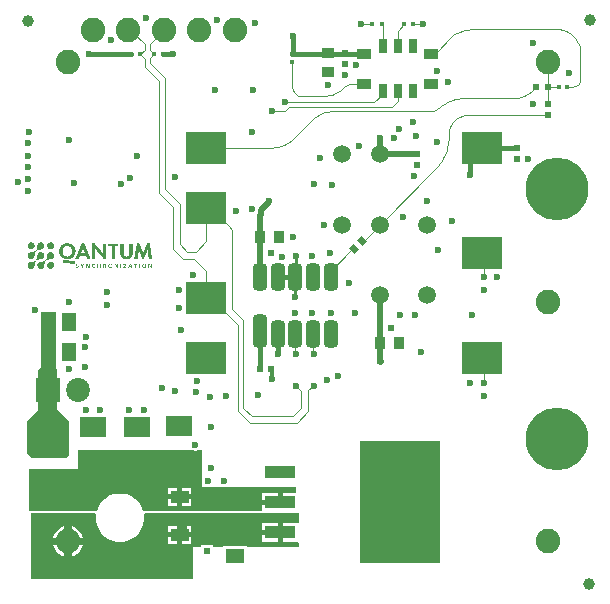
<source format=gtl>
G04*
G04 #@! TF.GenerationSoftware,Altium Limited,Altium Designer,21.6.4 (81)*
G04*
G04 Layer_Physical_Order=1*
G04 Layer_Color=255*
%FSAX25Y25*%
%MOIN*%
G70*
G04*
G04 #@! TF.SameCoordinates,A43D0BD7-71F7-406A-839A-B2BA5E4553EA*
G04*
G04*
G04 #@! TF.FilePolarity,Positive*
G04*
G01*
G75*
%ADD12C,0.01968*%
%ADD16R,0.27165X0.41142*%
%ADD17R,0.10039X0.04134*%
%ADD18R,0.05906X0.03937*%
%ADD19R,0.01772X0.01772*%
%ADD20R,0.04921X0.03347*%
%ADD21R,0.02559X0.04921*%
G04:AMPARAMS|DCode=22|XSize=90.55mil|YSize=47.24mil|CornerRadius=14.17mil|HoleSize=0mil|Usage=FLASHONLY|Rotation=90.000|XOffset=0mil|YOffset=0mil|HoleType=Round|Shape=RoundedRectangle|*
%AMROUNDEDRECTD22*
21,1,0.09055,0.01890,0,0,90.0*
21,1,0.06221,0.04724,0,0,90.0*
1,1,0.02835,0.00945,0.03110*
1,1,0.02835,0.00945,-0.03110*
1,1,0.02835,-0.00945,-0.03110*
1,1,0.02835,-0.00945,0.03110*
%
%ADD22ROUNDEDRECTD22*%
G04:AMPARAMS|DCode=23|XSize=110.24mil|YSize=47.24mil|CornerRadius=14.17mil|HoleSize=0mil|Usage=FLASHONLY|Rotation=90.000|XOffset=0mil|YOffset=0mil|HoleType=Round|Shape=RoundedRectangle|*
%AMROUNDEDRECTD23*
21,1,0.11024,0.01890,0,0,90.0*
21,1,0.08189,0.04724,0,0,90.0*
1,1,0.02835,0.00945,0.04095*
1,1,0.02835,0.00945,-0.04095*
1,1,0.02835,-0.00945,-0.04095*
1,1,0.02835,-0.00945,0.04095*
%
%ADD23ROUNDEDRECTD23*%
%ADD24R,0.10630X0.04528*%
%ADD25R,0.02441X0.02244*%
%ADD26R,0.01732X0.01654*%
%ADD27R,0.13386X0.10630*%
%ADD28C,0.05906*%
%ADD29R,0.08780X0.07087*%
%ADD30R,0.06496X0.05118*%
%ADD31R,0.03740X0.03937*%
%ADD32R,0.03937X0.03740*%
%ADD33R,0.02441X0.02362*%
%ADD34R,0.05118X0.06496*%
%ADD35R,0.02362X0.02441*%
%ADD36R,0.02244X0.02441*%
G04:AMPARAMS|DCode=37|XSize=22.44mil|YSize=24.41mil|CornerRadius=0mil|HoleSize=0mil|Usage=FLASHONLY|Rotation=45.000|XOffset=0mil|YOffset=0mil|HoleType=Round|Shape=Rectangle|*
%AMROTATEDRECTD37*
4,1,4,0.00070,-0.01656,-0.01656,0.00070,-0.00070,0.01656,0.01656,-0.00070,0.00070,-0.01656,0.0*
%
%ADD37ROTATEDRECTD37*%

%ADD38R,0.01654X0.01732*%
%ADD68C,0.00402*%
%ADD69C,0.00400*%
%ADD70C,0.03937*%
%ADD71C,0.01500*%
%ADD72C,0.01575*%
%ADD73C,0.01181*%
%ADD74C,0.01000*%
%ADD75C,0.02362*%
%ADD76R,0.07953X0.07953*%
%ADD77C,0.07953*%
%ADD78C,0.08228*%
%ADD79C,0.20866*%
%ADD80C,0.02362*%
G36*
X0014417Y0119739D02*
X0014472D01*
Y0119731D01*
X0014521D01*
Y0119723D01*
X0014560D01*
Y0119715D01*
X0014592D01*
Y0119708D01*
X0014616D01*
Y0119700D01*
X0014648D01*
Y0119692D01*
X0014672D01*
Y0119684D01*
X0014696D01*
Y0119676D01*
X0014712D01*
Y0119668D01*
X0014736D01*
Y0119660D01*
X0014752D01*
Y0119652D01*
X0014768D01*
Y0119644D01*
X0014784D01*
Y0119636D01*
X0014808D01*
Y0119628D01*
X0014824D01*
Y0119620D01*
X0014832D01*
Y0119612D01*
X0014848D01*
Y0119604D01*
X0014864D01*
Y0119596D01*
X0014880D01*
Y0119588D01*
X0014896D01*
Y0119580D01*
X0014904D01*
Y0119572D01*
X0014920D01*
Y0119564D01*
X0014936D01*
Y0119556D01*
X0014944D01*
Y0119548D01*
X0014960D01*
Y0119540D01*
X0014968D01*
Y0119532D01*
X0014976D01*
Y0119524D01*
X0014992D01*
Y0119516D01*
X0015000D01*
Y0119508D01*
X0015008D01*
Y0119500D01*
X0015016D01*
Y0119492D01*
X0015032D01*
Y0119484D01*
X0015040D01*
Y0119476D01*
X0015048D01*
Y0119468D01*
X0015056D01*
Y0119460D01*
X0015064D01*
Y0119452D01*
X0015080D01*
Y0119444D01*
X0015088D01*
Y0119436D01*
X0015096D01*
Y0119428D01*
X0015104D01*
Y0119420D01*
X0015112D01*
Y0119412D01*
X0015120D01*
Y0119404D01*
X0015128D01*
Y0119396D01*
X0015136D01*
Y0119388D01*
X0015144D01*
Y0119380D01*
X0015152D01*
Y0119372D01*
X0015160D01*
Y0119356D01*
X0015168D01*
Y0119348D01*
X0015176D01*
Y0119340D01*
X0015184D01*
Y0119332D01*
X0015192D01*
Y0119324D01*
X0015200D01*
Y0119316D01*
X0015208D01*
Y0119300D01*
X0015216D01*
Y0119292D01*
X0015224D01*
Y0119284D01*
X0015232D01*
Y0119268D01*
X0015240D01*
Y0119260D01*
X0015248D01*
Y0119252D01*
X0015256D01*
Y0119236D01*
X0015264D01*
Y0119228D01*
X0015272D01*
Y0119212D01*
X0015280D01*
Y0119196D01*
X0015288D01*
Y0119188D01*
X0015296D01*
Y0119172D01*
X0015303D01*
Y0119156D01*
X0015312D01*
Y0119148D01*
X0015319D01*
Y0119132D01*
X0015327D01*
Y0119116D01*
X0015336D01*
Y0119100D01*
X0015344D01*
Y0119084D01*
X0015351D01*
Y0119068D01*
X0015360D01*
Y0119052D01*
X0015368D01*
Y0119028D01*
X0015375D01*
Y0119012D01*
X0015383D01*
Y0118988D01*
X0015391D01*
Y0118972D01*
X0015399D01*
Y0118948D01*
X0015407D01*
Y0118924D01*
X0015415D01*
Y0118893D01*
X0015423D01*
Y0118869D01*
X0015431D01*
Y0118829D01*
X0015439D01*
Y0118797D01*
X0015447D01*
Y0118749D01*
X0015455D01*
Y0118685D01*
X0015463D01*
Y0118445D01*
X0015455D01*
Y0118381D01*
X0015447D01*
Y0118333D01*
X0015439D01*
Y0118301D01*
X0015431D01*
Y0118261D01*
X0015423D01*
Y0118237D01*
X0015415D01*
Y0118205D01*
X0015407D01*
Y0118181D01*
X0015399D01*
Y0118157D01*
X0015391D01*
Y0118141D01*
X0015383D01*
Y0118117D01*
X0015375D01*
Y0118101D01*
X0015368D01*
Y0118077D01*
X0015360D01*
Y0118061D01*
X0015351D01*
Y0118045D01*
X0015344D01*
Y0118029D01*
X0015336D01*
Y0118014D01*
X0015327D01*
Y0117998D01*
X0015319D01*
Y0117982D01*
X0015312D01*
Y0117974D01*
X0015303D01*
Y0117958D01*
X0015296D01*
Y0117942D01*
X0015288D01*
Y0117934D01*
X0015280D01*
Y0117918D01*
X0015272D01*
Y0117902D01*
X0015264D01*
Y0117894D01*
X0015256D01*
Y0117878D01*
X0015248D01*
Y0117870D01*
X0015240D01*
Y0117862D01*
X0015232D01*
Y0117846D01*
X0015224D01*
Y0117838D01*
X0015216D01*
Y0117830D01*
X0015208D01*
Y0117814D01*
X0015200D01*
Y0117806D01*
X0015192D01*
Y0117798D01*
X0015184D01*
Y0117790D01*
X0015176D01*
Y0117782D01*
X0015168D01*
Y0117774D01*
X0015160D01*
Y0117758D01*
X0015152D01*
Y0117750D01*
X0015144D01*
Y0117742D01*
X0015136D01*
Y0117734D01*
X0015128D01*
Y0117726D01*
X0015120D01*
Y0117718D01*
X0015112D01*
Y0117710D01*
X0015104D01*
Y0117702D01*
X0015096D01*
Y0117694D01*
X0015088D01*
Y0117686D01*
X0015080D01*
Y0117678D01*
X0015072D01*
Y0117670D01*
X0015056D01*
Y0117662D01*
X0015048D01*
Y0117654D01*
X0015040D01*
Y0117646D01*
X0015032D01*
Y0117638D01*
X0015016D01*
Y0117630D01*
X0015008D01*
Y0117622D01*
X0015000D01*
Y0117614D01*
X0014992D01*
Y0117606D01*
X0014976D01*
Y0117598D01*
X0014968D01*
Y0117590D01*
X0014960D01*
Y0117582D01*
X0014944D01*
Y0117574D01*
X0014936D01*
Y0117566D01*
X0014920D01*
Y0117558D01*
X0014904D01*
Y0117550D01*
X0014896D01*
Y0117542D01*
X0014880D01*
Y0117534D01*
X0014864D01*
Y0117526D01*
X0014848D01*
Y0117518D01*
X0014832D01*
Y0117510D01*
X0014824D01*
Y0117502D01*
X0014808D01*
Y0117494D01*
X0014784D01*
Y0117486D01*
X0014768D01*
Y0117478D01*
X0014752D01*
Y0117470D01*
X0014736D01*
Y0117462D01*
X0014712D01*
Y0117454D01*
X0014696D01*
Y0117446D01*
X0014672D01*
Y0117438D01*
X0014648D01*
Y0117430D01*
X0014616D01*
Y0117422D01*
X0014592D01*
Y0117414D01*
X0014560D01*
Y0117406D01*
X0014521D01*
Y0117398D01*
X0014472D01*
Y0117390D01*
X0014417D01*
Y0117382D01*
X0014177D01*
Y0117390D01*
X0014121D01*
Y0117398D01*
X0014073D01*
Y0117406D01*
X0014033D01*
Y0117414D01*
X0014001D01*
Y0117422D01*
X0013977D01*
Y0117430D01*
X0013945D01*
Y0117438D01*
X0013921D01*
Y0117446D01*
X0013897D01*
Y0117454D01*
X0013881D01*
Y0117462D01*
X0013857D01*
Y0117470D01*
X0013841D01*
Y0117478D01*
X0013825D01*
Y0117486D01*
X0013809D01*
Y0117494D01*
X0013785D01*
Y0117502D01*
X0013769D01*
Y0117510D01*
X0013761D01*
Y0117518D01*
X0013745D01*
Y0117526D01*
X0013729D01*
Y0117534D01*
X0013713D01*
Y0117542D01*
X0013697D01*
Y0117550D01*
X0013689D01*
Y0117558D01*
X0013673D01*
Y0117566D01*
X0013657D01*
Y0117574D01*
X0013649D01*
Y0117582D01*
X0013634D01*
Y0117590D01*
X0013625D01*
Y0117598D01*
X0013618D01*
Y0117606D01*
X0013601D01*
Y0117614D01*
X0013593D01*
Y0117622D01*
X0013586D01*
Y0117630D01*
X0013578D01*
Y0117638D01*
X0013562D01*
Y0117646D01*
X0013554D01*
Y0117654D01*
X0013546D01*
Y0117662D01*
X0013538D01*
Y0117670D01*
X0013530D01*
Y0117678D01*
X0013514D01*
Y0117686D01*
X0013506D01*
Y0117694D01*
X0013498D01*
Y0117702D01*
X0013490D01*
Y0117710D01*
X0013482D01*
Y0117718D01*
X0013474D01*
Y0117726D01*
X0013466D01*
Y0117734D01*
X0013458D01*
Y0117742D01*
X0013450D01*
Y0117750D01*
X0013442D01*
Y0117758D01*
X0013434D01*
Y0117774D01*
X0013426D01*
Y0117782D01*
X0013418D01*
Y0117790D01*
X0013410D01*
Y0117798D01*
X0013402D01*
Y0117806D01*
X0013394D01*
Y0117814D01*
X0013386D01*
Y0117830D01*
X0013378D01*
Y0117838D01*
X0013370D01*
Y0117846D01*
X0013362D01*
Y0117862D01*
X0013354D01*
Y0117870D01*
X0013346D01*
Y0117878D01*
X0013338D01*
Y0117894D01*
X0013330D01*
Y0117902D01*
X0013322D01*
Y0117918D01*
X0013314D01*
Y0117926D01*
X0013306D01*
Y0117942D01*
X0013298D01*
Y0117958D01*
X0013290D01*
Y0117974D01*
X0013282D01*
Y0117982D01*
X0013274D01*
Y0117998D01*
X0013266D01*
Y0118014D01*
X0013258D01*
Y0118029D01*
X0013250D01*
Y0118045D01*
X0013242D01*
Y0118061D01*
X0013234D01*
Y0118077D01*
X0013226D01*
Y0118101D01*
X0013218D01*
Y0118117D01*
X0013210D01*
Y0118141D01*
X0013202D01*
Y0118157D01*
X0013194D01*
Y0118181D01*
X0013186D01*
Y0118205D01*
X0013178D01*
Y0118237D01*
X0013170D01*
Y0118261D01*
X0013162D01*
Y0118301D01*
X0013154D01*
Y0118333D01*
X0013146D01*
Y0118381D01*
X0013138D01*
Y0118445D01*
X0013130D01*
Y0118685D01*
X0013138D01*
Y0118749D01*
X0013146D01*
Y0118797D01*
X0013154D01*
Y0118829D01*
X0013162D01*
Y0118869D01*
X0013170D01*
Y0118893D01*
X0013178D01*
Y0118924D01*
X0013186D01*
Y0118948D01*
X0013194D01*
Y0118972D01*
X0013202D01*
Y0118980D01*
Y0118988D01*
X0013210D01*
Y0119012D01*
X0013218D01*
Y0119028D01*
X0013226D01*
Y0119052D01*
X0013234D01*
Y0119068D01*
X0013242D01*
Y0119084D01*
X0013250D01*
Y0119100D01*
X0013258D01*
Y0119116D01*
X0013266D01*
Y0119132D01*
X0013274D01*
Y0119148D01*
X0013282D01*
Y0119156D01*
X0013290D01*
Y0119172D01*
X0013298D01*
Y0119188D01*
X0013306D01*
Y0119204D01*
X0013314D01*
Y0119212D01*
X0013322D01*
Y0119228D01*
X0013330D01*
Y0119236D01*
X0013338D01*
Y0119252D01*
X0013346D01*
Y0119260D01*
X0013354D01*
Y0119268D01*
X0013362D01*
Y0119284D01*
X0013370D01*
Y0119292D01*
X0013378D01*
Y0119300D01*
X0013386D01*
Y0119316D01*
X0013394D01*
Y0119324D01*
X0013402D01*
Y0119332D01*
X0013410D01*
Y0119340D01*
X0013418D01*
Y0119348D01*
X0013426D01*
Y0119356D01*
X0013434D01*
Y0119372D01*
X0013442D01*
Y0119380D01*
X0013450D01*
Y0119388D01*
X0013458D01*
Y0119396D01*
X0013466D01*
Y0119404D01*
X0013474D01*
Y0119412D01*
X0013482D01*
Y0119420D01*
X0013490D01*
Y0119428D01*
X0013498D01*
Y0119436D01*
X0013506D01*
Y0119444D01*
X0013514D01*
Y0119452D01*
X0013522D01*
Y0119460D01*
X0013538D01*
Y0119468D01*
X0013546D01*
Y0119476D01*
X0013554D01*
Y0119484D01*
X0013562D01*
Y0119492D01*
X0013570D01*
Y0119500D01*
X0013586D01*
Y0119508D01*
X0013593D01*
Y0119516D01*
X0013601D01*
Y0119524D01*
X0013618D01*
Y0119532D01*
X0013625D01*
Y0119540D01*
X0013634D01*
Y0119548D01*
X0013649D01*
Y0119556D01*
X0013657D01*
Y0119564D01*
X0013673D01*
Y0119572D01*
X0013689D01*
Y0119580D01*
X0013697D01*
Y0119588D01*
X0013713D01*
Y0119596D01*
X0013729D01*
Y0119604D01*
X0013745D01*
Y0119612D01*
X0013761D01*
Y0119620D01*
X0013769D01*
Y0119628D01*
X0013785D01*
Y0119636D01*
X0013809D01*
Y0119644D01*
X0013825D01*
Y0119652D01*
X0013841D01*
Y0119660D01*
X0013857D01*
Y0119668D01*
X0013881D01*
Y0119676D01*
X0013897D01*
Y0119684D01*
X0013921D01*
Y0119692D01*
X0013945D01*
Y0119700D01*
X0013977D01*
Y0119708D01*
X0014001D01*
Y0119715D01*
X0014033D01*
Y0119723D01*
X0014073D01*
Y0119731D01*
X0014121D01*
Y0119739D01*
X0014177D01*
Y0119747D01*
X0014417D01*
Y0119739D01*
D02*
G37*
G36*
X0007896D02*
X0007952D01*
Y0119731D01*
X0008000D01*
Y0119723D01*
X0008032D01*
Y0119715D01*
X0008064D01*
Y0119708D01*
X0008096D01*
Y0119700D01*
X0008120D01*
Y0119692D01*
X0008144D01*
Y0119684D01*
X0008168D01*
Y0119676D01*
X0008192D01*
Y0119668D01*
X0008208D01*
Y0119660D01*
X0008232D01*
Y0119652D01*
X0008248D01*
Y0119644D01*
X0008264D01*
Y0119636D01*
X0008280D01*
Y0119628D01*
X0008296D01*
Y0119620D01*
X0008312D01*
Y0119612D01*
X0008328D01*
Y0119604D01*
X0008344D01*
Y0119596D01*
X0008352D01*
Y0119588D01*
X0008368D01*
Y0119580D01*
X0008384D01*
Y0119572D01*
X0008400D01*
Y0119564D01*
X0008408D01*
Y0119556D01*
X0008424D01*
Y0119548D01*
X0008432D01*
Y0119540D01*
X0008448D01*
Y0119532D01*
X0008456D01*
Y0119524D01*
X0008463D01*
Y0119516D01*
X0008479D01*
Y0119508D01*
X0008488D01*
Y0119500D01*
X0008495D01*
Y0119492D01*
X0008504D01*
Y0119484D01*
X0008512D01*
Y0119476D01*
X0008528D01*
Y0119468D01*
X0008535D01*
Y0119460D01*
X0008543D01*
Y0119452D01*
X0008551D01*
Y0119444D01*
X0008559D01*
Y0119436D01*
X0008567D01*
Y0119428D01*
X0008575D01*
Y0119420D01*
X0008583D01*
Y0119412D01*
X0008591D01*
Y0119404D01*
X0008599D01*
Y0119396D01*
X0008607D01*
Y0119388D01*
X0008615D01*
Y0119380D01*
X0008623D01*
Y0119372D01*
X0008631D01*
Y0119364D01*
X0008639D01*
Y0119356D01*
X0008647D01*
Y0119348D01*
X0008655D01*
Y0119340D01*
X0008663D01*
Y0119324D01*
X0008671D01*
Y0119316D01*
X0008679D01*
Y0119308D01*
X0008687D01*
Y0119300D01*
X0008695D01*
Y0119284D01*
X0008703D01*
Y0119276D01*
X0008711D01*
Y0119268D01*
X0008719D01*
Y0119252D01*
X0008727D01*
Y0119244D01*
X0008735D01*
Y0119228D01*
X0008743D01*
Y0119220D01*
X0008751D01*
Y0119204D01*
X0008759D01*
Y0119196D01*
X0008767D01*
Y0119180D01*
X0008775D01*
Y0119164D01*
X0008783D01*
Y0119156D01*
X0008791D01*
Y0119140D01*
X0008799D01*
Y0119124D01*
X0008807D01*
Y0119108D01*
X0008815D01*
Y0119092D01*
X0008823D01*
Y0119076D01*
X0008831D01*
Y0119060D01*
X0008839D01*
Y0119036D01*
X0008847D01*
Y0119020D01*
X0008855D01*
Y0119004D01*
X0008863D01*
Y0118980D01*
X0008871D01*
Y0118956D01*
X0008879D01*
Y0118932D01*
X0008887D01*
Y0118909D01*
X0008895D01*
Y0118877D01*
X0008903D01*
Y0118852D01*
X0008911D01*
Y0118813D01*
X0008919D01*
Y0118773D01*
X0008927D01*
Y0118717D01*
X0008935D01*
Y0118637D01*
X0008943D01*
Y0118493D01*
X0008935D01*
Y0118413D01*
X0008927D01*
Y0118357D01*
X0008919D01*
Y0118317D01*
X0008911D01*
Y0118277D01*
X0008903D01*
Y0118253D01*
X0008895D01*
Y0118221D01*
X0008887D01*
Y0118197D01*
X0008879D01*
Y0118173D01*
X0008871D01*
Y0118149D01*
X0008863D01*
Y0118125D01*
X0008855D01*
Y0118109D01*
X0008847D01*
Y0118093D01*
X0008839D01*
Y0118070D01*
X0008831D01*
Y0118053D01*
X0008823D01*
Y0118037D01*
X0008815D01*
Y0118022D01*
X0008807D01*
Y0118006D01*
X0008799D01*
Y0117990D01*
X0008791D01*
Y0117974D01*
X0008783D01*
Y0117966D01*
X0008775D01*
Y0117950D01*
X0008767D01*
Y0117934D01*
X0008759D01*
Y0117926D01*
X0008751D01*
Y0117910D01*
X0008743D01*
Y0117902D01*
X0008735D01*
Y0117886D01*
X0008727D01*
Y0117878D01*
X0008719D01*
Y0117862D01*
X0008711D01*
Y0117854D01*
X0008703D01*
Y0117846D01*
X0008695D01*
Y0117830D01*
X0008687D01*
Y0117822D01*
X0008679D01*
Y0117814D01*
X0008671D01*
Y0117806D01*
X0008663D01*
Y0117790D01*
X0008655D01*
Y0117782D01*
X0008647D01*
Y0117774D01*
X0008639D01*
Y0117766D01*
X0008631D01*
Y0117758D01*
X0008623D01*
Y0117750D01*
X0008615D01*
Y0117742D01*
X0008607D01*
Y0117734D01*
X0008599D01*
Y0117726D01*
X0008591D01*
Y0117718D01*
X0008583D01*
Y0117710D01*
X0008575D01*
Y0117702D01*
X0008567D01*
Y0117694D01*
X0008559D01*
Y0117686D01*
X0008551D01*
Y0117678D01*
X0008543D01*
Y0117670D01*
X0008535D01*
Y0117662D01*
X0008528D01*
Y0117654D01*
X0008512D01*
Y0117646D01*
X0008504D01*
Y0117638D01*
X0008495D01*
Y0117630D01*
X0008488D01*
Y0117622D01*
X0008479D01*
Y0117614D01*
X0008463D01*
Y0117606D01*
X0008456D01*
Y0117598D01*
X0008448D01*
Y0117590D01*
X0008432D01*
Y0117582D01*
X0008424D01*
Y0117574D01*
X0008408D01*
Y0117566D01*
X0008400D01*
Y0117558D01*
X0008384D01*
Y0117550D01*
X0008368D01*
Y0117542D01*
X0008352D01*
Y0117534D01*
X0008344D01*
Y0117526D01*
X0008328D01*
Y0117518D01*
X0008312D01*
Y0117510D01*
X0008296D01*
Y0117502D01*
X0008280D01*
Y0117494D01*
X0008264D01*
Y0117486D01*
X0008248D01*
Y0117478D01*
X0008232D01*
Y0117470D01*
X0008208D01*
Y0117462D01*
X0008192D01*
Y0117454D01*
X0008168D01*
Y0117446D01*
X0008144D01*
Y0117438D01*
X0008120D01*
Y0117430D01*
X0008096D01*
Y0117422D01*
X0008064D01*
Y0117414D01*
X0008032D01*
Y0117406D01*
X0008000D01*
Y0117398D01*
X0007952D01*
Y0117390D01*
X0007896D01*
Y0117382D01*
X0007649D01*
Y0117390D01*
X0007593D01*
Y0117398D01*
X0007545D01*
Y0117406D01*
X0007513D01*
Y0117414D01*
X0007481D01*
Y0117422D01*
X0007449D01*
Y0117430D01*
X0007425D01*
Y0117438D01*
X0007401D01*
Y0117446D01*
X0007377D01*
Y0117454D01*
X0007353D01*
Y0117462D01*
X0007337D01*
Y0117470D01*
X0007313D01*
Y0117478D01*
X0007297D01*
Y0117486D01*
X0007281D01*
Y0117494D01*
X0007265D01*
Y0117502D01*
X0007249D01*
Y0117510D01*
X0007233D01*
Y0117518D01*
X0007217D01*
Y0117526D01*
X0007201D01*
Y0117534D01*
X0007193D01*
Y0117542D01*
X0007177D01*
Y0117550D01*
X0007161D01*
Y0117558D01*
X0007145D01*
Y0117566D01*
X0007137D01*
Y0117574D01*
X0007121D01*
Y0117582D01*
X0007113D01*
Y0117590D01*
X0007097D01*
Y0117598D01*
X0007089D01*
Y0117606D01*
X0007081D01*
Y0117614D01*
X0007065D01*
Y0117622D01*
X0007057D01*
Y0117630D01*
X0007049D01*
Y0117638D01*
X0007041D01*
Y0117646D01*
X0007033D01*
Y0117654D01*
X0007017D01*
Y0117662D01*
X0007009D01*
Y0117670D01*
X0007001D01*
Y0117678D01*
X0006993D01*
Y0117686D01*
X0006985D01*
Y0117694D01*
X0006977D01*
Y0117702D01*
X0006969D01*
Y0117710D01*
X0006961D01*
Y0117718D01*
X0006953D01*
Y0117726D01*
X0006945D01*
Y0117734D01*
X0006937D01*
Y0117742D01*
X0006929D01*
Y0117750D01*
X0006921D01*
Y0117758D01*
X0006913D01*
Y0117766D01*
X0006905D01*
Y0117774D01*
X0006897D01*
Y0117782D01*
X0006889D01*
Y0117790D01*
X0006881D01*
Y0117806D01*
X0006873D01*
Y0117814D01*
X0006865D01*
Y0117822D01*
X0006857D01*
Y0117830D01*
X0006849D01*
Y0117846D01*
X0006841D01*
Y0117854D01*
X0006833D01*
Y0117862D01*
X0006825D01*
Y0117878D01*
X0006818D01*
Y0117886D01*
X0006809D01*
Y0117902D01*
X0006802D01*
Y0117910D01*
X0006793D01*
Y0117926D01*
X0006786D01*
Y0117934D01*
X0006778D01*
Y0117950D01*
X0006769D01*
Y0117966D01*
X0006762D01*
Y0117974D01*
X0006753D01*
Y0117990D01*
X0006746D01*
Y0118006D01*
X0006738D01*
Y0118022D01*
X0006730D01*
Y0118037D01*
X0006722D01*
Y0118053D01*
X0006714D01*
Y0118070D01*
X0006706D01*
Y0118093D01*
X0006698D01*
Y0118109D01*
X0006690D01*
Y0118125D01*
X0006682D01*
Y0118149D01*
X0006674D01*
Y0118173D01*
X0006666D01*
Y0118197D01*
X0006658D01*
Y0118221D01*
X0006650D01*
Y0118253D01*
X0006642D01*
Y0118277D01*
X0006634D01*
Y0118317D01*
X0006626D01*
Y0118357D01*
X0006618D01*
Y0118413D01*
X0006610D01*
Y0118493D01*
X0006602D01*
Y0118637D01*
X0006610D01*
Y0118717D01*
X0006618D01*
Y0118773D01*
X0006626D01*
Y0118813D01*
X0006634D01*
Y0118852D01*
X0006642D01*
Y0118877D01*
X0006650D01*
Y0118909D01*
X0006658D01*
Y0118932D01*
X0006666D01*
Y0118956D01*
X0006674D01*
Y0118980D01*
X0006682D01*
Y0119004D01*
X0006690D01*
Y0119020D01*
X0006698D01*
Y0119036D01*
X0006706D01*
Y0119060D01*
X0006714D01*
Y0119076D01*
X0006722D01*
Y0119092D01*
X0006730D01*
Y0119108D01*
X0006738D01*
Y0119124D01*
X0006746D01*
Y0119140D01*
X0006753D01*
Y0119156D01*
X0006762D01*
Y0119164D01*
X0006769D01*
Y0119180D01*
X0006778D01*
Y0119196D01*
X0006786D01*
Y0119204D01*
X0006793D01*
Y0119220D01*
X0006802D01*
Y0119228D01*
X0006809D01*
Y0119244D01*
X0006818D01*
Y0119252D01*
X0006825D01*
Y0119268D01*
X0006833D01*
Y0119276D01*
X0006841D01*
Y0119284D01*
X0006849D01*
Y0119300D01*
X0006857D01*
Y0119308D01*
X0006865D01*
Y0119316D01*
X0006873D01*
Y0119324D01*
X0006881D01*
Y0119340D01*
X0006889D01*
Y0119348D01*
X0006897D01*
Y0119356D01*
X0006905D01*
Y0119364D01*
X0006913D01*
Y0119372D01*
X0006921D01*
Y0119380D01*
X0006929D01*
Y0119388D01*
X0006937D01*
Y0119396D01*
X0006945D01*
Y0119404D01*
X0006953D01*
Y0119412D01*
X0006961D01*
Y0119420D01*
X0006969D01*
Y0119428D01*
X0006977D01*
Y0119436D01*
X0006985D01*
Y0119444D01*
X0006993D01*
Y0119452D01*
X0007001D01*
Y0119460D01*
X0007009D01*
Y0119468D01*
X0007017D01*
Y0119476D01*
X0007033D01*
Y0119484D01*
X0007041D01*
Y0119492D01*
X0007049D01*
Y0119500D01*
X0007057D01*
Y0119508D01*
X0007065D01*
Y0119516D01*
X0007081D01*
Y0119524D01*
X0007089D01*
Y0119532D01*
X0007097D01*
Y0119540D01*
X0007113D01*
Y0119548D01*
X0007121D01*
Y0119556D01*
X0007137D01*
Y0119564D01*
X0007145D01*
Y0119572D01*
X0007161D01*
Y0119580D01*
X0007177D01*
Y0119588D01*
X0007193D01*
Y0119596D01*
X0007201D01*
Y0119604D01*
X0007217D01*
Y0119612D01*
X0007233D01*
Y0119620D01*
X0007249D01*
Y0119628D01*
X0007265D01*
Y0119636D01*
X0007281D01*
Y0119644D01*
X0007297D01*
Y0119652D01*
X0007313D01*
Y0119660D01*
X0007337D01*
Y0119668D01*
X0007353D01*
Y0119676D01*
X0007377D01*
Y0119684D01*
X0007401D01*
Y0119692D01*
X0007425D01*
Y0119700D01*
X0007449D01*
Y0119708D01*
X0007481D01*
Y0119715D01*
X0007513D01*
Y0119723D01*
X0007545D01*
Y0119731D01*
X0007593D01*
Y0119739D01*
X0007649D01*
Y0119747D01*
X0007896D01*
Y0119739D01*
D02*
G37*
G36*
X0047306Y0119404D02*
X0047314D01*
Y0119356D01*
X0047322D01*
Y0119308D01*
X0047330D01*
Y0119260D01*
X0047338D01*
Y0119212D01*
X0047346D01*
Y0119156D01*
X0047354D01*
Y0119108D01*
X0047362D01*
Y0119060D01*
X0047370D01*
Y0119012D01*
X0047378D01*
Y0118956D01*
X0047386D01*
Y0118909D01*
X0047394D01*
Y0118860D01*
X0047402D01*
Y0118813D01*
X0047410D01*
Y0118765D01*
X0047418D01*
Y0118709D01*
X0047426D01*
Y0118661D01*
X0047434D01*
Y0118613D01*
X0047442D01*
Y0118565D01*
X0047450D01*
Y0118517D01*
X0047458D01*
Y0118461D01*
X0047466D01*
Y0118413D01*
X0047474D01*
Y0118365D01*
X0047482D01*
Y0118317D01*
X0047490D01*
Y0118269D01*
X0047498D01*
Y0118213D01*
X0047506D01*
Y0118165D01*
X0047514D01*
Y0118117D01*
X0047522D01*
Y0118070D01*
X0047530D01*
Y0118022D01*
X0047538D01*
Y0117974D01*
X0047546D01*
Y0117918D01*
X0047554D01*
Y0117870D01*
X0047562D01*
Y0117822D01*
X0047570D01*
Y0117774D01*
X0047578D01*
Y0117726D01*
X0047586D01*
Y0117670D01*
X0047594D01*
Y0117622D01*
X0047602D01*
Y0117574D01*
X0047610D01*
Y0117526D01*
X0047618D01*
Y0117470D01*
X0047626D01*
Y0117422D01*
X0047634D01*
Y0117374D01*
X0047642D01*
Y0117326D01*
X0047650D01*
Y0117278D01*
X0047658D01*
Y0117230D01*
X0047666D01*
Y0117174D01*
X0047674D01*
Y0117127D01*
X0047682D01*
Y0117079D01*
X0047690D01*
Y0117031D01*
X0047698D01*
Y0116983D01*
X0047706D01*
Y0116927D01*
X0047714D01*
Y0116879D01*
X0047722D01*
Y0116831D01*
X0047730D01*
Y0116783D01*
X0047738D01*
Y0116735D01*
X0047746D01*
Y0116679D01*
X0047754D01*
Y0116631D01*
X0047762D01*
Y0116583D01*
X0047770D01*
Y0116535D01*
X0047778D01*
Y0116487D01*
X0047786D01*
Y0116431D01*
X0047793D01*
Y0116383D01*
X0047802D01*
Y0116335D01*
X0047809D01*
Y0116288D01*
X0047818D01*
Y0116240D01*
X0047826D01*
Y0116192D01*
X0047833D01*
Y0116136D01*
X0047842D01*
Y0116088D01*
X0047850D01*
Y0116040D01*
X0047857D01*
Y0115992D01*
X0047866D01*
Y0115944D01*
X0047873D01*
Y0115888D01*
X0047881D01*
Y0115840D01*
X0047889D01*
Y0115792D01*
X0047897D01*
Y0115744D01*
X0047905D01*
Y0115696D01*
X0047913D01*
Y0115640D01*
X0047921D01*
Y0115592D01*
X0047929D01*
Y0115544D01*
X0047937D01*
Y0115497D01*
X0047945D01*
Y0115448D01*
X0047953D01*
Y0115393D01*
X0047961D01*
Y0115345D01*
X0047969D01*
Y0115297D01*
X0047977D01*
Y0115249D01*
X0047985D01*
Y0115201D01*
X0047993D01*
Y0115145D01*
X0048001D01*
Y0115097D01*
X0048009D01*
Y0115049D01*
X0048017D01*
Y0115001D01*
X0048025D01*
Y0114953D01*
X0048033D01*
Y0114897D01*
X0048041D01*
Y0114849D01*
X0048049D01*
Y0114801D01*
X0048057D01*
Y0114753D01*
X0048065D01*
Y0114705D01*
X0048073D01*
Y0114649D01*
X0048081D01*
Y0114602D01*
X0048089D01*
Y0114554D01*
X0048097D01*
Y0114506D01*
X0048105D01*
Y0114450D01*
X0048113D01*
Y0114402D01*
X0048121D01*
Y0114354D01*
X0048129D01*
Y0114306D01*
X0048137D01*
Y0114226D01*
X0047026D01*
Y0114234D01*
X0047019D01*
Y0114282D01*
X0047010D01*
Y0114346D01*
X0047003D01*
Y0114402D01*
X0046995D01*
Y0114458D01*
X0046986D01*
Y0114514D01*
X0046979D01*
Y0114570D01*
X0046970D01*
Y0114634D01*
X0046962D01*
Y0114689D01*
X0046955D01*
Y0114745D01*
X0046946D01*
Y0114801D01*
X0046938D01*
Y0114857D01*
X0046931D01*
Y0114913D01*
X0046923D01*
Y0114969D01*
X0046915D01*
Y0115025D01*
X0046907D01*
Y0115081D01*
X0046899D01*
Y0115137D01*
X0046891D01*
Y0115193D01*
X0046883D01*
Y0115249D01*
X0046875D01*
Y0115313D01*
X0046867D01*
Y0115369D01*
X0046859D01*
Y0115425D01*
X0046851D01*
Y0115480D01*
X0046843D01*
Y0115536D01*
X0046835D01*
Y0115592D01*
X0046827D01*
Y0115648D01*
X0046819D01*
Y0115704D01*
X0046811D01*
Y0115768D01*
X0046803D01*
Y0115824D01*
X0046795D01*
Y0115880D01*
X0046787D01*
Y0115936D01*
X0046779D01*
Y0115992D01*
X0046771D01*
Y0116048D01*
X0046763D01*
Y0116104D01*
X0046755D01*
Y0116160D01*
X0046747D01*
Y0116216D01*
X0046739D01*
Y0116272D01*
X0046731D01*
Y0116328D01*
X0046723D01*
Y0116391D01*
X0046715D01*
Y0116447D01*
X0046707D01*
Y0116503D01*
X0046699D01*
Y0116559D01*
X0046691D01*
Y0116615D01*
X0046683D01*
Y0116671D01*
X0046675D01*
Y0116727D01*
X0046667D01*
Y0116783D01*
X0046659D01*
Y0116847D01*
X0046651D01*
Y0116903D01*
X0046643D01*
Y0116959D01*
X0046635D01*
Y0117015D01*
X0046627D01*
Y0117071D01*
X0046619D01*
Y0117127D01*
X0046611D01*
Y0117150D01*
X0046603D01*
Y0117127D01*
X0046595D01*
Y0117111D01*
X0046587D01*
Y0117095D01*
X0046579D01*
Y0117071D01*
X0046571D01*
Y0117055D01*
X0046563D01*
Y0117039D01*
X0046555D01*
Y0117015D01*
X0046547D01*
Y0116999D01*
X0046539D01*
Y0116983D01*
X0046531D01*
Y0116959D01*
X0046523D01*
Y0116943D01*
X0046515D01*
Y0116927D01*
X0046507D01*
Y0116903D01*
X0046499D01*
Y0116887D01*
X0046491D01*
Y0116871D01*
X0046483D01*
Y0116847D01*
X0046475D01*
Y0116831D01*
X0046467D01*
Y0116815D01*
X0046459D01*
Y0116791D01*
X0046451D01*
Y0116775D01*
X0046443D01*
Y0116751D01*
X0046435D01*
Y0116735D01*
X0046427D01*
Y0116719D01*
X0046419D01*
Y0116703D01*
X0046411D01*
Y0116679D01*
X0046403D01*
Y0116663D01*
X0046395D01*
Y0116639D01*
X0046387D01*
Y0116623D01*
X0046379D01*
Y0116607D01*
X0046371D01*
Y0116583D01*
X0046363D01*
Y0116567D01*
X0046355D01*
Y0116551D01*
X0046347D01*
Y0116527D01*
X0046339D01*
Y0116511D01*
X0046331D01*
Y0116495D01*
X0046323D01*
Y0116471D01*
X0046315D01*
Y0116455D01*
X0046307D01*
Y0116431D01*
X0046299D01*
Y0116415D01*
X0046291D01*
Y0116399D01*
X0046283D01*
Y0116375D01*
X0046275D01*
Y0116359D01*
X0046267D01*
Y0116343D01*
X0046259D01*
Y0116320D01*
X0046251D01*
Y0116304D01*
X0046243D01*
Y0116288D01*
X0046235D01*
Y0116264D01*
X0046227D01*
Y0116248D01*
X0046219D01*
Y0116232D01*
X0046211D01*
Y0116208D01*
X0046203D01*
Y0116192D01*
X0046195D01*
Y0116176D01*
X0046187D01*
Y0116152D01*
X0046179D01*
Y0116136D01*
X0046171D01*
Y0116112D01*
X0046163D01*
Y0116096D01*
X0046156D01*
Y0116080D01*
X0046148D01*
Y0116056D01*
X0046139D01*
Y0116040D01*
X0046132D01*
Y0116024D01*
X0046123D01*
Y0116000D01*
X0046115D01*
Y0115984D01*
X0046108D01*
Y0115968D01*
X0046099D01*
Y0115944D01*
X0046091D01*
Y0115928D01*
X0046084D01*
Y0115912D01*
X0046076D01*
Y0115888D01*
X0046068D01*
Y0115872D01*
X0046060D01*
Y0115856D01*
X0046052D01*
Y0115832D01*
X0046044D01*
Y0115816D01*
X0046036D01*
Y0115792D01*
X0046028D01*
Y0115776D01*
X0046020D01*
Y0115760D01*
X0046012D01*
Y0115736D01*
X0046004D01*
Y0115720D01*
X0045996D01*
Y0115704D01*
X0045988D01*
Y0115680D01*
X0045980D01*
Y0115664D01*
X0045972D01*
Y0115648D01*
X0045964D01*
Y0115624D01*
X0045956D01*
Y0115608D01*
X0045948D01*
Y0115592D01*
X0045940D01*
Y0115568D01*
X0045932D01*
Y0115552D01*
X0045924D01*
Y0115536D01*
X0045916D01*
Y0115512D01*
X0045908D01*
Y0115497D01*
X0045900D01*
Y0115480D01*
X0045892D01*
Y0115456D01*
X0045884D01*
Y0115440D01*
X0045876D01*
Y0115417D01*
X0045868D01*
Y0115401D01*
X0045860D01*
Y0115385D01*
X0045852D01*
Y0115361D01*
X0045844D01*
Y0115345D01*
X0045836D01*
Y0115329D01*
X0045828D01*
Y0115305D01*
X0045820D01*
Y0115289D01*
X0045812D01*
Y0115273D01*
X0045804D01*
Y0115249D01*
X0045796D01*
Y0115233D01*
X0045788D01*
Y0115217D01*
X0045780D01*
Y0115193D01*
X0045772D01*
Y0115177D01*
X0045764D01*
Y0115161D01*
X0045756D01*
Y0115137D01*
X0045748D01*
Y0115121D01*
X0045740D01*
Y0115105D01*
X0045732D01*
Y0115081D01*
X0045724D01*
Y0115065D01*
X0045716D01*
Y0115041D01*
X0045708D01*
Y0115025D01*
X0045700D01*
Y0115009D01*
X0045692D01*
Y0114985D01*
X0045684D01*
Y0114969D01*
X0045676D01*
Y0114953D01*
X0045668D01*
Y0114929D01*
X0045660D01*
Y0114913D01*
X0045652D01*
Y0114897D01*
X0045644D01*
Y0114873D01*
X0045636D01*
Y0114857D01*
X0045628D01*
Y0114833D01*
X0045620D01*
Y0114817D01*
X0045612D01*
Y0114801D01*
X0045604D01*
Y0114777D01*
X0045596D01*
Y0114761D01*
X0045588D01*
Y0114745D01*
X0045580D01*
Y0114721D01*
X0045572D01*
Y0114705D01*
X0045564D01*
Y0114689D01*
X0045556D01*
Y0114665D01*
X0045548D01*
Y0114649D01*
X0045540D01*
Y0114634D01*
X0045532D01*
Y0114610D01*
X0045524D01*
Y0114594D01*
X0045516D01*
Y0114577D01*
X0045508D01*
Y0114554D01*
X0045500D01*
Y0114538D01*
X0045492D01*
Y0114522D01*
X0045484D01*
Y0114498D01*
X0045476D01*
Y0114482D01*
X0045468D01*
Y0114458D01*
X0045460D01*
Y0114442D01*
X0045452D01*
Y0114426D01*
X0045444D01*
Y0114402D01*
X0045436D01*
Y0114386D01*
X0045428D01*
Y0114370D01*
X0045420D01*
Y0114346D01*
X0045412D01*
Y0114330D01*
X0045404D01*
Y0114314D01*
X0045396D01*
Y0114290D01*
X0045388D01*
Y0114274D01*
X0045380D01*
Y0114258D01*
X0045372D01*
Y0114234D01*
X0045364D01*
Y0114218D01*
X0045356D01*
Y0114202D01*
X0045348D01*
Y0114178D01*
X0045340D01*
Y0114162D01*
X0044933D01*
Y0114170D01*
X0044925D01*
Y0114194D01*
X0044917D01*
Y0114210D01*
X0044909D01*
Y0114234D01*
X0044901D01*
Y0114250D01*
X0044893D01*
Y0114274D01*
X0044885D01*
Y0114290D01*
X0044877D01*
Y0114314D01*
X0044869D01*
Y0114330D01*
X0044861D01*
Y0114354D01*
X0044853D01*
Y0114370D01*
X0044845D01*
Y0114386D01*
X0044837D01*
Y0114410D01*
X0044829D01*
Y0114426D01*
X0044821D01*
Y0114450D01*
X0044813D01*
Y0114466D01*
X0044805D01*
Y0114490D01*
X0044797D01*
Y0114506D01*
X0044789D01*
Y0114522D01*
X0044781D01*
Y0114546D01*
X0044773D01*
Y0114570D01*
X0044765D01*
Y0114585D01*
X0044757D01*
Y0114602D01*
X0044749D01*
Y0114626D01*
X0044741D01*
Y0114641D01*
X0044733D01*
Y0114665D01*
X0044725D01*
Y0114681D01*
X0044717D01*
Y0114705D01*
X0044709D01*
Y0114721D01*
X0044701D01*
Y0114745D01*
X0044693D01*
Y0114761D01*
X0044685D01*
Y0114777D01*
X0044677D01*
Y0114801D01*
X0044669D01*
Y0114817D01*
X0044661D01*
Y0114841D01*
X0044653D01*
Y0114857D01*
X0044645D01*
Y0114881D01*
X0044637D01*
Y0114897D01*
X0044629D01*
Y0114921D01*
X0044621D01*
Y0114937D01*
X0044613D01*
Y0114953D01*
X0044605D01*
Y0114977D01*
X0044597D01*
Y0114993D01*
X0044589D01*
Y0115017D01*
X0044581D01*
Y0115033D01*
X0044573D01*
Y0115057D01*
X0044565D01*
Y0115073D01*
X0044557D01*
Y0115097D01*
X0044549D01*
Y0115113D01*
X0044541D01*
Y0115129D01*
X0044533D01*
Y0115153D01*
X0044525D01*
Y0115169D01*
X0044517D01*
Y0115193D01*
X0044509D01*
Y0115209D01*
X0044501D01*
Y0115233D01*
X0044493D01*
Y0115249D01*
X0044485D01*
Y0115273D01*
X0044477D01*
Y0115289D01*
X0044469D01*
Y0115305D01*
X0044462D01*
Y0115329D01*
X0044453D01*
Y0115345D01*
X0044445D01*
Y0115369D01*
X0044438D01*
Y0115385D01*
X0044429D01*
Y0115409D01*
X0044421D01*
Y0115425D01*
X0044414D01*
Y0115448D01*
X0044405D01*
Y0115464D01*
X0044398D01*
Y0115489D01*
X0044390D01*
Y0115505D01*
X0044381D01*
Y0115520D01*
X0044374D01*
Y0115544D01*
X0044366D01*
Y0115560D01*
X0044358D01*
Y0115584D01*
X0044350D01*
Y0115600D01*
X0044342D01*
Y0115624D01*
X0044334D01*
Y0115640D01*
X0044326D01*
Y0115664D01*
X0044318D01*
Y0115680D01*
X0044310D01*
Y0115704D01*
X0044302D01*
Y0115720D01*
X0044294D01*
Y0115744D01*
X0044286D01*
Y0115760D01*
X0044278D01*
Y0115776D01*
X0044270D01*
Y0115800D01*
X0044262D01*
Y0115816D01*
X0044254D01*
Y0115840D01*
X0044246D01*
Y0115856D01*
X0044238D01*
Y0115880D01*
X0044230D01*
Y0115896D01*
X0044222D01*
Y0115920D01*
X0044214D01*
Y0115936D01*
X0044206D01*
Y0115952D01*
X0044198D01*
Y0115976D01*
X0044190D01*
Y0115992D01*
X0044182D01*
Y0116016D01*
X0044174D01*
Y0116032D01*
X0044166D01*
Y0116056D01*
X0044158D01*
Y0116072D01*
X0044150D01*
Y0116096D01*
X0044142D01*
Y0116112D01*
X0044134D01*
Y0116128D01*
X0044126D01*
Y0116152D01*
X0044118D01*
Y0116168D01*
X0044110D01*
Y0116192D01*
X0044102D01*
Y0116208D01*
X0044094D01*
Y0116232D01*
X0044086D01*
Y0116248D01*
X0044078D01*
Y0116272D01*
X0044070D01*
Y0116288D01*
X0044062D01*
Y0116312D01*
X0044054D01*
Y0116328D01*
X0044046D01*
Y0116343D01*
X0044038D01*
Y0116367D01*
X0044030D01*
Y0116383D01*
X0044022D01*
Y0116407D01*
X0044014D01*
Y0116423D01*
X0044006D01*
Y0116447D01*
X0043998D01*
Y0116463D01*
X0043990D01*
Y0116487D01*
X0043982D01*
Y0116503D01*
X0043974D01*
Y0116519D01*
X0043966D01*
Y0116543D01*
X0043958D01*
Y0116559D01*
X0043950D01*
Y0116583D01*
X0043942D01*
Y0116599D01*
X0043934D01*
Y0116623D01*
X0043926D01*
Y0116639D01*
X0043918D01*
Y0116663D01*
X0043910D01*
Y0116679D01*
X0043902D01*
Y0116695D01*
X0043894D01*
Y0116719D01*
X0043886D01*
Y0116735D01*
X0043878D01*
Y0116759D01*
X0043870D01*
Y0116775D01*
X0043862D01*
Y0116799D01*
X0043854D01*
Y0116815D01*
X0043846D01*
Y0116839D01*
X0043838D01*
Y0116855D01*
X0043830D01*
Y0116879D01*
X0043822D01*
Y0116895D01*
X0043814D01*
Y0116911D01*
X0043806D01*
Y0116935D01*
X0043798D01*
Y0116951D01*
X0043790D01*
Y0116975D01*
X0043782D01*
Y0116991D01*
X0043774D01*
Y0117015D01*
X0043766D01*
Y0117031D01*
X0043758D01*
Y0117055D01*
X0043750D01*
Y0117071D01*
X0043742D01*
Y0117087D01*
X0043734D01*
Y0117111D01*
X0043726D01*
Y0117127D01*
X0043718D01*
Y0117087D01*
X0043710D01*
Y0117039D01*
X0043702D01*
Y0116991D01*
X0043694D01*
Y0116935D01*
X0043686D01*
Y0116887D01*
X0043678D01*
Y0116839D01*
X0043670D01*
Y0116791D01*
X0043662D01*
Y0116743D01*
X0043654D01*
Y0116695D01*
X0043646D01*
Y0116647D01*
X0043638D01*
Y0116599D01*
X0043630D01*
Y0116551D01*
X0043622D01*
Y0116495D01*
X0043614D01*
Y0116447D01*
X0043606D01*
Y0116399D01*
X0043598D01*
Y0116351D01*
X0043591D01*
Y0116304D01*
X0043582D01*
Y0116256D01*
X0043575D01*
Y0116208D01*
X0043567D01*
Y0116152D01*
X0043558D01*
Y0116104D01*
X0043551D01*
Y0116056D01*
X0043543D01*
Y0116008D01*
X0043534D01*
Y0115960D01*
X0043527D01*
Y0115912D01*
X0043518D01*
Y0115864D01*
X0043511D01*
Y0115816D01*
X0043503D01*
Y0115768D01*
X0043495D01*
Y0115712D01*
X0043487D01*
Y0115664D01*
X0043479D01*
Y0115616D01*
X0043471D01*
Y0115568D01*
X0043463D01*
Y0115520D01*
X0043455D01*
Y0115472D01*
X0043447D01*
Y0115425D01*
X0043439D01*
Y0115377D01*
X0043431D01*
Y0115321D01*
X0043423D01*
Y0115273D01*
X0043415D01*
Y0115225D01*
X0043407D01*
Y0115177D01*
X0043399D01*
Y0115129D01*
X0043391D01*
Y0115081D01*
X0043383D01*
Y0115033D01*
X0043375D01*
Y0114977D01*
X0043367D01*
Y0114929D01*
X0043359D01*
Y0114881D01*
X0043351D01*
Y0114833D01*
X0043343D01*
Y0114785D01*
X0043335D01*
Y0114737D01*
X0043327D01*
Y0114689D01*
X0043319D01*
Y0114641D01*
X0043311D01*
Y0114594D01*
X0043303D01*
Y0114538D01*
X0043295D01*
Y0114490D01*
X0043287D01*
Y0114442D01*
X0043279D01*
Y0114394D01*
X0043271D01*
Y0114346D01*
X0043263D01*
Y0114298D01*
X0043255D01*
Y0114250D01*
X0043247D01*
Y0114226D01*
X0042128D01*
Y0114266D01*
X0042136D01*
Y0114314D01*
X0042144D01*
Y0114354D01*
X0042152D01*
Y0114402D01*
X0042160D01*
Y0114450D01*
X0042168D01*
Y0114490D01*
X0042176D01*
Y0114538D01*
X0042184D01*
Y0114577D01*
X0042192D01*
Y0114626D01*
X0042200D01*
Y0114665D01*
X0042208D01*
Y0114713D01*
X0042216D01*
Y0114753D01*
X0042224D01*
Y0114801D01*
X0042232D01*
Y0114849D01*
X0042240D01*
Y0114889D01*
X0042248D01*
Y0114937D01*
X0042256D01*
Y0114977D01*
X0042264D01*
Y0115025D01*
X0042272D01*
Y0115073D01*
X0042280D01*
Y0115113D01*
X0042288D01*
Y0115161D01*
X0042296D01*
Y0115201D01*
X0042304D01*
Y0115249D01*
X0042312D01*
Y0115289D01*
X0042320D01*
Y0115337D01*
X0042328D01*
Y0115377D01*
X0042336D01*
Y0115425D01*
X0042344D01*
Y0115472D01*
X0042352D01*
Y0115512D01*
X0042360D01*
Y0115560D01*
X0042368D01*
Y0115600D01*
X0042376D01*
Y0115648D01*
X0042384D01*
Y0115688D01*
X0042392D01*
Y0115736D01*
X0042400D01*
Y0115784D01*
X0042408D01*
Y0115824D01*
X0042416D01*
Y0115872D01*
X0042424D01*
Y0115912D01*
X0042432D01*
Y0115960D01*
X0042440D01*
Y0116008D01*
X0042448D01*
Y0116048D01*
X0042456D01*
Y0116096D01*
X0042464D01*
Y0116136D01*
X0042472D01*
Y0116184D01*
X0042480D01*
Y0116224D01*
X0042488D01*
Y0116272D01*
X0042496D01*
Y0116312D01*
X0042504D01*
Y0116359D01*
X0042512D01*
Y0116407D01*
X0042520D01*
Y0116447D01*
X0042528D01*
Y0116495D01*
X0042536D01*
Y0116535D01*
X0042544D01*
Y0116583D01*
X0042552D01*
Y0116623D01*
X0042560D01*
Y0116671D01*
X0042568D01*
Y0116719D01*
X0042576D01*
Y0116759D01*
X0042584D01*
Y0116807D01*
X0042592D01*
Y0116847D01*
X0042600D01*
Y0116895D01*
X0042608D01*
Y0116943D01*
X0042616D01*
Y0116983D01*
X0042624D01*
Y0117031D01*
X0042632D01*
Y0117071D01*
X0042640D01*
Y0117119D01*
X0042648D01*
Y0117166D01*
X0042656D01*
Y0117207D01*
X0042663D01*
Y0117254D01*
X0042671D01*
Y0117294D01*
X0042680D01*
Y0117342D01*
X0042687D01*
Y0117382D01*
X0042696D01*
Y0117430D01*
X0042704D01*
Y0117470D01*
X0042711D01*
Y0117518D01*
X0042720D01*
Y0117566D01*
X0042728D01*
Y0117606D01*
X0042735D01*
Y0117654D01*
X0042744D01*
Y0117694D01*
X0042751D01*
Y0117742D01*
X0042759D01*
Y0117790D01*
X0042767D01*
Y0117830D01*
X0042775D01*
Y0117878D01*
X0042783D01*
Y0117918D01*
X0042791D01*
Y0117966D01*
X0042799D01*
Y0118006D01*
X0042807D01*
Y0118053D01*
X0042815D01*
Y0118101D01*
X0042823D01*
Y0118141D01*
X0042831D01*
Y0118189D01*
X0042839D01*
Y0118229D01*
X0042847D01*
Y0118277D01*
X0042855D01*
Y0118317D01*
X0042863D01*
Y0118365D01*
X0042871D01*
Y0118405D01*
X0042879D01*
Y0118453D01*
X0042887D01*
Y0118501D01*
X0042895D01*
Y0118541D01*
X0042903D01*
Y0118589D01*
X0042911D01*
Y0118629D01*
X0042919D01*
Y0118677D01*
X0042927D01*
Y0118717D01*
X0042935D01*
Y0118765D01*
X0042943D01*
Y0118813D01*
X0042951D01*
Y0118852D01*
X0042959D01*
Y0118901D01*
X0042967D01*
Y0118940D01*
X0042975D01*
Y0118988D01*
X0042983D01*
Y0119028D01*
X0042991D01*
Y0119076D01*
X0042999D01*
Y0119124D01*
X0043007D01*
Y0119164D01*
X0043015D01*
Y0119212D01*
X0043023D01*
Y0119252D01*
X0043031D01*
Y0119300D01*
X0043039D01*
Y0119340D01*
X0043047D01*
Y0119388D01*
X0043055D01*
Y0119412D01*
X0043854D01*
Y0119404D01*
X0043862D01*
Y0119388D01*
X0043870D01*
Y0119364D01*
X0043878D01*
Y0119348D01*
X0043886D01*
Y0119332D01*
X0043894D01*
Y0119308D01*
X0043902D01*
Y0119292D01*
X0043910D01*
Y0119268D01*
X0043918D01*
Y0119252D01*
X0043926D01*
Y0119228D01*
X0043934D01*
Y0119212D01*
X0043942D01*
Y0119188D01*
X0043950D01*
Y0119172D01*
X0043958D01*
Y0119156D01*
X0043966D01*
Y0119132D01*
X0043974D01*
Y0119116D01*
X0043982D01*
Y0119092D01*
X0043990D01*
Y0119076D01*
X0043998D01*
Y0119052D01*
X0044006D01*
Y0119036D01*
X0044014D01*
Y0119012D01*
X0044022D01*
Y0118996D01*
X0044030D01*
Y0118972D01*
X0044038D01*
Y0118956D01*
X0044046D01*
Y0118932D01*
X0044054D01*
Y0118916D01*
X0044062D01*
Y0118901D01*
X0044070D01*
Y0118877D01*
X0044078D01*
Y0118860D01*
X0044086D01*
Y0118837D01*
X0044094D01*
Y0118821D01*
X0044102D01*
Y0118797D01*
X0044110D01*
Y0118781D01*
X0044118D01*
Y0118757D01*
X0044126D01*
Y0118741D01*
X0044134D01*
Y0118725D01*
X0044142D01*
Y0118701D01*
X0044150D01*
Y0118685D01*
X0044158D01*
Y0118661D01*
X0044166D01*
Y0118645D01*
X0044174D01*
Y0118621D01*
X0044182D01*
Y0118605D01*
X0044190D01*
Y0118581D01*
X0044198D01*
Y0118565D01*
X0044206D01*
Y0118541D01*
X0044214D01*
Y0118525D01*
X0044222D01*
Y0118509D01*
X0044230D01*
Y0118485D01*
X0044238D01*
Y0118469D01*
X0044246D01*
Y0118445D01*
X0044254D01*
Y0118429D01*
X0044262D01*
Y0118405D01*
X0044270D01*
Y0118389D01*
X0044278D01*
Y0118365D01*
X0044286D01*
Y0118349D01*
X0044294D01*
Y0118325D01*
X0044302D01*
Y0118309D01*
X0044310D01*
Y0118285D01*
X0044318D01*
Y0118269D01*
X0044326D01*
Y0118245D01*
X0044334D01*
Y0118229D01*
X0044342D01*
Y0118205D01*
X0044350D01*
Y0118189D01*
X0044358D01*
Y0118173D01*
X0044366D01*
Y0118149D01*
X0044374D01*
Y0118133D01*
X0044381D01*
Y0118109D01*
X0044390D01*
Y0118093D01*
X0044398D01*
Y0118070D01*
X0044405D01*
Y0118053D01*
X0044414D01*
Y0118029D01*
X0044421D01*
Y0118014D01*
X0044429D01*
Y0117998D01*
X0044438D01*
Y0117974D01*
X0044445D01*
Y0117958D01*
X0044453D01*
Y0117934D01*
X0044462D01*
Y0117918D01*
X0044469D01*
Y0117894D01*
X0044477D01*
Y0117878D01*
X0044485D01*
Y0117854D01*
X0044493D01*
Y0117838D01*
X0044501D01*
Y0117822D01*
X0044509D01*
Y0117798D01*
X0044517D01*
Y0117782D01*
X0044525D01*
Y0117758D01*
X0044533D01*
Y0117742D01*
X0044541D01*
Y0117718D01*
X0044549D01*
Y0117702D01*
X0044557D01*
Y0117678D01*
X0044565D01*
Y0117662D01*
X0044573D01*
Y0117646D01*
X0044581D01*
Y0117622D01*
X0044589D01*
Y0117606D01*
X0044597D01*
Y0117582D01*
X0044605D01*
Y0117566D01*
X0044613D01*
Y0117542D01*
X0044621D01*
Y0117526D01*
X0044629D01*
Y0117502D01*
X0044637D01*
Y0117486D01*
X0044645D01*
Y0117462D01*
X0044653D01*
Y0117446D01*
X0044661D01*
Y0117430D01*
X0044669D01*
Y0117406D01*
X0044677D01*
Y0117390D01*
X0044685D01*
Y0117366D01*
X0044693D01*
Y0117350D01*
X0044701D01*
Y0117326D01*
X0044709D01*
Y0117310D01*
X0044717D01*
Y0117286D01*
X0044725D01*
Y0117270D01*
X0044733D01*
Y0117246D01*
X0044741D01*
Y0117230D01*
X0044749D01*
Y0117207D01*
X0044757D01*
Y0117191D01*
X0044765D01*
Y0117174D01*
X0044773D01*
Y0117150D01*
X0044781D01*
Y0117134D01*
X0044789D01*
Y0117111D01*
X0044797D01*
Y0117095D01*
X0044805D01*
Y0117071D01*
X0044813D01*
Y0117055D01*
X0044821D01*
Y0117031D01*
X0044829D01*
Y0117015D01*
X0044837D01*
Y0116991D01*
X0044845D01*
Y0116975D01*
X0044853D01*
Y0116959D01*
X0044861D01*
Y0116935D01*
X0044869D01*
Y0116919D01*
X0044877D01*
Y0116895D01*
X0044885D01*
Y0116879D01*
X0044893D01*
Y0116855D01*
X0044901D01*
Y0116839D01*
X0044909D01*
Y0116815D01*
X0044917D01*
Y0116799D01*
X0044925D01*
Y0116775D01*
X0044933D01*
Y0116759D01*
X0044941D01*
Y0116743D01*
X0044949D01*
Y0116719D01*
X0044957D01*
Y0116703D01*
X0044965D01*
Y0116679D01*
X0044973D01*
Y0116663D01*
X0044981D01*
Y0116639D01*
X0044989D01*
Y0116623D01*
X0044997D01*
Y0116599D01*
X0045005D01*
Y0116583D01*
X0045013D01*
Y0116559D01*
X0045021D01*
Y0116543D01*
X0045029D01*
Y0116519D01*
X0045037D01*
Y0116503D01*
X0045045D01*
Y0116487D01*
X0045053D01*
Y0116463D01*
X0045061D01*
Y0116447D01*
X0045069D01*
Y0116423D01*
X0045077D01*
Y0116407D01*
X0045085D01*
Y0116383D01*
X0045093D01*
Y0116367D01*
X0045101D01*
Y0116343D01*
X0045109D01*
Y0116328D01*
X0045117D01*
Y0116312D01*
X0045125D01*
Y0116288D01*
X0045133D01*
Y0116272D01*
X0045141D01*
Y0116248D01*
X0045157D01*
Y0116264D01*
X0045165D01*
Y0116288D01*
X0045173D01*
Y0116304D01*
X0045181D01*
Y0116320D01*
X0045189D01*
Y0116343D01*
X0045197D01*
Y0116359D01*
X0045205D01*
Y0116383D01*
X0045213D01*
Y0116399D01*
X0045221D01*
Y0116415D01*
X0045229D01*
Y0116439D01*
X0045237D01*
Y0116455D01*
X0045245D01*
Y0116471D01*
X0045252D01*
Y0116495D01*
X0045261D01*
Y0116511D01*
X0045268D01*
Y0116527D01*
X0045276D01*
Y0116551D01*
X0045285D01*
Y0116567D01*
X0045292D01*
Y0116591D01*
X0045300D01*
Y0116607D01*
X0045309D01*
Y0116623D01*
X0045316D01*
Y0116647D01*
X0045324D01*
Y0116663D01*
X0045332D01*
Y0116687D01*
X0045340D01*
Y0116703D01*
X0045348D01*
Y0116719D01*
X0045356D01*
Y0116743D01*
X0045364D01*
Y0116759D01*
X0045372D01*
Y0116775D01*
X0045380D01*
Y0116799D01*
X0045388D01*
Y0116815D01*
X0045396D01*
Y0116831D01*
X0045404D01*
Y0116855D01*
X0045412D01*
Y0116871D01*
X0045420D01*
Y0116887D01*
X0045428D01*
Y0116911D01*
X0045436D01*
Y0116927D01*
X0045444D01*
Y0116951D01*
X0045452D01*
Y0116967D01*
X0045460D01*
Y0116983D01*
X0045468D01*
Y0117007D01*
X0045476D01*
Y0117023D01*
X0045484D01*
Y0117039D01*
X0045492D01*
Y0117063D01*
X0045500D01*
Y0117079D01*
X0045508D01*
Y0117095D01*
X0045516D01*
Y0117119D01*
X0045524D01*
Y0117134D01*
X0045532D01*
Y0117158D01*
X0045540D01*
Y0117174D01*
X0045548D01*
Y0117191D01*
X0045556D01*
Y0117215D01*
X0045564D01*
Y0117230D01*
X0045572D01*
Y0117254D01*
X0045580D01*
Y0117270D01*
X0045588D01*
Y0117286D01*
X0045596D01*
Y0117310D01*
X0045604D01*
Y0117326D01*
X0045612D01*
Y0117342D01*
X0045620D01*
Y0117366D01*
X0045628D01*
Y0117382D01*
X0045636D01*
Y0117406D01*
X0045644D01*
Y0117422D01*
X0045652D01*
Y0117438D01*
X0045660D01*
Y0117462D01*
X0045668D01*
Y0117478D01*
X0045676D01*
Y0117494D01*
X0045684D01*
Y0117518D01*
X0045692D01*
Y0117534D01*
X0045700D01*
Y0117550D01*
X0045708D01*
Y0117574D01*
X0045716D01*
Y0117590D01*
X0045724D01*
Y0117614D01*
X0045732D01*
Y0117630D01*
X0045740D01*
Y0117646D01*
X0045748D01*
Y0117670D01*
X0045756D01*
Y0117686D01*
X0045764D01*
Y0117702D01*
X0045772D01*
Y0117726D01*
X0045780D01*
Y0117742D01*
X0045788D01*
Y0117766D01*
X0045796D01*
Y0117782D01*
X0045804D01*
Y0117798D01*
X0045812D01*
Y0117814D01*
Y0117822D01*
X0045820D01*
Y0117838D01*
X0045828D01*
Y0117854D01*
X0045836D01*
Y0117878D01*
X0045844D01*
Y0117894D01*
X0045852D01*
Y0117910D01*
X0045860D01*
Y0117934D01*
X0045868D01*
Y0117950D01*
X0045876D01*
Y0117966D01*
X0045884D01*
Y0117990D01*
X0045892D01*
Y0118006D01*
X0045900D01*
Y0118029D01*
X0045908D01*
Y0118045D01*
X0045916D01*
Y0118061D01*
X0045924D01*
Y0118085D01*
X0045932D01*
Y0118101D01*
X0045940D01*
Y0118125D01*
X0045948D01*
Y0118141D01*
X0045956D01*
Y0118157D01*
X0045964D01*
Y0118181D01*
X0045972D01*
Y0118197D01*
X0045980D01*
Y0118213D01*
X0045988D01*
Y0118237D01*
X0045996D01*
Y0118253D01*
X0046004D01*
Y0118269D01*
X0046012D01*
Y0118293D01*
X0046020D01*
Y0118309D01*
X0046028D01*
Y0118333D01*
X0046036D01*
Y0118349D01*
X0046044D01*
Y0118365D01*
X0046052D01*
Y0118389D01*
X0046060D01*
Y0118405D01*
X0046068D01*
Y0118421D01*
X0046076D01*
Y0118445D01*
X0046084D01*
Y0118461D01*
X0046091D01*
Y0118485D01*
X0046099D01*
Y0118501D01*
X0046108D01*
Y0118517D01*
X0046115D01*
Y0118541D01*
X0046123D01*
Y0118557D01*
X0046132D01*
Y0118573D01*
X0046139D01*
Y0118597D01*
X0046148D01*
Y0118613D01*
X0046156D01*
Y0118629D01*
X0046163D01*
Y0118653D01*
X0046171D01*
Y0118669D01*
X0046179D01*
Y0118693D01*
X0046187D01*
Y0118709D01*
X0046195D01*
Y0118725D01*
X0046203D01*
Y0118749D01*
X0046211D01*
Y0118765D01*
X0046219D01*
Y0118781D01*
X0046227D01*
Y0118805D01*
X0046235D01*
Y0118821D01*
X0046243D01*
Y0118845D01*
X0046251D01*
Y0118860D01*
X0046259D01*
Y0118877D01*
X0046267D01*
Y0118901D01*
X0046275D01*
Y0118916D01*
X0046283D01*
Y0118932D01*
X0046291D01*
Y0118956D01*
X0046299D01*
Y0118972D01*
X0046307D01*
Y0118988D01*
X0046315D01*
Y0119012D01*
X0046323D01*
Y0119028D01*
X0046331D01*
Y0119052D01*
X0046339D01*
Y0119068D01*
X0046347D01*
Y0119084D01*
X0046355D01*
Y0119108D01*
X0046363D01*
Y0119124D01*
X0046371D01*
Y0119148D01*
X0046379D01*
Y0119164D01*
X0046387D01*
Y0119180D01*
X0046395D01*
Y0119204D01*
X0046403D01*
Y0119220D01*
X0046411D01*
Y0119236D01*
X0046419D01*
Y0119260D01*
X0046427D01*
Y0119276D01*
X0046435D01*
Y0119292D01*
X0046443D01*
Y0119316D01*
X0046451D01*
Y0119332D01*
X0046459D01*
Y0119348D01*
X0046467D01*
Y0119372D01*
X0046475D01*
Y0119388D01*
X0046483D01*
Y0119404D01*
X0046491D01*
Y0119412D01*
X0047306D01*
Y0119404D01*
D02*
G37*
G36*
X0041665Y0116032D02*
X0041657D01*
Y0115912D01*
X0041649D01*
Y0115824D01*
X0041641D01*
Y0115760D01*
X0041633D01*
Y0115712D01*
X0041625D01*
Y0115656D01*
X0041617D01*
Y0115616D01*
X0041609D01*
Y0115576D01*
X0041601D01*
Y0115536D01*
X0041593D01*
Y0115505D01*
X0041585D01*
Y0115472D01*
X0041577D01*
Y0115440D01*
X0041569D01*
Y0115417D01*
X0041561D01*
Y0115385D01*
X0041553D01*
Y0115361D01*
X0041545D01*
Y0115337D01*
X0041537D01*
Y0115313D01*
X0041529D01*
Y0115289D01*
X0041521D01*
Y0115265D01*
X0041513D01*
Y0115249D01*
X0041505D01*
Y0115225D01*
X0041497D01*
Y0115209D01*
X0041489D01*
Y0115185D01*
X0041481D01*
Y0115169D01*
X0041473D01*
Y0115153D01*
X0041465D01*
Y0115137D01*
X0041457D01*
Y0115121D01*
X0041449D01*
Y0115097D01*
X0041441D01*
Y0115081D01*
X0041433D01*
Y0115065D01*
X0041425D01*
Y0115049D01*
X0041417D01*
Y0115041D01*
X0041409D01*
Y0115025D01*
X0041401D01*
Y0115009D01*
X0041393D01*
Y0114993D01*
X0041385D01*
Y0114985D01*
X0041377D01*
Y0114969D01*
X0041369D01*
Y0114953D01*
X0041361D01*
Y0114945D01*
X0041353D01*
Y0114929D01*
X0041345D01*
Y0114921D01*
X0041337D01*
Y0114905D01*
X0041329D01*
Y0114897D01*
X0041321D01*
Y0114881D01*
X0041313D01*
Y0114873D01*
X0041305D01*
Y0114857D01*
X0041297D01*
Y0114849D01*
X0041289D01*
Y0114841D01*
X0041281D01*
Y0114825D01*
X0041273D01*
Y0114817D01*
X0041265D01*
Y0114809D01*
X0041257D01*
Y0114793D01*
X0041249D01*
Y0114785D01*
X0041241D01*
Y0114777D01*
X0041233D01*
Y0114769D01*
X0041225D01*
Y0114761D01*
X0041217D01*
Y0114753D01*
X0041209D01*
Y0114737D01*
X0041201D01*
Y0114729D01*
X0041193D01*
Y0114721D01*
X0041185D01*
Y0114713D01*
X0041177D01*
Y0114705D01*
X0041169D01*
Y0114697D01*
X0041161D01*
Y0114689D01*
X0041153D01*
Y0114681D01*
X0041145D01*
Y0114673D01*
X0041137D01*
Y0114665D01*
X0041129D01*
Y0114657D01*
X0041121D01*
Y0114649D01*
X0041113D01*
Y0114641D01*
X0041105D01*
Y0114634D01*
X0041097D01*
Y0114626D01*
X0041089D01*
Y0114618D01*
X0041081D01*
Y0114610D01*
X0041065D01*
Y0114602D01*
X0041057D01*
Y0114594D01*
X0041049D01*
Y0114585D01*
X0041041D01*
Y0114577D01*
X0041034D01*
Y0114570D01*
X0041017D01*
Y0114562D01*
X0041010D01*
Y0114554D01*
X0041001D01*
Y0114546D01*
X0040993D01*
Y0114538D01*
X0040977D01*
Y0114530D01*
X0040969D01*
Y0114522D01*
X0040962D01*
Y0114514D01*
X0040946D01*
Y0114506D01*
X0040938D01*
Y0114498D01*
X0040930D01*
Y0114490D01*
X0040914D01*
Y0114482D01*
X0040906D01*
Y0114474D01*
X0040890D01*
Y0114466D01*
X0040882D01*
Y0114458D01*
X0040866D01*
Y0114450D01*
X0040850D01*
Y0114442D01*
X0040842D01*
Y0114434D01*
X0040826D01*
Y0114426D01*
X0040818D01*
Y0114418D01*
X0040802D01*
Y0114410D01*
X0040786D01*
Y0114402D01*
X0040770D01*
Y0114394D01*
X0040754D01*
Y0114386D01*
X0040746D01*
Y0114378D01*
X0040730D01*
Y0114370D01*
X0040714D01*
Y0114362D01*
X0040698D01*
Y0114354D01*
X0040674D01*
Y0114346D01*
X0040658D01*
Y0114338D01*
X0040642D01*
Y0114330D01*
X0040626D01*
Y0114322D01*
X0040610D01*
Y0114314D01*
X0040594D01*
Y0114306D01*
X0040570D01*
Y0114298D01*
X0040554D01*
Y0114290D01*
X0040530D01*
Y0114282D01*
X0040506D01*
Y0114274D01*
X0040490D01*
Y0114266D01*
X0040466D01*
Y0114258D01*
X0040442D01*
Y0114250D01*
X0040418D01*
Y0114242D01*
X0040394D01*
Y0114234D01*
X0040370D01*
Y0114226D01*
X0040346D01*
Y0114218D01*
X0040314D01*
Y0114210D01*
X0040282D01*
Y0114202D01*
X0040250D01*
Y0114194D01*
X0040226D01*
Y0114186D01*
X0040187D01*
Y0114178D01*
X0040146D01*
Y0114170D01*
X0040115D01*
Y0114162D01*
X0040075D01*
Y0114154D01*
X0040027D01*
Y0114146D01*
X0039979D01*
Y0114138D01*
X0039915D01*
Y0114130D01*
X0039835D01*
Y0114122D01*
X0039731D01*
Y0114114D01*
X0039419D01*
Y0114122D01*
X0039316D01*
Y0114130D01*
X0039244D01*
Y0114138D01*
X0039180D01*
Y0114146D01*
X0039132D01*
Y0114154D01*
X0039076D01*
Y0114162D01*
X0039036D01*
Y0114170D01*
X0038996D01*
Y0114178D01*
X0038964D01*
Y0114186D01*
X0038932D01*
Y0114194D01*
X0038900D01*
Y0114202D01*
X0038868D01*
Y0114210D01*
X0038844D01*
Y0114218D01*
X0038820D01*
Y0114226D01*
X0038788D01*
Y0114234D01*
X0038764D01*
Y0114242D01*
X0038740D01*
Y0114250D01*
X0038716D01*
Y0114258D01*
X0038692D01*
Y0114266D01*
X0038676D01*
Y0114274D01*
X0038652D01*
Y0114282D01*
X0038636D01*
Y0114290D01*
X0038612D01*
Y0114298D01*
X0038588D01*
Y0114306D01*
X0038572D01*
Y0114314D01*
X0038556D01*
Y0114322D01*
X0038540D01*
Y0114330D01*
X0038516D01*
Y0114338D01*
X0038500D01*
Y0114346D01*
X0038484D01*
Y0114354D01*
X0038469D01*
Y0114362D01*
X0038453D01*
Y0114370D01*
X0038445D01*
Y0114378D01*
X0038429D01*
Y0114386D01*
X0038412D01*
Y0114394D01*
X0038396D01*
Y0114402D01*
X0038381D01*
Y0114410D01*
X0038373D01*
Y0114418D01*
X0038357D01*
Y0114426D01*
X0038341D01*
Y0114434D01*
X0038333D01*
Y0114442D01*
X0038317D01*
Y0114450D01*
X0038309D01*
Y0114458D01*
X0038293D01*
Y0114466D01*
X0038285D01*
Y0114474D01*
X0038269D01*
Y0114482D01*
X0038261D01*
Y0114490D01*
X0038245D01*
Y0114498D01*
X0038237D01*
Y0114506D01*
X0038221D01*
Y0114514D01*
X0038213D01*
Y0114522D01*
X0038205D01*
Y0114530D01*
X0038189D01*
Y0114538D01*
X0038181D01*
Y0114546D01*
X0038173D01*
Y0114554D01*
X0038165D01*
Y0114562D01*
X0038149D01*
Y0114570D01*
X0038141D01*
Y0114577D01*
X0038133D01*
Y0114585D01*
X0038125D01*
Y0114594D01*
X0038117D01*
Y0114602D01*
X0038109D01*
Y0114610D01*
X0038093D01*
Y0114618D01*
X0038085D01*
Y0114626D01*
X0038077D01*
Y0114634D01*
X0038069D01*
Y0114641D01*
X0038061D01*
Y0114649D01*
X0038053D01*
Y0114657D01*
X0038045D01*
Y0114665D01*
X0038037D01*
Y0114673D01*
X0038029D01*
Y0114681D01*
X0038021D01*
Y0114689D01*
X0038013D01*
Y0114697D01*
X0038005D01*
Y0114705D01*
X0037997D01*
Y0114713D01*
X0037989D01*
Y0114729D01*
X0037981D01*
Y0114737D01*
X0037973D01*
Y0114745D01*
X0037965D01*
Y0114753D01*
X0037957D01*
Y0114761D01*
X0037949D01*
Y0114769D01*
X0037941D01*
Y0114777D01*
X0037933D01*
Y0114793D01*
X0037925D01*
Y0114801D01*
X0037917D01*
Y0114809D01*
X0037909D01*
Y0114817D01*
X0037901D01*
Y0114833D01*
X0037893D01*
Y0114841D01*
X0037885D01*
Y0114849D01*
X0037877D01*
Y0114865D01*
X0037869D01*
Y0114873D01*
X0037861D01*
Y0114889D01*
X0037853D01*
Y0114897D01*
X0037845D01*
Y0114913D01*
X0037837D01*
Y0114921D01*
X0037829D01*
Y0114937D01*
X0037821D01*
Y0114945D01*
X0037813D01*
Y0114961D01*
X0037805D01*
Y0114977D01*
X0037797D01*
Y0114985D01*
X0037789D01*
Y0115001D01*
X0037781D01*
Y0115017D01*
X0037773D01*
Y0115025D01*
X0037765D01*
Y0115041D01*
X0037757D01*
Y0115057D01*
X0037749D01*
Y0115073D01*
X0037741D01*
Y0115089D01*
X0037733D01*
Y0115105D01*
X0037725D01*
Y0115121D01*
X0037717D01*
Y0115137D01*
X0037709D01*
Y0115153D01*
X0037701D01*
Y0115177D01*
X0037693D01*
Y0115193D01*
X0037685D01*
Y0115209D01*
X0037677D01*
Y0115233D01*
X0037669D01*
Y0115257D01*
X0037661D01*
Y0115273D01*
X0037653D01*
Y0115297D01*
X0037645D01*
Y0115321D01*
X0037637D01*
Y0115345D01*
X0037629D01*
Y0115369D01*
X0037621D01*
Y0115393D01*
X0037613D01*
Y0115425D01*
X0037606D01*
Y0115448D01*
X0037598D01*
Y0115480D01*
X0037589D01*
Y0115512D01*
X0037582D01*
Y0115552D01*
X0037574D01*
Y0115592D01*
X0037565D01*
Y0115632D01*
X0037558D01*
Y0115672D01*
X0037549D01*
Y0115728D01*
X0037541D01*
Y0115792D01*
X0037534D01*
Y0115864D01*
X0037526D01*
Y0115976D01*
X0037518D01*
Y0119316D01*
X0038628D01*
Y0116120D01*
X0038620D01*
Y0116032D01*
X0038628D01*
Y0115904D01*
X0038636D01*
Y0115848D01*
X0038644D01*
Y0115800D01*
X0038652D01*
Y0115768D01*
X0038660D01*
Y0115736D01*
X0038668D01*
Y0115712D01*
X0038676D01*
Y0115688D01*
X0038684D01*
Y0115664D01*
X0038692D01*
Y0115648D01*
X0038700D01*
Y0115624D01*
X0038708D01*
Y0115608D01*
X0038716D01*
Y0115592D01*
X0038724D01*
Y0115576D01*
X0038732D01*
Y0115552D01*
X0038740D01*
Y0115536D01*
X0038748D01*
Y0115520D01*
X0038756D01*
Y0115512D01*
X0038764D01*
Y0115497D01*
X0038772D01*
Y0115480D01*
X0038780D01*
Y0115472D01*
X0038788D01*
Y0115456D01*
X0038796D01*
Y0115448D01*
X0038804D01*
Y0115433D01*
X0038812D01*
Y0115425D01*
X0038820D01*
Y0115409D01*
X0038828D01*
Y0115401D01*
X0038836D01*
Y0115385D01*
X0038844D01*
Y0115377D01*
X0038852D01*
Y0115369D01*
X0038860D01*
Y0115361D01*
X0038868D01*
Y0115353D01*
X0038876D01*
Y0115337D01*
X0038884D01*
Y0115329D01*
X0038892D01*
Y0115321D01*
X0038900D01*
Y0115313D01*
X0038908D01*
Y0115305D01*
X0038916D01*
Y0115297D01*
X0038924D01*
Y0115289D01*
X0038932D01*
Y0115281D01*
X0038940D01*
Y0115273D01*
X0038948D01*
Y0115265D01*
X0038956D01*
Y0115257D01*
X0038964D01*
Y0115249D01*
X0038980D01*
Y0115241D01*
X0038988D01*
Y0115233D01*
X0038996D01*
Y0115225D01*
X0039004D01*
Y0115217D01*
X0039020D01*
Y0115209D01*
X0039028D01*
Y0115201D01*
X0039036D01*
Y0115193D01*
X0039044D01*
Y0115185D01*
X0039060D01*
Y0115177D01*
X0039076D01*
Y0115169D01*
X0039084D01*
Y0115161D01*
X0039100D01*
Y0115153D01*
X0039108D01*
Y0115145D01*
X0039124D01*
Y0115137D01*
X0039140D01*
Y0115129D01*
X0039156D01*
Y0115121D01*
X0039172D01*
Y0115113D01*
X0039188D01*
Y0115105D01*
X0039204D01*
Y0115097D01*
X0039220D01*
Y0115089D01*
X0039244D01*
Y0115081D01*
X0039268D01*
Y0115073D01*
X0039283D01*
Y0115065D01*
X0039307D01*
Y0115057D01*
X0039339D01*
Y0115049D01*
X0039371D01*
Y0115041D01*
X0039411D01*
Y0115033D01*
X0039467D01*
Y0115025D01*
X0039555D01*
Y0115017D01*
X0039627D01*
Y0115025D01*
X0039715D01*
Y0115033D01*
X0039763D01*
Y0115041D01*
X0039803D01*
Y0115049D01*
X0039835D01*
Y0115057D01*
X0039867D01*
Y0115065D01*
X0039891D01*
Y0115073D01*
X0039915D01*
Y0115081D01*
X0039939D01*
Y0115089D01*
X0039955D01*
Y0115097D01*
X0039971D01*
Y0115105D01*
X0039995D01*
Y0115113D01*
X0040011D01*
Y0115121D01*
X0040027D01*
Y0115129D01*
X0040035D01*
Y0115137D01*
X0040051D01*
Y0115145D01*
X0040067D01*
Y0115153D01*
X0040083D01*
Y0115161D01*
X0040091D01*
Y0115169D01*
X0040106D01*
Y0115177D01*
X0040115D01*
Y0115185D01*
X0040130D01*
Y0115193D01*
X0040139D01*
Y0115201D01*
X0040146D01*
Y0115209D01*
X0040163D01*
Y0115217D01*
X0040170D01*
Y0115225D01*
X0040178D01*
Y0115233D01*
X0040194D01*
Y0115241D01*
X0040202D01*
Y0115249D01*
X0040210D01*
Y0115257D01*
X0040218D01*
Y0115265D01*
X0040226D01*
Y0115273D01*
X0040234D01*
Y0115281D01*
X0040242D01*
Y0115289D01*
X0040250D01*
Y0115297D01*
X0040258D01*
Y0115305D01*
X0040266D01*
Y0115313D01*
X0040274D01*
Y0115321D01*
X0040282D01*
Y0115329D01*
X0040290D01*
Y0115337D01*
X0040298D01*
Y0115345D01*
X0040306D01*
Y0115353D01*
X0040314D01*
Y0115369D01*
X0040322D01*
Y0115377D01*
X0040330D01*
Y0115385D01*
X0040338D01*
Y0115393D01*
X0040346D01*
Y0115409D01*
X0040354D01*
Y0115417D01*
X0040362D01*
Y0115433D01*
X0040370D01*
Y0115440D01*
X0040378D01*
Y0115456D01*
X0040386D01*
Y0115464D01*
X0040394D01*
Y0115480D01*
X0040402D01*
Y0115497D01*
X0040410D01*
Y0115505D01*
X0040418D01*
Y0115520D01*
X0040426D01*
Y0115536D01*
X0040434D01*
Y0115552D01*
X0040442D01*
Y0115568D01*
X0040450D01*
Y0115584D01*
X0040458D01*
Y0115608D01*
X0040466D01*
Y0115624D01*
X0040474D01*
Y0115648D01*
X0040482D01*
Y0115664D01*
X0040490D01*
Y0115688D01*
X0040498D01*
Y0115712D01*
X0040506D01*
Y0115728D01*
Y0115736D01*
X0040514D01*
Y0115768D01*
X0040522D01*
Y0115800D01*
X0040530D01*
Y0115840D01*
X0040538D01*
Y0115888D01*
X0040546D01*
Y0115952D01*
X0040554D01*
Y0119316D01*
X0041665D01*
Y0116032D01*
D02*
G37*
G36*
X0036862Y0119316D02*
X0036870D01*
Y0118469D01*
X0036862D01*
Y0118461D01*
X0035744D01*
Y0114226D01*
X0034641D01*
Y0114234D01*
X0034633D01*
Y0118461D01*
X0033514D01*
Y0119324D01*
X0036862D01*
Y0119316D01*
D02*
G37*
G36*
X0025532Y0119420D02*
X0025540D01*
Y0119404D01*
X0025548D01*
Y0119380D01*
X0025556D01*
Y0119364D01*
X0025564D01*
Y0119348D01*
X0025572D01*
Y0119324D01*
X0025580D01*
Y0119308D01*
X0025587D01*
Y0119284D01*
X0025596D01*
Y0119268D01*
X0025604D01*
Y0119244D01*
X0025611D01*
Y0119228D01*
X0025620D01*
Y0119204D01*
X0025627D01*
Y0119188D01*
X0025635D01*
Y0119164D01*
X0025644D01*
Y0119148D01*
X0025651D01*
Y0119124D01*
X0025659D01*
Y0119108D01*
X0025667D01*
Y0119084D01*
X0025675D01*
Y0119068D01*
X0025683D01*
Y0119044D01*
X0025691D01*
Y0119028D01*
X0025699D01*
Y0119012D01*
X0025707D01*
Y0118988D01*
X0025715D01*
Y0118972D01*
X0025723D01*
Y0118948D01*
X0025731D01*
Y0118932D01*
X0025739D01*
Y0118909D01*
X0025747D01*
Y0118893D01*
X0025755D01*
Y0118869D01*
X0025763D01*
Y0118852D01*
X0025771D01*
Y0118829D01*
X0025779D01*
Y0118813D01*
X0025787D01*
Y0118789D01*
X0025795D01*
Y0118773D01*
X0025803D01*
Y0118749D01*
X0025811D01*
Y0118733D01*
X0025819D01*
Y0118709D01*
X0025827D01*
Y0118693D01*
X0025835D01*
Y0118677D01*
X0025843D01*
Y0118653D01*
X0025851D01*
Y0118637D01*
X0025859D01*
Y0118613D01*
X0025867D01*
Y0118597D01*
X0025875D01*
Y0118573D01*
X0025883D01*
Y0118557D01*
X0025891D01*
Y0118533D01*
X0025899D01*
Y0118517D01*
X0025907D01*
Y0118493D01*
X0025915D01*
Y0118477D01*
X0025923D01*
Y0118453D01*
X0025931D01*
Y0118437D01*
X0025939D01*
Y0118421D01*
X0025947D01*
Y0118397D01*
X0025955D01*
Y0118381D01*
X0025963D01*
Y0118357D01*
X0025971D01*
Y0118341D01*
X0025979D01*
Y0118317D01*
X0025987D01*
Y0118301D01*
X0025995D01*
Y0118277D01*
X0026003D01*
Y0118261D01*
X0026011D01*
Y0118237D01*
X0026019D01*
Y0118221D01*
X0026027D01*
Y0118197D01*
X0026035D01*
Y0118181D01*
X0026043D01*
Y0118157D01*
X0026051D01*
Y0118141D01*
X0026059D01*
Y0118117D01*
X0026067D01*
Y0118101D01*
X0026075D01*
Y0118085D01*
X0026083D01*
Y0118061D01*
X0026091D01*
Y0118045D01*
X0026099D01*
Y0118022D01*
X0026107D01*
Y0118006D01*
X0026115D01*
Y0117982D01*
X0026123D01*
Y0117966D01*
X0026131D01*
Y0117942D01*
X0026139D01*
Y0117926D01*
X0026147D01*
Y0117902D01*
X0026155D01*
Y0117886D01*
X0026163D01*
Y0117862D01*
X0026171D01*
Y0117846D01*
X0026179D01*
Y0117822D01*
X0026187D01*
Y0117806D01*
X0026195D01*
Y0117782D01*
X0026203D01*
Y0117766D01*
X0026211D01*
Y0117742D01*
X0026219D01*
Y0117726D01*
X0026227D01*
Y0117710D01*
X0026235D01*
Y0117686D01*
X0026243D01*
Y0117670D01*
X0026251D01*
Y0117646D01*
X0026259D01*
Y0117630D01*
X0026267D01*
Y0117606D01*
X0026275D01*
Y0117590D01*
X0026283D01*
Y0117566D01*
X0026291D01*
Y0117550D01*
X0026299D01*
Y0117526D01*
X0026307D01*
Y0117510D01*
X0026315D01*
Y0117486D01*
X0026323D01*
Y0117470D01*
X0026331D01*
Y0117446D01*
X0026339D01*
Y0117430D01*
X0026347D01*
Y0117406D01*
X0026355D01*
Y0117390D01*
X0026363D01*
Y0117366D01*
X0026371D01*
Y0117350D01*
X0026379D01*
Y0117326D01*
X0026387D01*
Y0117310D01*
X0026395D01*
Y0117294D01*
X0026403D01*
Y0117270D01*
X0026411D01*
Y0117254D01*
X0026419D01*
Y0117230D01*
X0026427D01*
Y0117215D01*
X0026434D01*
Y0117191D01*
X0026443D01*
Y0117174D01*
X0026450D01*
Y0117150D01*
X0026458D01*
Y0117134D01*
X0026467D01*
Y0117111D01*
X0026474D01*
Y0117095D01*
X0026482D01*
Y0117079D01*
X0026491D01*
Y0117055D01*
X0026498D01*
Y0117039D01*
X0026506D01*
Y0117015D01*
X0026514D01*
Y0116999D01*
X0026522D01*
Y0116975D01*
X0026530D01*
Y0116959D01*
X0026538D01*
Y0116935D01*
X0026546D01*
Y0116919D01*
X0026554D01*
Y0116895D01*
X0026562D01*
Y0116879D01*
X0026570D01*
Y0116855D01*
X0026578D01*
Y0116839D01*
X0026586D01*
Y0116815D01*
X0026594D01*
Y0116799D01*
X0026602D01*
Y0116775D01*
X0026610D01*
Y0116759D01*
X0026618D01*
Y0116735D01*
X0026626D01*
Y0116719D01*
X0026634D01*
Y0116703D01*
X0026642D01*
Y0116679D01*
X0026650D01*
Y0116663D01*
X0026658D01*
Y0116639D01*
X0026666D01*
Y0116623D01*
X0026674D01*
Y0116599D01*
X0026682D01*
Y0116583D01*
X0026690D01*
Y0116559D01*
X0026698D01*
Y0116543D01*
X0026706D01*
Y0116519D01*
X0026714D01*
Y0116503D01*
X0026722D01*
Y0116479D01*
X0026730D01*
Y0116463D01*
X0026738D01*
Y0116447D01*
X0026746D01*
Y0116423D01*
X0026754D01*
Y0116407D01*
X0026762D01*
Y0116383D01*
X0026770D01*
Y0116367D01*
X0026778D01*
Y0116343D01*
X0026786D01*
Y0116328D01*
X0026794D01*
Y0116304D01*
X0026802D01*
Y0116288D01*
X0026810D01*
Y0116264D01*
X0026818D01*
Y0116248D01*
X0026826D01*
Y0116224D01*
X0026834D01*
Y0116208D01*
X0026842D01*
Y0116184D01*
X0026850D01*
Y0116168D01*
X0026858D01*
Y0116144D01*
X0026866D01*
Y0116128D01*
X0026874D01*
Y0116112D01*
X0026882D01*
Y0116088D01*
X0026890D01*
Y0116072D01*
X0026898D01*
Y0116048D01*
X0026906D01*
Y0116032D01*
X0026914D01*
Y0116008D01*
X0026922D01*
Y0115992D01*
X0026930D01*
Y0115968D01*
X0026938D01*
Y0115952D01*
X0026946D01*
Y0115928D01*
X0026954D01*
Y0115912D01*
X0026962D01*
Y0115888D01*
X0026970D01*
Y0115872D01*
X0026978D01*
Y0115848D01*
X0026986D01*
Y0115832D01*
X0026994D01*
Y0115808D01*
X0027002D01*
Y0115792D01*
X0027010D01*
Y0115768D01*
X0027018D01*
Y0115752D01*
X0027026D01*
Y0115728D01*
X0027034D01*
Y0115712D01*
X0027042D01*
Y0115696D01*
X0027050D01*
Y0115672D01*
X0027058D01*
Y0115656D01*
X0027066D01*
Y0115632D01*
X0027074D01*
Y0115616D01*
X0027082D01*
Y0115592D01*
X0027090D01*
Y0115576D01*
X0027098D01*
Y0115552D01*
X0027106D01*
Y0115536D01*
X0027114D01*
Y0115512D01*
X0027122D01*
Y0115497D01*
X0027130D01*
Y0115472D01*
X0027138D01*
Y0115456D01*
X0027146D01*
Y0115433D01*
X0027154D01*
Y0115417D01*
X0027162D01*
Y0115393D01*
X0027170D01*
Y0115377D01*
X0027178D01*
Y0115361D01*
X0027186D01*
Y0115337D01*
X0027194D01*
Y0115321D01*
X0027202D01*
Y0115297D01*
X0027210D01*
Y0115281D01*
X0027218D01*
Y0115257D01*
X0027226D01*
Y0115241D01*
X0027234D01*
Y0115217D01*
X0027242D01*
Y0115201D01*
X0027250D01*
Y0115177D01*
X0027258D01*
Y0115161D01*
X0027266D01*
Y0115137D01*
X0027274D01*
Y0115121D01*
X0027281D01*
Y0115097D01*
X0027290D01*
Y0115081D01*
X0027297D01*
Y0115057D01*
X0027305D01*
Y0115041D01*
X0027314D01*
Y0115025D01*
X0027321D01*
Y0115001D01*
X0027329D01*
Y0114985D01*
X0027338D01*
Y0114961D01*
X0027345D01*
Y0114945D01*
X0027353D01*
Y0114921D01*
X0027361D01*
Y0114905D01*
X0027369D01*
Y0114881D01*
X0027377D01*
Y0114865D01*
X0027385D01*
Y0114841D01*
X0027393D01*
Y0114825D01*
X0027401D01*
Y0114801D01*
X0027409D01*
Y0114785D01*
X0027417D01*
Y0114761D01*
X0027425D01*
Y0114745D01*
X0027433D01*
Y0114729D01*
X0027441D01*
Y0114705D01*
X0027449D01*
Y0114689D01*
X0027457D01*
Y0114665D01*
X0027465D01*
Y0114649D01*
X0027473D01*
Y0114626D01*
X0027481D01*
Y0114610D01*
X0027489D01*
Y0114585D01*
X0027497D01*
Y0114570D01*
X0027505D01*
Y0114546D01*
X0027513D01*
Y0114530D01*
X0027521D01*
Y0114506D01*
X0027529D01*
Y0114490D01*
X0027537D01*
Y0114466D01*
X0027545D01*
Y0114450D01*
X0027553D01*
Y0114434D01*
X0027561D01*
Y0114410D01*
X0027569D01*
Y0114394D01*
X0027577D01*
Y0114370D01*
X0027585D01*
Y0114354D01*
X0027593D01*
Y0114330D01*
X0027601D01*
Y0114314D01*
X0027609D01*
Y0114290D01*
X0027617D01*
Y0114274D01*
X0027625D01*
Y0114250D01*
X0027633D01*
Y0114226D01*
X0026467D01*
Y0114234D01*
X0026458D01*
Y0114242D01*
X0026450D01*
Y0114266D01*
X0026443D01*
Y0114290D01*
X0026434D01*
Y0114306D01*
X0026427D01*
Y0114330D01*
X0026419D01*
Y0114346D01*
X0026411D01*
Y0114370D01*
X0026403D01*
Y0114394D01*
X0026395D01*
Y0114410D01*
X0026387D01*
Y0114434D01*
X0026379D01*
Y0114458D01*
X0026371D01*
Y0114474D01*
X0026363D01*
Y0114498D01*
X0026355D01*
Y0114514D01*
X0026347D01*
Y0114538D01*
X0026339D01*
Y0114562D01*
X0026331D01*
Y0114577D01*
X0026323D01*
Y0114602D01*
X0026315D01*
Y0114618D01*
X0026307D01*
Y0114641D01*
X0026299D01*
Y0114665D01*
X0026291D01*
Y0114681D01*
X0026283D01*
Y0114705D01*
X0026275D01*
Y0114721D01*
X0026267D01*
Y0114745D01*
X0026259D01*
Y0114769D01*
X0026251D01*
Y0114785D01*
X0026243D01*
Y0114809D01*
X0026235D01*
Y0114825D01*
X0026227D01*
Y0114849D01*
X0026219D01*
Y0114873D01*
X0026211D01*
Y0114889D01*
X0026203D01*
Y0114913D01*
X0026195D01*
Y0114929D01*
X0026187D01*
Y0114953D01*
X0026179D01*
Y0114977D01*
X0026171D01*
Y0114993D01*
X0026163D01*
Y0115017D01*
X0026155D01*
Y0115033D01*
X0026147D01*
Y0115057D01*
X0026139D01*
Y0115081D01*
X0026131D01*
Y0115097D01*
X0026123D01*
Y0115121D01*
X0026115D01*
Y0115137D01*
X0026107D01*
Y0115161D01*
X0026099D01*
Y0115185D01*
X0026091D01*
Y0115201D01*
X0026083D01*
Y0115225D01*
X0026075D01*
Y0115241D01*
X0026067D01*
Y0115265D01*
X0026059D01*
Y0115289D01*
X0026051D01*
Y0115297D01*
X0024117D01*
Y0115289D01*
X0024109D01*
Y0115265D01*
X0024101D01*
Y0115249D01*
X0024093D01*
Y0115225D01*
X0024085D01*
Y0115209D01*
X0024077D01*
Y0115185D01*
X0024069D01*
Y0115169D01*
X0024061D01*
Y0115145D01*
X0024053D01*
Y0115129D01*
X0024045D01*
Y0115105D01*
X0024037D01*
Y0115089D01*
X0024029D01*
Y0115065D01*
X0024021D01*
Y0115049D01*
X0024013D01*
Y0115025D01*
X0024005D01*
Y0115009D01*
X0023997D01*
Y0114985D01*
X0023989D01*
Y0114969D01*
X0023981D01*
Y0114945D01*
X0023973D01*
Y0114929D01*
X0023965D01*
Y0114905D01*
X0023957D01*
Y0114889D01*
X0023949D01*
Y0114865D01*
X0023941D01*
Y0114849D01*
X0023933D01*
Y0114825D01*
X0023925D01*
Y0114809D01*
X0023918D01*
Y0114785D01*
X0023910D01*
Y0114769D01*
X0023901D01*
Y0114745D01*
X0023893D01*
Y0114729D01*
X0023886D01*
Y0114705D01*
X0023877D01*
Y0114681D01*
X0023869D01*
Y0114665D01*
X0023862D01*
Y0114641D01*
X0023854D01*
Y0114626D01*
X0023846D01*
Y0114610D01*
X0023838D01*
Y0114585D01*
X0023830D01*
Y0114562D01*
X0023822D01*
Y0114546D01*
X0023814D01*
Y0114522D01*
X0023806D01*
Y0114506D01*
X0023798D01*
Y0114482D01*
X0023790D01*
Y0114466D01*
X0023782D01*
Y0114442D01*
X0023774D01*
Y0114426D01*
X0023766D01*
Y0114402D01*
X0023758D01*
Y0114386D01*
X0023750D01*
Y0114362D01*
X0023742D01*
Y0114346D01*
X0023734D01*
Y0114322D01*
X0023726D01*
Y0114306D01*
X0023718D01*
Y0114282D01*
X0023710D01*
Y0114266D01*
X0023702D01*
Y0114242D01*
X0023694D01*
Y0114234D01*
X0023686D01*
Y0114226D01*
X0022503D01*
Y0114250D01*
X0022511D01*
Y0114266D01*
X0022519D01*
Y0114290D01*
X0022527D01*
Y0114306D01*
X0022535D01*
Y0114322D01*
X0022543D01*
Y0114346D01*
X0022551D01*
Y0114362D01*
X0022559D01*
Y0114386D01*
X0022567D01*
Y0114402D01*
X0022575D01*
Y0114418D01*
X0022583D01*
Y0114442D01*
X0022591D01*
Y0114458D01*
X0022599D01*
Y0114482D01*
X0022607D01*
Y0114498D01*
X0022615D01*
Y0114514D01*
X0022623D01*
Y0114538D01*
X0022631D01*
Y0114554D01*
X0022639D01*
Y0114577D01*
X0022647D01*
Y0114594D01*
X0022655D01*
Y0114610D01*
X0022663D01*
Y0114634D01*
X0022671D01*
Y0114649D01*
X0022679D01*
Y0114665D01*
X0022687D01*
Y0114689D01*
X0022695D01*
Y0114705D01*
X0022703D01*
Y0114729D01*
X0022711D01*
Y0114745D01*
X0022719D01*
Y0114761D01*
X0022727D01*
Y0114785D01*
X0022735D01*
Y0114801D01*
X0022743D01*
Y0114825D01*
X0022751D01*
Y0114841D01*
X0022759D01*
Y0114849D01*
Y0114857D01*
X0022767D01*
Y0114881D01*
X0022775D01*
Y0114897D01*
X0022783D01*
Y0114921D01*
X0022791D01*
Y0114937D01*
X0022799D01*
Y0114961D01*
X0022807D01*
Y0114977D01*
X0022815D01*
Y0114993D01*
X0022823D01*
Y0115017D01*
X0022831D01*
Y0115033D01*
X0022839D01*
Y0115049D01*
X0022847D01*
Y0115073D01*
X0022855D01*
Y0115089D01*
X0022863D01*
Y0115113D01*
X0022871D01*
Y0115129D01*
X0022879D01*
Y0115145D01*
X0022887D01*
Y0115169D01*
X0022895D01*
Y0115185D01*
X0022903D01*
Y0115201D01*
X0022911D01*
Y0115225D01*
X0022919D01*
Y0115241D01*
X0022927D01*
Y0115265D01*
X0022935D01*
Y0115281D01*
X0022943D01*
Y0115297D01*
X0022951D01*
Y0115321D01*
X0022959D01*
Y0115337D01*
X0022967D01*
Y0115361D01*
X0022975D01*
Y0115377D01*
X0022983D01*
Y0115393D01*
X0022991D01*
Y0115417D01*
X0022999D01*
Y0115433D01*
X0023007D01*
Y0115456D01*
X0023015D01*
Y0115472D01*
X0023022D01*
Y0115489D01*
X0023031D01*
Y0115512D01*
X0023039D01*
Y0115528D01*
X0023046D01*
Y0115552D01*
X0023054D01*
Y0115568D01*
X0023063D01*
Y0115584D01*
X0023070D01*
Y0115608D01*
X0023078D01*
Y0115624D01*
X0023086D01*
Y0115640D01*
X0023094D01*
Y0115664D01*
X0023102D01*
Y0115680D01*
X0023110D01*
Y0115704D01*
X0023118D01*
Y0115720D01*
X0023126D01*
Y0115744D01*
X0023134D01*
Y0115760D01*
X0023142D01*
Y0115776D01*
X0023150D01*
Y0115800D01*
X0023158D01*
Y0115816D01*
X0023166D01*
Y0115840D01*
X0023174D01*
Y0115856D01*
X0023182D01*
Y0115872D01*
X0023190D01*
Y0115896D01*
X0023198D01*
Y0115912D01*
X0023206D01*
Y0115936D01*
X0023214D01*
Y0115952D01*
X0023222D01*
Y0115968D01*
X0023230D01*
Y0115992D01*
X0023238D01*
Y0116008D01*
X0023246D01*
Y0116024D01*
X0023254D01*
Y0116048D01*
X0023262D01*
Y0116064D01*
X0023270D01*
Y0116088D01*
X0023278D01*
Y0116104D01*
X0023286D01*
Y0116128D01*
X0023294D01*
Y0116144D01*
X0023302D01*
Y0116160D01*
X0023310D01*
Y0116184D01*
X0023318D01*
Y0116200D01*
X0023326D01*
Y0116224D01*
X0023334D01*
Y0116240D01*
X0023342D01*
Y0116256D01*
X0023350D01*
Y0116279D01*
X0023358D01*
Y0116296D01*
X0023366D01*
Y0116320D01*
X0023374D01*
Y0116335D01*
X0023382D01*
Y0116351D01*
X0023390D01*
Y0116375D01*
X0023398D01*
Y0116391D01*
X0023406D01*
Y0116415D01*
X0023414D01*
Y0116431D01*
X0023422D01*
Y0116447D01*
X0023430D01*
Y0116471D01*
X0023438D01*
Y0116487D01*
X0023446D01*
Y0116503D01*
X0023454D01*
Y0116527D01*
X0023462D01*
Y0116543D01*
X0023470D01*
Y0116567D01*
X0023478D01*
Y0116583D01*
X0023486D01*
Y0116599D01*
X0023494D01*
Y0116623D01*
X0023502D01*
Y0116639D01*
X0023510D01*
Y0116663D01*
X0023518D01*
Y0116679D01*
X0023526D01*
Y0116695D01*
X0023534D01*
Y0116719D01*
X0023542D01*
Y0116735D01*
X0023550D01*
Y0116759D01*
X0023558D01*
Y0116775D01*
X0023566D01*
Y0116791D01*
X0023574D01*
Y0116815D01*
X0023582D01*
Y0116831D01*
X0023590D01*
Y0116855D01*
X0023598D01*
Y0116871D01*
X0023606D01*
Y0116887D01*
X0023614D01*
Y0116911D01*
X0023622D01*
Y0116927D01*
X0023630D01*
Y0116951D01*
X0023638D01*
Y0116967D01*
X0023646D01*
Y0116983D01*
X0023654D01*
Y0117007D01*
X0023662D01*
Y0117023D01*
X0023670D01*
Y0117047D01*
X0023678D01*
Y0117063D01*
X0023686D01*
Y0117079D01*
X0023694D01*
Y0117103D01*
X0023702D01*
Y0117119D01*
X0023710D01*
Y0117134D01*
X0023718D01*
Y0117158D01*
X0023726D01*
Y0117174D01*
X0023734D01*
Y0117199D01*
X0023742D01*
Y0117215D01*
X0023750D01*
Y0117230D01*
X0023758D01*
Y0117254D01*
X0023766D01*
Y0117270D01*
X0023774D01*
Y0117294D01*
X0023782D01*
Y0117310D01*
X0023790D01*
Y0117326D01*
X0023798D01*
Y0117350D01*
X0023806D01*
Y0117366D01*
X0023814D01*
Y0117390D01*
X0023822D01*
Y0117406D01*
X0023830D01*
Y0117422D01*
X0023838D01*
Y0117446D01*
X0023846D01*
Y0117462D01*
X0023854D01*
Y0117486D01*
X0023862D01*
Y0117502D01*
X0023869D01*
Y0117518D01*
X0023877D01*
Y0117542D01*
X0023886D01*
Y0117558D01*
X0023893D01*
Y0117582D01*
X0023901D01*
Y0117598D01*
X0023910D01*
Y0117614D01*
X0023918D01*
Y0117638D01*
X0023925D01*
Y0117654D01*
X0023933D01*
Y0117678D01*
X0023941D01*
Y0117694D01*
X0023949D01*
Y0117710D01*
X0023957D01*
Y0117734D01*
X0023965D01*
Y0117750D01*
X0023973D01*
Y0117766D01*
X0023981D01*
Y0117790D01*
X0023989D01*
Y0117806D01*
X0023997D01*
Y0117830D01*
X0024005D01*
Y0117846D01*
X0024013D01*
Y0117862D01*
X0024021D01*
Y0117886D01*
X0024029D01*
Y0117902D01*
X0024037D01*
Y0117926D01*
X0024045D01*
Y0117942D01*
X0024053D01*
Y0117966D01*
X0024061D01*
Y0117982D01*
X0024069D01*
Y0117998D01*
X0024077D01*
Y0118022D01*
X0024085D01*
Y0118037D01*
X0024093D01*
Y0118061D01*
X0024101D01*
Y0118077D01*
X0024109D01*
Y0118093D01*
X0024117D01*
Y0118117D01*
X0024125D01*
Y0118133D01*
X0024133D01*
Y0118149D01*
X0024141D01*
Y0118173D01*
X0024149D01*
Y0118189D01*
X0024157D01*
Y0118213D01*
X0024165D01*
Y0118229D01*
X0024173D01*
Y0118245D01*
X0024181D01*
Y0118269D01*
X0024189D01*
Y0118285D01*
X0024197D01*
Y0118309D01*
X0024205D01*
Y0118325D01*
X0024213D01*
Y0118349D01*
X0024221D01*
Y0118365D01*
X0024229D01*
Y0118381D01*
X0024237D01*
Y0118405D01*
X0024245D01*
Y0118421D01*
X0024253D01*
Y0118437D01*
X0024261D01*
Y0118461D01*
X0024269D01*
Y0118477D01*
X0024277D01*
Y0118501D01*
X0024285D01*
Y0118517D01*
X0024293D01*
Y0118533D01*
X0024301D01*
Y0118557D01*
X0024309D01*
Y0118573D01*
X0024317D01*
Y0118597D01*
X0024325D01*
Y0118613D01*
X0024333D01*
Y0118629D01*
X0024341D01*
Y0118653D01*
X0024349D01*
Y0118669D01*
X0024357D01*
Y0118685D01*
X0024365D01*
Y0118709D01*
X0024373D01*
Y0118725D01*
X0024381D01*
Y0118749D01*
X0024389D01*
Y0118765D01*
X0024397D01*
Y0118781D01*
X0024405D01*
Y0118805D01*
X0024413D01*
Y0118821D01*
X0024421D01*
Y0118845D01*
X0024429D01*
Y0118860D01*
X0024437D01*
Y0118877D01*
X0024445D01*
Y0118901D01*
X0024453D01*
Y0118916D01*
X0024461D01*
Y0118940D01*
X0024469D01*
Y0118956D01*
X0024477D01*
Y0118972D01*
X0024485D01*
Y0118996D01*
X0024493D01*
Y0119012D01*
X0024501D01*
Y0119036D01*
X0024509D01*
Y0119052D01*
X0024517D01*
Y0119068D01*
X0024525D01*
Y0119092D01*
X0024533D01*
Y0119108D01*
X0024541D01*
Y0119132D01*
X0024549D01*
Y0119148D01*
X0024557D01*
Y0119164D01*
X0024565D01*
Y0119188D01*
X0024573D01*
Y0119204D01*
X0024581D01*
Y0119220D01*
X0024589D01*
Y0119244D01*
X0024597D01*
Y0119260D01*
X0024605D01*
Y0119284D01*
X0024613D01*
Y0119300D01*
X0024621D01*
Y0119324D01*
X0024629D01*
Y0119340D01*
X0024637D01*
Y0119356D01*
X0024645D01*
Y0119380D01*
X0024653D01*
Y0119396D01*
X0024661D01*
Y0119412D01*
X0024669D01*
Y0119428D01*
X0025532D01*
Y0119420D01*
D02*
G37*
G36*
X0028896Y0119428D02*
X0028904D01*
Y0119420D01*
X0028912D01*
Y0119412D01*
X0028920D01*
Y0119396D01*
X0028928D01*
Y0119388D01*
X0028936D01*
Y0119380D01*
X0028944D01*
Y0119372D01*
X0028952D01*
Y0119364D01*
X0028960D01*
Y0119356D01*
X0028968D01*
Y0119340D01*
X0028976D01*
Y0119332D01*
X0028984D01*
Y0119324D01*
X0028991D01*
Y0119316D01*
X0029000D01*
Y0119308D01*
X0029008D01*
Y0119300D01*
X0029015D01*
Y0119284D01*
X0029024D01*
Y0119276D01*
X0029032D01*
Y0119268D01*
X0029039D01*
Y0119260D01*
X0029048D01*
Y0119252D01*
X0029056D01*
Y0119244D01*
X0029063D01*
Y0119228D01*
X0029071D01*
Y0119220D01*
X0029079D01*
Y0119212D01*
X0029087D01*
Y0119204D01*
X0029095D01*
Y0119196D01*
X0029103D01*
Y0119188D01*
X0029111D01*
Y0119172D01*
X0029119D01*
Y0119164D01*
X0029127D01*
Y0119156D01*
X0029135D01*
Y0119148D01*
X0029143D01*
Y0119140D01*
X0029151D01*
Y0119132D01*
X0029159D01*
Y0119116D01*
X0029167D01*
Y0119108D01*
X0029175D01*
Y0119100D01*
X0029183D01*
Y0119092D01*
X0029191D01*
Y0119084D01*
X0029199D01*
Y0119076D01*
X0029207D01*
Y0119060D01*
X0029215D01*
Y0119052D01*
X0029223D01*
Y0119044D01*
X0029231D01*
Y0119036D01*
X0029239D01*
Y0119028D01*
X0029247D01*
Y0119012D01*
X0029255D01*
Y0119004D01*
X0029263D01*
Y0118996D01*
X0029271D01*
Y0118988D01*
X0029279D01*
Y0118980D01*
X0029287D01*
Y0118972D01*
X0029295D01*
Y0118956D01*
X0029303D01*
Y0118948D01*
X0029311D01*
Y0118940D01*
X0029319D01*
Y0118932D01*
X0029327D01*
Y0118924D01*
X0029335D01*
Y0118916D01*
X0029343D01*
Y0118901D01*
X0029351D01*
Y0118893D01*
X0029359D01*
Y0118885D01*
X0029367D01*
Y0118877D01*
X0029375D01*
Y0118869D01*
X0029383D01*
Y0118860D01*
X0029391D01*
Y0118852D01*
X0029399D01*
Y0118837D01*
X0029407D01*
Y0118829D01*
X0029415D01*
Y0118821D01*
X0029423D01*
Y0118813D01*
X0029431D01*
Y0118805D01*
X0029439D01*
Y0118797D01*
X0029447D01*
Y0118781D01*
X0029455D01*
Y0118773D01*
X0029463D01*
Y0118765D01*
X0029471D01*
Y0118757D01*
X0029479D01*
Y0118749D01*
X0029487D01*
Y0118741D01*
X0029495D01*
Y0118725D01*
X0029503D01*
Y0118717D01*
X0029511D01*
Y0118709D01*
X0029519D01*
Y0118701D01*
X0029527D01*
Y0118693D01*
X0029535D01*
Y0118685D01*
X0029543D01*
Y0118669D01*
X0029551D01*
Y0118661D01*
X0029559D01*
Y0118653D01*
X0029567D01*
Y0118645D01*
X0029575D01*
Y0118637D01*
X0029583D01*
Y0118629D01*
X0029591D01*
Y0118613D01*
X0029599D01*
Y0118605D01*
X0029607D01*
Y0118597D01*
X0029615D01*
Y0118589D01*
X0029623D01*
Y0118581D01*
X0029631D01*
Y0118573D01*
X0029639D01*
Y0118565D01*
X0029647D01*
Y0118549D01*
X0029655D01*
Y0118541D01*
X0029663D01*
Y0118533D01*
X0029671D01*
Y0118525D01*
X0029679D01*
Y0118517D01*
X0029687D01*
Y0118501D01*
X0029695D01*
Y0118493D01*
X0029703D01*
Y0118485D01*
X0029711D01*
Y0118477D01*
X0029719D01*
Y0118469D01*
X0029727D01*
Y0118461D01*
X0029735D01*
Y0118453D01*
X0029743D01*
Y0118437D01*
X0029751D01*
Y0118429D01*
X0029759D01*
Y0118421D01*
X0029767D01*
Y0118413D01*
X0029775D01*
Y0118405D01*
X0029783D01*
Y0118397D01*
X0029791D01*
Y0118381D01*
X0029799D01*
Y0118373D01*
X0029807D01*
Y0118365D01*
X0029815D01*
Y0118357D01*
X0029823D01*
Y0118349D01*
X0029831D01*
Y0118333D01*
X0029838D01*
Y0118325D01*
X0029847D01*
Y0118317D01*
X0029855D01*
Y0118309D01*
X0029862D01*
Y0118301D01*
X0029871D01*
Y0118293D01*
X0029879D01*
Y0118277D01*
X0029886D01*
Y0118269D01*
X0029895D01*
Y0118261D01*
X0029902D01*
Y0118253D01*
X0029910D01*
Y0118245D01*
X0029919D01*
Y0118237D01*
X0029926D01*
Y0118221D01*
X0029934D01*
Y0118213D01*
X0029942D01*
Y0118205D01*
X0029950D01*
Y0118197D01*
X0029958D01*
Y0118189D01*
X0029966D01*
Y0118181D01*
X0029974D01*
Y0118173D01*
X0029982D01*
Y0118157D01*
X0029990D01*
Y0118149D01*
X0029998D01*
Y0118141D01*
X0030006D01*
Y0118133D01*
X0030014D01*
Y0118125D01*
X0030022D01*
Y0118117D01*
X0030030D01*
Y0118101D01*
X0030038D01*
Y0118093D01*
X0030046D01*
Y0118085D01*
X0030054D01*
Y0118077D01*
X0030062D01*
Y0118070D01*
X0030070D01*
Y0118061D01*
X0030078D01*
Y0118045D01*
X0030086D01*
Y0118037D01*
X0030094D01*
Y0118029D01*
X0030102D01*
Y0118022D01*
X0030110D01*
Y0118014D01*
X0030118D01*
Y0118006D01*
X0030126D01*
Y0117990D01*
X0030134D01*
Y0117982D01*
X0030142D01*
Y0117974D01*
X0030150D01*
Y0117966D01*
X0030158D01*
Y0117958D01*
X0030166D01*
Y0117950D01*
X0030174D01*
Y0117934D01*
X0030182D01*
Y0117926D01*
X0030190D01*
Y0117918D01*
X0030198D01*
Y0117910D01*
X0030206D01*
Y0117902D01*
X0030214D01*
Y0117894D01*
X0030222D01*
Y0117878D01*
X0030230D01*
Y0117870D01*
X0030238D01*
Y0117862D01*
X0030246D01*
Y0117854D01*
X0030254D01*
Y0117846D01*
X0030262D01*
Y0117838D01*
X0030270D01*
Y0117830D01*
X0030278D01*
Y0117814D01*
X0030286D01*
Y0117806D01*
X0030294D01*
Y0117798D01*
X0030302D01*
Y0117790D01*
X0030310D01*
Y0117782D01*
X0030318D01*
Y0117766D01*
X0030326D01*
Y0117758D01*
X0030334D01*
Y0117750D01*
X0030342D01*
Y0117742D01*
X0030350D01*
Y0117734D01*
X0030358D01*
Y0117726D01*
X0030366D01*
Y0117710D01*
X0030374D01*
Y0117702D01*
X0030382D01*
Y0117694D01*
X0030390D01*
Y0117686D01*
X0030398D01*
Y0117678D01*
X0030406D01*
Y0117670D01*
X0030414D01*
Y0117654D01*
X0030422D01*
Y0117646D01*
X0030430D01*
Y0117638D01*
X0030438D01*
Y0117630D01*
X0030446D01*
Y0117622D01*
X0030454D01*
Y0117614D01*
X0030462D01*
Y0117606D01*
X0030470D01*
Y0117590D01*
X0030478D01*
Y0117582D01*
X0030486D01*
Y0117574D01*
X0030494D01*
Y0117566D01*
X0030502D01*
Y0117558D01*
X0030510D01*
Y0117550D01*
X0030518D01*
Y0117534D01*
X0030526D01*
Y0117526D01*
X0030534D01*
Y0117518D01*
X0030542D01*
Y0117510D01*
X0030550D01*
Y0117502D01*
X0030558D01*
Y0117486D01*
X0030566D01*
Y0117478D01*
X0030574D01*
Y0117470D01*
X0030582D01*
Y0117462D01*
X0030590D01*
Y0117454D01*
X0030598D01*
Y0117446D01*
X0030606D01*
Y0117438D01*
X0030614D01*
Y0117422D01*
X0030622D01*
Y0117414D01*
X0030630D01*
Y0117406D01*
X0030638D01*
Y0117398D01*
X0030646D01*
Y0117390D01*
X0030654D01*
Y0117382D01*
X0030662D01*
Y0117366D01*
X0030670D01*
Y0117358D01*
X0030678D01*
Y0117350D01*
X0030686D01*
Y0117342D01*
X0030694D01*
Y0117334D01*
X0030702D01*
Y0117326D01*
X0030709D01*
Y0117310D01*
X0030718D01*
Y0117302D01*
X0030725D01*
Y0117294D01*
X0030733D01*
Y0117286D01*
X0030742D01*
Y0117278D01*
X0030749D01*
Y0117270D01*
X0030757D01*
Y0117262D01*
X0030766D01*
Y0117246D01*
X0030773D01*
Y0117238D01*
X0030781D01*
Y0117230D01*
X0030789D01*
Y0117222D01*
X0030797D01*
Y0117215D01*
X0030805D01*
Y0117207D01*
X0030813D01*
Y0117191D01*
X0030821D01*
Y0117183D01*
X0030829D01*
Y0117174D01*
X0030837D01*
Y0117166D01*
X0030845D01*
Y0117158D01*
X0030853D01*
Y0117142D01*
X0030861D01*
Y0117134D01*
X0030869D01*
Y0117127D01*
X0030877D01*
Y0117119D01*
X0030885D01*
Y0117111D01*
X0030893D01*
Y0117103D01*
X0030901D01*
Y0117087D01*
X0030909D01*
Y0117079D01*
X0030917D01*
Y0117071D01*
X0030925D01*
Y0117063D01*
X0030933D01*
Y0117055D01*
X0030941D01*
Y0117047D01*
X0030949D01*
Y0117031D01*
X0030957D01*
Y0117023D01*
X0030965D01*
Y0117015D01*
X0030973D01*
Y0117007D01*
X0030981D01*
Y0116999D01*
X0030989D01*
Y0116991D01*
X0030997D01*
Y0116975D01*
X0031005D01*
Y0116967D01*
X0031013D01*
Y0116959D01*
X0031021D01*
Y0116951D01*
X0031029D01*
Y0116943D01*
X0031037D01*
Y0116935D01*
X0031045D01*
Y0116919D01*
X0031053D01*
Y0116911D01*
X0031061D01*
Y0116903D01*
X0031069D01*
Y0116895D01*
X0031077D01*
Y0116887D01*
X0031085D01*
Y0116879D01*
X0031093D01*
Y0116863D01*
X0031101D01*
Y0116855D01*
X0031109D01*
Y0116847D01*
X0031117D01*
Y0116839D01*
X0031125D01*
Y0116831D01*
X0031133D01*
Y0116823D01*
X0031141D01*
Y0116807D01*
X0031149D01*
Y0116799D01*
X0031157D01*
Y0116791D01*
X0031165D01*
Y0116783D01*
X0031173D01*
Y0116775D01*
X0031181D01*
Y0116767D01*
X0031189D01*
Y0116751D01*
X0031197D01*
Y0116743D01*
X0031205D01*
Y0116735D01*
X0031213D01*
Y0116727D01*
X0031221D01*
Y0116719D01*
X0031229D01*
Y0116711D01*
X0031237D01*
Y0116703D01*
X0031245D01*
Y0116687D01*
X0031253D01*
Y0116679D01*
X0031261D01*
Y0116671D01*
X0031269D01*
Y0116663D01*
X0031277D01*
Y0116655D01*
X0031285D01*
Y0116647D01*
X0031293D01*
Y0116631D01*
X0031301D01*
Y0116623D01*
X0031309D01*
Y0116615D01*
X0031317D01*
Y0116607D01*
X0031325D01*
Y0116599D01*
X0031333D01*
Y0116591D01*
X0031341D01*
Y0116575D01*
X0031349D01*
Y0116567D01*
X0031357D01*
Y0116559D01*
X0031365D01*
Y0116551D01*
X0031373D01*
Y0116543D01*
X0031381D01*
Y0116535D01*
X0031389D01*
Y0116519D01*
X0031397D01*
Y0116511D01*
X0031405D01*
Y0116503D01*
X0031413D01*
Y0116495D01*
X0031421D01*
Y0116487D01*
X0031429D01*
Y0116479D01*
X0031437D01*
Y0116463D01*
X0031445D01*
Y0116455D01*
X0031453D01*
Y0116447D01*
X0031461D01*
Y0116439D01*
X0031469D01*
Y0116431D01*
X0031477D01*
Y0116415D01*
X0031485D01*
Y0116407D01*
X0031493D01*
Y0116399D01*
X0031501D01*
Y0116391D01*
X0031509D01*
Y0116383D01*
X0031517D01*
Y0116375D01*
X0031525D01*
Y0116359D01*
X0031533D01*
Y0116351D01*
X0031541D01*
Y0116343D01*
X0031549D01*
Y0116335D01*
X0031556D01*
Y0116328D01*
X0031565D01*
Y0116320D01*
X0031572D01*
Y0116312D01*
X0031580D01*
Y0116296D01*
X0031589D01*
Y0116288D01*
X0031596D01*
Y0116279D01*
X0031604D01*
Y0116272D01*
X0031613D01*
Y0116264D01*
X0031620D01*
Y0116256D01*
X0031628D01*
Y0116240D01*
X0031637D01*
Y0116232D01*
X0031644D01*
Y0116224D01*
X0031652D01*
Y0116216D01*
X0031660D01*
Y0116208D01*
X0031668D01*
Y0116200D01*
X0031676D01*
Y0116184D01*
X0031684D01*
Y0116176D01*
X0031692D01*
Y0116168D01*
X0031700D01*
Y0116160D01*
X0031708D01*
Y0116152D01*
X0031716D01*
Y0116144D01*
X0031724D01*
Y0116128D01*
X0031732D01*
Y0116120D01*
X0031740D01*
Y0116112D01*
X0031748D01*
Y0116104D01*
X0031756D01*
Y0116096D01*
X0031764D01*
Y0116088D01*
X0031772D01*
Y0116072D01*
X0031780D01*
Y0116064D01*
X0031788D01*
Y0116056D01*
X0031796D01*
Y0116048D01*
X0031804D01*
Y0117007D01*
Y0117015D01*
Y0119324D01*
X0032907D01*
Y0119316D01*
X0032915D01*
Y0114138D01*
X0032907D01*
Y0114130D01*
X0032108D01*
Y0114138D01*
X0032092D01*
Y0114146D01*
X0032084D01*
Y0114154D01*
X0032076D01*
Y0114162D01*
X0032068D01*
Y0114178D01*
X0032060D01*
Y0114186D01*
X0032052D01*
Y0114194D01*
X0032044D01*
Y0114202D01*
X0032036D01*
Y0114210D01*
X0032028D01*
Y0114226D01*
X0032020D01*
Y0114234D01*
X0032012D01*
Y0114242D01*
X0032004D01*
Y0114250D01*
X0031996D01*
Y0114258D01*
X0031988D01*
Y0114266D01*
X0031980D01*
Y0114282D01*
X0031972D01*
Y0114290D01*
X0031964D01*
Y0114298D01*
X0031956D01*
Y0114306D01*
X0031948D01*
Y0114314D01*
X0031940D01*
Y0114322D01*
X0031932D01*
Y0114330D01*
X0031924D01*
Y0114346D01*
X0031916D01*
Y0114354D01*
X0031908D01*
Y0114362D01*
X0031900D01*
Y0114370D01*
X0031892D01*
Y0114378D01*
X0031884D01*
Y0114386D01*
X0031876D01*
Y0114402D01*
X0031868D01*
Y0114410D01*
X0031860D01*
Y0114418D01*
X0031852D01*
Y0114426D01*
X0031844D01*
Y0114434D01*
X0031836D01*
Y0114442D01*
X0031828D01*
Y0114458D01*
X0031820D01*
Y0114466D01*
X0031812D01*
Y0114474D01*
X0031804D01*
Y0114482D01*
X0031796D01*
Y0114490D01*
X0031788D01*
Y0114498D01*
X0031780D01*
Y0114514D01*
X0031772D01*
Y0114522D01*
X0031764D01*
Y0114530D01*
X0031756D01*
Y0114538D01*
X0031748D01*
Y0114546D01*
X0031740D01*
Y0114562D01*
X0031732D01*
Y0114570D01*
X0031724D01*
Y0114577D01*
X0031716D01*
Y0114585D01*
X0031708D01*
Y0114594D01*
X0031700D01*
Y0114602D01*
X0031692D01*
Y0114618D01*
X0031684D01*
Y0114626D01*
X0031676D01*
Y0114634D01*
X0031668D01*
Y0114641D01*
X0031660D01*
Y0114649D01*
X0031652D01*
Y0114657D01*
X0031644D01*
Y0114673D01*
X0031637D01*
Y0114681D01*
X0031628D01*
Y0114689D01*
X0031620D01*
Y0114697D01*
X0031613D01*
Y0114705D01*
X0031604D01*
Y0114713D01*
X0031596D01*
Y0114721D01*
X0031589D01*
Y0114737D01*
X0031580D01*
Y0114745D01*
X0031572D01*
Y0114753D01*
X0031565D01*
Y0114761D01*
X0031556D01*
Y0114769D01*
X0031549D01*
Y0114785D01*
X0031541D01*
Y0114793D01*
X0031533D01*
Y0114801D01*
X0031525D01*
Y0114809D01*
X0031517D01*
Y0114817D01*
X0031509D01*
Y0114825D01*
X0031501D01*
Y0114833D01*
X0031493D01*
Y0114849D01*
X0031485D01*
Y0114857D01*
X0031477D01*
Y0114865D01*
X0031469D01*
Y0114873D01*
X0031461D01*
Y0114881D01*
X0031453D01*
Y0114889D01*
X0031445D01*
Y0114905D01*
X0031437D01*
Y0114913D01*
X0031429D01*
Y0114921D01*
X0031421D01*
Y0114929D01*
X0031413D01*
Y0114937D01*
X0031405D01*
Y0114945D01*
X0031397D01*
Y0114961D01*
X0031389D01*
Y0114969D01*
X0031381D01*
Y0114977D01*
X0031373D01*
Y0114985D01*
X0031365D01*
Y0114993D01*
X0031357D01*
Y0115001D01*
X0031349D01*
Y0115009D01*
X0031341D01*
Y0115025D01*
X0031333D01*
Y0115033D01*
X0031325D01*
Y0115041D01*
X0031317D01*
Y0115049D01*
X0031309D01*
Y0115057D01*
X0031301D01*
Y0115073D01*
X0031293D01*
Y0115081D01*
X0031285D01*
Y0115089D01*
X0031277D01*
Y0115097D01*
X0031269D01*
Y0115105D01*
X0031261D01*
Y0115113D01*
X0031253D01*
Y0115129D01*
X0031245D01*
Y0115137D01*
X0031237D01*
Y0115145D01*
X0031229D01*
Y0115153D01*
X0031221D01*
Y0115161D01*
X0031213D01*
Y0115169D01*
X0031205D01*
Y0115185D01*
X0031197D01*
Y0115193D01*
X0031189D01*
Y0115201D01*
X0031181D01*
Y0115209D01*
X0031173D01*
Y0115217D01*
X0031165D01*
Y0115225D01*
X0031157D01*
Y0115241D01*
X0031149D01*
Y0115249D01*
X0031141D01*
Y0115257D01*
X0031133D01*
Y0115265D01*
X0031125D01*
Y0115273D01*
X0031117D01*
Y0115281D01*
X0031109D01*
Y0115297D01*
X0031101D01*
Y0115305D01*
X0031093D01*
Y0115313D01*
X0031085D01*
Y0115321D01*
X0031077D01*
Y0115329D01*
X0031069D01*
Y0115337D01*
X0031061D01*
Y0115353D01*
X0031053D01*
Y0115361D01*
X0031045D01*
Y0115369D01*
X0031037D01*
Y0115377D01*
X0031029D01*
Y0115385D01*
X0031021D01*
Y0115393D01*
X0031013D01*
Y0115401D01*
X0031005D01*
Y0115417D01*
X0030997D01*
Y0115425D01*
X0030989D01*
Y0115433D01*
X0030981D01*
Y0115440D01*
X0030973D01*
Y0115448D01*
X0030965D01*
Y0115456D01*
X0030957D01*
Y0115472D01*
X0030949D01*
Y0115480D01*
X0030941D01*
Y0115489D01*
X0030933D01*
Y0115497D01*
X0030925D01*
Y0115505D01*
X0030917D01*
Y0115512D01*
X0030909D01*
Y0115528D01*
X0030901D01*
Y0115536D01*
X0030893D01*
Y0115544D01*
X0030885D01*
Y0115552D01*
X0030877D01*
Y0115560D01*
X0030869D01*
Y0115568D01*
X0030861D01*
Y0115584D01*
X0030853D01*
Y0115592D01*
X0030845D01*
Y0115600D01*
X0030837D01*
Y0115608D01*
X0030829D01*
Y0115616D01*
X0030821D01*
Y0115624D01*
X0030813D01*
Y0115640D01*
X0030805D01*
Y0115648D01*
X0030797D01*
Y0115656D01*
X0030789D01*
Y0115664D01*
X0030781D01*
Y0115672D01*
X0030773D01*
Y0115680D01*
X0030766D01*
Y0115696D01*
X0030757D01*
Y0115704D01*
X0030749D01*
Y0115712D01*
X0030742D01*
Y0115720D01*
X0030733D01*
Y0115728D01*
X0030725D01*
Y0115736D01*
X0030718D01*
Y0115744D01*
X0030709D01*
Y0115760D01*
X0030702D01*
Y0115768D01*
X0030694D01*
Y0115776D01*
X0030686D01*
Y0115784D01*
X0030678D01*
Y0115792D01*
X0030670D01*
Y0115808D01*
X0030662D01*
Y0115816D01*
X0030654D01*
Y0115824D01*
X0030646D01*
Y0115832D01*
X0030638D01*
Y0115840D01*
X0030630D01*
Y0115848D01*
X0030622D01*
Y0115864D01*
X0030614D01*
Y0115872D01*
X0030606D01*
Y0115880D01*
X0030598D01*
Y0115888D01*
X0030590D01*
Y0115896D01*
X0030582D01*
Y0115904D01*
X0030574D01*
Y0115920D01*
X0030566D01*
Y0115928D01*
X0030558D01*
Y0115936D01*
X0030550D01*
Y0115944D01*
X0030542D01*
Y0115952D01*
X0030534D01*
Y0115960D01*
X0030526D01*
Y0115968D01*
X0030518D01*
Y0115984D01*
X0030510D01*
Y0115992D01*
X0030502D01*
Y0116000D01*
X0030494D01*
Y0116008D01*
X0030486D01*
Y0116016D01*
X0030478D01*
Y0116032D01*
X0030470D01*
Y0116040D01*
X0030462D01*
Y0116048D01*
X0030454D01*
Y0116056D01*
X0030446D01*
Y0116064D01*
X0030438D01*
Y0116072D01*
X0030430D01*
Y0116088D01*
X0030422D01*
Y0116096D01*
X0030414D01*
Y0116104D01*
X0030406D01*
Y0116112D01*
X0030398D01*
Y0116120D01*
X0030390D01*
Y0116128D01*
X0030382D01*
Y0116144D01*
X0030374D01*
Y0116152D01*
X0030366D01*
Y0116160D01*
X0030358D01*
Y0116168D01*
X0030350D01*
Y0116176D01*
X0030342D01*
Y0116184D01*
X0030334D01*
Y0116192D01*
X0030326D01*
Y0116208D01*
X0030318D01*
Y0116216D01*
X0030310D01*
Y0116224D01*
X0030302D01*
Y0116232D01*
X0030294D01*
Y0116240D01*
X0030286D01*
Y0116248D01*
X0030278D01*
Y0116264D01*
X0030270D01*
Y0116272D01*
X0030262D01*
Y0116279D01*
X0030254D01*
Y0116288D01*
X0030246D01*
Y0116296D01*
X0030238D01*
Y0116304D01*
X0030230D01*
Y0116320D01*
X0030222D01*
Y0116328D01*
X0030214D01*
Y0116335D01*
X0030206D01*
Y0116343D01*
X0030198D01*
Y0116351D01*
X0030190D01*
Y0116359D01*
X0030182D01*
Y0116367D01*
X0030174D01*
Y0116383D01*
X0030166D01*
Y0116391D01*
X0030158D01*
Y0116399D01*
X0030150D01*
Y0116407D01*
X0030142D01*
Y0116415D01*
X0030134D01*
Y0116431D01*
X0030126D01*
Y0116439D01*
X0030118D01*
Y0116447D01*
X0030110D01*
Y0116455D01*
X0030102D01*
Y0116463D01*
X0030094D01*
Y0116471D01*
X0030086D01*
Y0116487D01*
X0030078D01*
Y0116495D01*
X0030070D01*
Y0116503D01*
X0030062D01*
Y0116511D01*
X0030054D01*
Y0116519D01*
X0030046D01*
Y0116527D01*
X0030038D01*
Y0116543D01*
X0030030D01*
Y0116551D01*
X0030022D01*
Y0116559D01*
X0030014D01*
Y0116567D01*
X0030006D01*
Y0116575D01*
X0029998D01*
Y0116583D01*
X0029990D01*
Y0116599D01*
X0029982D01*
Y0116607D01*
X0029974D01*
Y0116615D01*
X0029966D01*
Y0116623D01*
X0029958D01*
Y0116631D01*
X0029950D01*
Y0116639D01*
X0029942D01*
Y0116655D01*
X0029934D01*
Y0116663D01*
X0029926D01*
Y0116671D01*
X0029919D01*
Y0116679D01*
X0029910D01*
Y0116687D01*
X0029902D01*
Y0116695D01*
X0029895D01*
Y0116711D01*
X0029886D01*
Y0116719D01*
X0029879D01*
Y0116727D01*
X0029871D01*
Y0116735D01*
X0029862D01*
Y0116743D01*
X0029855D01*
Y0116751D01*
X0029847D01*
Y0116767D01*
X0029838D01*
Y0116775D01*
X0029831D01*
Y0116783D01*
X0029823D01*
Y0116791D01*
X0029815D01*
Y0116799D01*
X0029807D01*
Y0116807D01*
X0029799D01*
Y0116823D01*
X0029791D01*
Y0116831D01*
X0029783D01*
Y0116839D01*
X0029775D01*
Y0116847D01*
X0029767D01*
Y0116855D01*
X0029759D01*
Y0116863D01*
X0029751D01*
Y0116871D01*
X0029743D01*
Y0116887D01*
X0029735D01*
Y0116895D01*
X0029727D01*
Y0116903D01*
X0029719D01*
Y0116911D01*
X0029711D01*
Y0116919D01*
X0029703D01*
Y0116935D01*
X0029695D01*
Y0116943D01*
X0029687D01*
Y0116951D01*
X0029679D01*
Y0116959D01*
X0029671D01*
Y0116967D01*
X0029663D01*
Y0116975D01*
X0029655D01*
Y0116983D01*
X0029647D01*
Y0116999D01*
X0029639D01*
Y0117007D01*
X0029631D01*
Y0117015D01*
X0029623D01*
Y0117023D01*
X0029615D01*
Y0117031D01*
X0029607D01*
Y0117039D01*
X0029599D01*
Y0117055D01*
X0029591D01*
Y0117063D01*
X0029583D01*
Y0117071D01*
X0029575D01*
Y0117079D01*
X0029567D01*
Y0117087D01*
X0029559D01*
Y0117095D01*
X0029551D01*
Y0117111D01*
X0029543D01*
Y0117119D01*
X0029535D01*
Y0117127D01*
X0029527D01*
Y0117134D01*
X0029519D01*
Y0117142D01*
X0029511D01*
Y0117158D01*
X0029503D01*
Y0117166D01*
X0029495D01*
Y0117174D01*
X0029487D01*
Y0117183D01*
X0029479D01*
Y0117191D01*
X0029471D01*
Y0117199D01*
X0029463D01*
Y0117215D01*
X0029455D01*
Y0117222D01*
X0029447D01*
Y0117230D01*
X0029439D01*
Y0117238D01*
X0029431D01*
Y0117246D01*
X0029423D01*
Y0117254D01*
X0029415D01*
Y0117262D01*
X0029407D01*
Y0117278D01*
X0029399D01*
Y0117286D01*
X0029391D01*
Y0117294D01*
X0029383D01*
Y0117302D01*
X0029375D01*
Y0117310D01*
X0029367D01*
Y0117318D01*
X0029359D01*
Y0117334D01*
X0029351D01*
Y0117342D01*
X0029343D01*
Y0117350D01*
X0029335D01*
Y0117358D01*
X0029327D01*
Y0117366D01*
X0029319D01*
Y0117374D01*
X0029311D01*
Y0117390D01*
X0029303D01*
Y0117398D01*
X0029295D01*
Y0117406D01*
X0029287D01*
Y0117414D01*
X0029279D01*
Y0117422D01*
X0029271D01*
Y0117430D01*
X0029263D01*
Y0117446D01*
X0029255D01*
Y0117454D01*
X0029247D01*
Y0117462D01*
X0029239D01*
Y0117470D01*
X0029231D01*
Y0117478D01*
X0029223D01*
Y0117486D01*
X0029215D01*
Y0117502D01*
X0029207D01*
Y0117510D01*
X0029199D01*
Y0114234D01*
X0029191D01*
Y0114226D01*
X0028089D01*
Y0119436D01*
X0028896D01*
Y0119428D01*
D02*
G37*
G36*
X0011101Y0119747D02*
X0011188D01*
Y0119739D01*
X0011236D01*
Y0119731D01*
X0011284D01*
Y0119723D01*
X0011316D01*
Y0119715D01*
X0011340D01*
Y0119708D01*
X0011372D01*
Y0119700D01*
X0011396D01*
Y0119692D01*
X0011420D01*
Y0119684D01*
X0011444D01*
Y0119676D01*
X0011460D01*
Y0119668D01*
X0011484D01*
Y0119660D01*
X0011500D01*
Y0119652D01*
X0011516D01*
Y0119644D01*
X0011532D01*
Y0119636D01*
X0011548D01*
Y0119628D01*
X0011564D01*
Y0119620D01*
X0011580D01*
Y0119612D01*
X0011596D01*
Y0119604D01*
X0011612D01*
Y0119596D01*
X0011628D01*
Y0119588D01*
X0011644D01*
Y0119580D01*
X0011652D01*
Y0119572D01*
X0011668D01*
Y0119564D01*
X0011676D01*
Y0119556D01*
X0011692D01*
Y0119548D01*
X0011700D01*
Y0119540D01*
X0011716D01*
Y0119532D01*
X0011724D01*
Y0119524D01*
X0011732D01*
Y0119516D01*
X0011748D01*
Y0119508D01*
X0011756D01*
Y0119500D01*
X0011764D01*
Y0119492D01*
X0011772D01*
Y0119484D01*
X0011780D01*
Y0119476D01*
X0011796D01*
Y0119468D01*
X0011804D01*
Y0119460D01*
X0011812D01*
Y0119452D01*
X0011820D01*
Y0119444D01*
X0011828D01*
Y0119436D01*
X0011836D01*
Y0119428D01*
X0011844D01*
Y0119420D01*
X0011852D01*
Y0119412D01*
X0011860D01*
Y0119404D01*
X0011868D01*
Y0119396D01*
X0011875D01*
Y0119388D01*
X0011884D01*
Y0119380D01*
X0011891D01*
Y0119372D01*
X0011900D01*
Y0119364D01*
X0011908D01*
Y0119356D01*
X0011915D01*
Y0119348D01*
X0011924D01*
Y0119332D01*
X0011931D01*
Y0119324D01*
X0011940D01*
Y0119316D01*
X0011947D01*
Y0119308D01*
X0011955D01*
Y0119292D01*
X0011964D01*
Y0119284D01*
X0011971D01*
Y0119276D01*
X0011979D01*
Y0119260D01*
X0011987D01*
Y0119252D01*
X0011995D01*
Y0119236D01*
X0012003D01*
Y0119228D01*
X0012011D01*
Y0119212D01*
X0012019D01*
Y0119204D01*
X0012027D01*
Y0119188D01*
X0012035D01*
Y0119172D01*
X0012043D01*
Y0119164D01*
X0012051D01*
Y0119148D01*
X0012059D01*
Y0119132D01*
X0012067D01*
Y0119116D01*
X0012075D01*
Y0119100D01*
X0012083D01*
Y0119084D01*
X0012091D01*
Y0119068D01*
X0012099D01*
Y0119052D01*
X0012107D01*
Y0119028D01*
X0012115D01*
Y0119012D01*
X0012123D01*
Y0118988D01*
X0012131D01*
Y0118972D01*
X0012139D01*
Y0118948D01*
X0012147D01*
Y0118924D01*
X0012155D01*
Y0118893D01*
X0012163D01*
Y0118860D01*
X0012171D01*
Y0118829D01*
X0012179D01*
Y0118789D01*
X0012187D01*
Y0118741D01*
X0012195D01*
Y0118669D01*
X0012203D01*
Y0118445D01*
X0012195D01*
Y0118389D01*
X0012187D01*
Y0118341D01*
X0012179D01*
Y0118301D01*
X0012171D01*
Y0118269D01*
X0012163D01*
Y0118237D01*
X0012155D01*
Y0118213D01*
X0012147D01*
Y0118189D01*
X0012139D01*
Y0118165D01*
X0012131D01*
Y0118141D01*
X0012123D01*
Y0118125D01*
X0012115D01*
Y0118101D01*
X0012107D01*
Y0118085D01*
X0012099D01*
Y0118070D01*
X0012091D01*
Y0118053D01*
X0012083D01*
Y0118037D01*
X0012075D01*
Y0118022D01*
X0012067D01*
Y0118006D01*
X0012059D01*
Y0117990D01*
X0012051D01*
Y0117974D01*
X0012043D01*
Y0117958D01*
X0012035D01*
Y0117950D01*
X0012027D01*
Y0117934D01*
X0012019D01*
Y0117926D01*
X0012011D01*
Y0117910D01*
X0012003D01*
Y0117902D01*
X0011995D01*
Y0117886D01*
X0011987D01*
Y0117878D01*
X0011979D01*
Y0117870D01*
X0011971D01*
Y0117854D01*
X0011964D01*
Y0117846D01*
X0011955D01*
Y0117838D01*
X0011947D01*
Y0117822D01*
X0011940D01*
Y0117814D01*
X0011931D01*
Y0117806D01*
X0011924D01*
Y0117798D01*
X0011915D01*
Y0117782D01*
X0011908D01*
Y0117774D01*
X0011900D01*
Y0117766D01*
X0011891D01*
Y0117758D01*
X0011884D01*
Y0117750D01*
X0011875D01*
Y0117742D01*
X0011868D01*
Y0117734D01*
X0011860D01*
Y0117726D01*
X0011852D01*
Y0117718D01*
X0011844D01*
Y0117710D01*
X0011836D01*
Y0117702D01*
X0011828D01*
Y0117694D01*
X0011820D01*
Y0117686D01*
X0011804D01*
Y0117678D01*
X0011796D01*
Y0117670D01*
X0011788D01*
Y0117662D01*
X0011780D01*
Y0117654D01*
X0011772D01*
Y0117646D01*
X0011764D01*
Y0117638D01*
X0011748D01*
Y0117630D01*
X0011740D01*
Y0117622D01*
X0011732D01*
Y0117614D01*
X0011716D01*
Y0117606D01*
X0011708D01*
Y0117598D01*
X0011700D01*
Y0117590D01*
X0011684D01*
Y0117582D01*
X0011676D01*
Y0117574D01*
X0011660D01*
Y0117566D01*
X0011644D01*
Y0117558D01*
X0011636D01*
Y0117550D01*
X0011620D01*
Y0117542D01*
X0011612D01*
Y0117534D01*
X0011596D01*
Y0117526D01*
X0011580D01*
Y0117518D01*
X0011564D01*
Y0117510D01*
X0011548D01*
Y0117502D01*
X0011532D01*
Y0117494D01*
X0011516D01*
Y0117486D01*
X0011492D01*
Y0117478D01*
X0011476D01*
Y0117470D01*
X0011452D01*
Y0117462D01*
X0011436D01*
Y0117454D01*
X0011412D01*
Y0117446D01*
X0011388D01*
Y0117438D01*
X0011364D01*
Y0117430D01*
X0011332D01*
Y0117422D01*
X0011300D01*
Y0117414D01*
X0011268D01*
Y0117406D01*
X0011220D01*
Y0117398D01*
X0011156D01*
Y0117390D01*
X0011077D01*
Y0117382D01*
X0010981D01*
Y0117374D01*
X0010869D01*
Y0117366D01*
X0010773D01*
Y0117358D01*
X0010685D01*
Y0117350D01*
X0010629D01*
Y0117342D01*
X0010565D01*
Y0117334D01*
X0010517D01*
Y0117326D01*
X0010461D01*
Y0117318D01*
X0010421D01*
Y0117310D01*
X0010381D01*
Y0117302D01*
X0010341D01*
Y0117294D01*
X0010309D01*
Y0117286D01*
X0010269D01*
Y0117278D01*
X0010238D01*
Y0117270D01*
X0010205D01*
Y0117262D01*
X0010182D01*
Y0117254D01*
X0010150D01*
Y0117246D01*
X0010126D01*
Y0117238D01*
X0010102D01*
Y0117230D01*
X0010070D01*
Y0117222D01*
X0010046D01*
Y0117215D01*
X0010030D01*
Y0117207D01*
X0010006D01*
Y0117199D01*
X0009990D01*
Y0117191D01*
X0009966D01*
Y0117183D01*
X0009950D01*
Y0117174D01*
X0009926D01*
Y0117166D01*
X0009910D01*
Y0117158D01*
X0009886D01*
Y0117150D01*
X0009870D01*
Y0117142D01*
X0009854D01*
Y0117134D01*
X0009838D01*
Y0117127D01*
X0009822D01*
Y0117119D01*
X0009806D01*
Y0117111D01*
X0009790D01*
Y0117103D01*
X0009774D01*
Y0117095D01*
X0009766D01*
Y0117087D01*
X0009750D01*
Y0117079D01*
X0009734D01*
Y0117071D01*
X0009726D01*
Y0117063D01*
X0009710D01*
Y0117055D01*
X0009694D01*
Y0117047D01*
X0009686D01*
Y0117039D01*
X0009670D01*
Y0117031D01*
X0009662D01*
Y0117023D01*
X0009646D01*
Y0117015D01*
X0009638D01*
Y0117007D01*
X0009622D01*
Y0116999D01*
X0009614D01*
Y0116991D01*
X0009606D01*
Y0116983D01*
X0009598D01*
Y0116975D01*
X0009582D01*
Y0116967D01*
X0009574D01*
Y0116959D01*
X0009566D01*
Y0116951D01*
X0009558D01*
Y0116943D01*
X0009550D01*
Y0116935D01*
X0009534D01*
Y0116927D01*
X0009526D01*
Y0116919D01*
X0009518D01*
Y0116911D01*
X0009510D01*
Y0116903D01*
X0009502D01*
Y0116895D01*
X0009494D01*
Y0116887D01*
X0009486D01*
Y0116879D01*
X0009478D01*
Y0116871D01*
X0009470D01*
Y0116863D01*
X0009462D01*
Y0116855D01*
X0009454D01*
Y0116847D01*
X0009446D01*
Y0116839D01*
X0009438D01*
Y0116831D01*
X0009430D01*
Y0116823D01*
X0009422D01*
Y0116815D01*
X0009414D01*
Y0116807D01*
X0009406D01*
Y0116799D01*
X0009398D01*
Y0116783D01*
X0009391D01*
Y0116775D01*
X0009382D01*
Y0116767D01*
X0009375D01*
Y0116759D01*
X0009366D01*
Y0116743D01*
X0009358D01*
Y0116735D01*
X0009351D01*
Y0116727D01*
X0009342D01*
Y0116711D01*
X0009335D01*
Y0116703D01*
X0009326D01*
Y0116695D01*
X0009319D01*
Y0116679D01*
X0009311D01*
Y0116671D01*
X0009303D01*
Y0116655D01*
X0009295D01*
Y0116647D01*
X0009287D01*
Y0116631D01*
X0009279D01*
Y0116623D01*
X0009271D01*
Y0116607D01*
X0009263D01*
Y0116591D01*
X0009255D01*
Y0116575D01*
X0009247D01*
Y0116567D01*
X0009239D01*
Y0116551D01*
X0009231D01*
Y0116535D01*
X0009223D01*
Y0116519D01*
X0009215D01*
Y0116503D01*
X0009207D01*
Y0116487D01*
X0009199D01*
Y0116471D01*
X0009191D01*
Y0116455D01*
X0009183D01*
Y0116439D01*
X0009175D01*
Y0116415D01*
X0009167D01*
Y0116399D01*
X0009159D01*
Y0116383D01*
X0009151D01*
Y0116359D01*
X0009143D01*
Y0116343D01*
X0009135D01*
Y0116320D01*
X0009127D01*
Y0116296D01*
X0009119D01*
Y0116279D01*
X0009111D01*
Y0116256D01*
X0009103D01*
Y0116224D01*
X0009095D01*
Y0116200D01*
X0009087D01*
Y0116176D01*
X0009079D01*
Y0116152D01*
X0009071D01*
Y0116120D01*
X0009063D01*
Y0116096D01*
X0009055D01*
Y0116064D01*
X0009047D01*
Y0116032D01*
X0009039D01*
Y0115992D01*
X0009031D01*
Y0115960D01*
X0009023D01*
Y0115920D01*
X0009015D01*
Y0115880D01*
X0009007D01*
Y0115840D01*
X0008999D01*
Y0115792D01*
X0008991D01*
Y0115744D01*
X0008983D01*
Y0115696D01*
X0008975D01*
Y0115640D01*
X0008967D01*
Y0115576D01*
X0008959D01*
Y0115505D01*
X0008951D01*
Y0115417D01*
X0008943D01*
Y0115249D01*
X0008935D01*
Y0115161D01*
X0008927D01*
Y0115113D01*
X0008919D01*
Y0115065D01*
X0008911D01*
Y0115033D01*
X0008903D01*
Y0115001D01*
X0008895D01*
Y0114977D01*
X0008887D01*
Y0114945D01*
X0008879D01*
Y0114921D01*
X0008871D01*
Y0114905D01*
X0008863D01*
Y0114881D01*
X0008855D01*
Y0114865D01*
X0008847D01*
Y0114841D01*
X0008839D01*
Y0114825D01*
X0008831D01*
Y0114809D01*
X0008823D01*
Y0114793D01*
X0008815D01*
Y0114777D01*
X0008807D01*
Y0114761D01*
X0008799D01*
Y0114745D01*
X0008791D01*
Y0114729D01*
X0008783D01*
Y0114713D01*
X0008775D01*
Y0114697D01*
X0008767D01*
Y0114689D01*
X0008759D01*
Y0114673D01*
X0008751D01*
Y0114665D01*
X0008743D01*
Y0114649D01*
X0008735D01*
Y0114641D01*
X0008727D01*
Y0114626D01*
X0008719D01*
Y0114618D01*
X0008711D01*
Y0114610D01*
X0008703D01*
Y0114594D01*
X0008695D01*
Y0114585D01*
X0008687D01*
Y0114577D01*
X0008679D01*
Y0114562D01*
X0008671D01*
Y0114554D01*
X0008663D01*
Y0114546D01*
X0008655D01*
Y0114538D01*
X0008647D01*
Y0114530D01*
X0008639D01*
Y0114522D01*
X0008631D01*
Y0114514D01*
X0008623D01*
Y0114498D01*
X0008615D01*
Y0114490D01*
X0008607D01*
Y0114482D01*
X0008599D01*
Y0114474D01*
X0008591D01*
Y0114466D01*
X0008583D01*
Y0114458D01*
X0008575D01*
Y0114450D01*
X0008567D01*
Y0114442D01*
X0008559D01*
Y0114434D01*
X0008543D01*
Y0114426D01*
X0008535D01*
Y0114418D01*
X0008528D01*
Y0114410D01*
X0008519D01*
Y0114402D01*
X0008512D01*
Y0114394D01*
X0008495D01*
Y0114386D01*
X0008488D01*
Y0114378D01*
X0008479D01*
Y0114370D01*
X0008472D01*
Y0114362D01*
X0008456D01*
Y0114354D01*
X0008448D01*
Y0114346D01*
X0008440D01*
Y0114338D01*
X0008424D01*
Y0114330D01*
X0008416D01*
Y0114322D01*
X0008400D01*
Y0114314D01*
X0008392D01*
Y0114306D01*
X0008376D01*
Y0114298D01*
X0008360D01*
Y0114290D01*
X0008344D01*
Y0114282D01*
X0008336D01*
Y0114274D01*
X0008320D01*
Y0114266D01*
X0008304D01*
Y0114258D01*
X0008288D01*
Y0114250D01*
X0008272D01*
Y0114242D01*
X0008256D01*
Y0114234D01*
X0008232D01*
Y0114226D01*
X0008216D01*
Y0114218D01*
X0008200D01*
Y0114210D01*
X0008176D01*
Y0114202D01*
X0008160D01*
Y0114194D01*
X0008128D01*
Y0114186D01*
X0008104D01*
Y0114178D01*
X0008080D01*
Y0114170D01*
X0008048D01*
Y0114162D01*
X0008016D01*
Y0114154D01*
X0007976D01*
Y0114146D01*
X0007920D01*
Y0114138D01*
X0007832D01*
Y0114130D01*
X0007704D01*
Y0114138D01*
X0007616D01*
Y0114146D01*
X0007569D01*
Y0114154D01*
X0007529D01*
Y0114162D01*
X0007497D01*
Y0114170D01*
X0007465D01*
Y0114178D01*
X0007433D01*
Y0114186D01*
X0007409D01*
Y0114194D01*
X0007385D01*
Y0114202D01*
X0007361D01*
Y0114210D01*
X0007345D01*
Y0114218D01*
X0007321D01*
Y0114226D01*
X0007305D01*
Y0114234D01*
X0007289D01*
Y0114242D01*
X0007273D01*
Y0114250D01*
X0007257D01*
Y0114258D01*
X0007241D01*
Y0114266D01*
X0007225D01*
Y0114274D01*
X0007209D01*
Y0114282D01*
X0007193D01*
Y0114290D01*
X0007177D01*
Y0114298D01*
X0007169D01*
Y0114306D01*
X0007153D01*
Y0114314D01*
X0007145D01*
Y0114322D01*
X0007129D01*
Y0114330D01*
X0007113D01*
Y0114338D01*
X0007105D01*
Y0114346D01*
X0007097D01*
Y0114354D01*
X0007081D01*
Y0114362D01*
X0007073D01*
Y0114370D01*
X0007065D01*
Y0114378D01*
X0007049D01*
Y0114386D01*
X0007041D01*
Y0114394D01*
X0007033D01*
Y0114402D01*
X0007025D01*
Y0114410D01*
X0007017D01*
Y0114418D01*
X0007001D01*
Y0114426D01*
X0006993D01*
Y0114434D01*
X0006985D01*
Y0114442D01*
X0006977D01*
Y0114450D01*
X0006969D01*
Y0114458D01*
X0006961D01*
Y0114466D01*
X0006953D01*
Y0114474D01*
X0006945D01*
Y0114482D01*
X0006937D01*
Y0114490D01*
X0006929D01*
Y0114498D01*
X0006921D01*
Y0114506D01*
X0006913D01*
Y0114514D01*
X0006905D01*
Y0114522D01*
X0006897D01*
Y0114538D01*
X0006889D01*
Y0114546D01*
X0006881D01*
Y0114554D01*
X0006873D01*
Y0114562D01*
X0006865D01*
Y0114570D01*
X0006857D01*
Y0114585D01*
X0006849D01*
Y0114594D01*
X0006841D01*
Y0114602D01*
X0006833D01*
Y0114618D01*
X0006825D01*
Y0114626D01*
X0006818D01*
Y0114641D01*
X0006809D01*
Y0114649D01*
X0006802D01*
Y0114657D01*
X0006793D01*
Y0114673D01*
X0006786D01*
Y0114689D01*
X0006778D01*
Y0114697D01*
X0006769D01*
Y0114713D01*
X0006762D01*
Y0114729D01*
X0006753D01*
Y0114745D01*
X0006746D01*
Y0114753D01*
X0006738D01*
Y0114769D01*
X0006730D01*
Y0114785D01*
X0006722D01*
Y0114801D01*
X0006714D01*
Y0114825D01*
X0006706D01*
Y0114841D01*
X0006698D01*
Y0114857D01*
X0006690D01*
Y0114881D01*
X0006682D01*
Y0114897D01*
X0006674D01*
Y0114921D01*
X0006666D01*
Y0114945D01*
X0006658D01*
Y0114969D01*
X0006650D01*
Y0115001D01*
X0006642D01*
Y0115033D01*
X0006634D01*
Y0115065D01*
X0006626D01*
Y0115105D01*
X0006618D01*
Y0115161D01*
X0006610D01*
Y0115249D01*
X0006602D01*
Y0115417D01*
X0006610D01*
Y0115489D01*
X0006618D01*
Y0115536D01*
X0006626D01*
Y0115576D01*
X0006634D01*
Y0115608D01*
X0006642D01*
Y0115640D01*
X0006650D01*
Y0115664D01*
X0006658D01*
Y0115688D01*
X0006666D01*
Y0115712D01*
X0006674D01*
Y0115736D01*
X0006682D01*
Y0115760D01*
X0006690D01*
Y0115776D01*
X0006698D01*
Y0115792D01*
X0006706D01*
Y0115816D01*
X0006714D01*
Y0115832D01*
X0006722D01*
Y0115848D01*
X0006730D01*
Y0115864D01*
X0006738D01*
Y0115880D01*
X0006746D01*
Y0115896D01*
X0006753D01*
Y0115904D01*
X0006762D01*
Y0115920D01*
X0006769D01*
Y0115936D01*
X0006778D01*
Y0115952D01*
X0006786D01*
Y0115960D01*
X0006793D01*
Y0115976D01*
X0006802D01*
Y0115984D01*
X0006809D01*
Y0116000D01*
X0006818D01*
Y0116008D01*
X0006825D01*
Y0116016D01*
X0006833D01*
Y0116032D01*
X0006841D01*
Y0116040D01*
X0006849D01*
Y0116048D01*
X0006857D01*
Y0116064D01*
X0006865D01*
Y0116072D01*
X0006873D01*
Y0116080D01*
X0006881D01*
Y0116088D01*
X0006889D01*
Y0116096D01*
X0006897D01*
Y0116112D01*
X0006905D01*
Y0116120D01*
X0006913D01*
Y0116128D01*
X0006921D01*
Y0116136D01*
X0006929D01*
Y0116144D01*
X0006937D01*
Y0116152D01*
X0006945D01*
Y0116160D01*
X0006953D01*
Y0116168D01*
X0006961D01*
Y0116176D01*
X0006969D01*
Y0116184D01*
X0006977D01*
Y0116192D01*
X0006985D01*
Y0116200D01*
X0006993D01*
Y0116208D01*
X0007001D01*
Y0116216D01*
X0007017D01*
Y0116224D01*
X0007025D01*
Y0116232D01*
X0007033D01*
Y0116240D01*
X0007041D01*
Y0116248D01*
X0007057D01*
Y0116256D01*
X0007065D01*
Y0116264D01*
X0007073D01*
Y0116272D01*
X0007081D01*
Y0116279D01*
X0007097D01*
Y0116288D01*
X0007105D01*
Y0116296D01*
X0007113D01*
Y0116304D01*
X0007129D01*
Y0116312D01*
X0007145D01*
Y0116320D01*
X0007153D01*
Y0116328D01*
X0007169D01*
Y0116335D01*
X0007185D01*
Y0116343D01*
X0007193D01*
Y0116351D01*
X0007209D01*
Y0116359D01*
X0007225D01*
Y0116367D01*
X0007241D01*
Y0116375D01*
X0007257D01*
Y0116383D01*
X0007273D01*
Y0116391D01*
X0007289D01*
Y0116399D01*
X0007305D01*
Y0116407D01*
X0007329D01*
Y0116415D01*
X0007345D01*
Y0116423D01*
X0007361D01*
Y0116431D01*
X0007385D01*
Y0116439D01*
X0007409D01*
Y0116447D01*
X0007441D01*
Y0116455D01*
X0007465D01*
Y0116463D01*
X0007497D01*
Y0116471D01*
X0007529D01*
Y0116479D01*
X0007569D01*
Y0116487D01*
X0007625D01*
Y0116495D01*
X0007704D01*
Y0116503D01*
X0007872D01*
Y0116511D01*
X0007976D01*
Y0116519D01*
X0008056D01*
Y0116527D01*
X0008128D01*
Y0116535D01*
X0008192D01*
Y0116543D01*
X0008248D01*
Y0116551D01*
X0008304D01*
Y0116559D01*
X0008352D01*
Y0116567D01*
X0008400D01*
Y0116575D01*
X0008440D01*
Y0116583D01*
X0008472D01*
Y0116591D01*
X0008512D01*
Y0116599D01*
X0008543D01*
Y0116607D01*
X0008575D01*
Y0116615D01*
X0008607D01*
Y0116623D01*
X0008631D01*
Y0116631D01*
X0008663D01*
Y0116639D01*
X0008687D01*
Y0116647D01*
X0008711D01*
Y0116655D01*
X0008735D01*
Y0116663D01*
X0008759D01*
Y0116671D01*
X0008783D01*
Y0116679D01*
X0008807D01*
Y0116687D01*
X0008823D01*
Y0116695D01*
X0008847D01*
Y0116703D01*
X0008863D01*
Y0116711D01*
X0008887D01*
Y0116719D01*
X0008903D01*
Y0116727D01*
X0008919D01*
Y0116735D01*
X0008935D01*
Y0116743D01*
X0008951D01*
Y0116751D01*
X0008967D01*
Y0116759D01*
X0008983D01*
Y0116767D01*
X0008999D01*
Y0116775D01*
X0009015D01*
Y0116783D01*
X0009031D01*
Y0116791D01*
X0009047D01*
Y0116799D01*
X0009055D01*
Y0116807D01*
X0009071D01*
Y0116815D01*
X0009087D01*
Y0116823D01*
X0009095D01*
Y0116831D01*
X0009111D01*
Y0116839D01*
X0009127D01*
Y0116847D01*
X0009135D01*
Y0116855D01*
X0009143D01*
Y0116863D01*
X0009159D01*
Y0116871D01*
X0009167D01*
Y0116879D01*
X0009183D01*
Y0116887D01*
X0009191D01*
Y0116895D01*
X0009199D01*
Y0116903D01*
X0009215D01*
Y0116911D01*
X0009223D01*
Y0116919D01*
X0009231D01*
Y0116927D01*
X0009239D01*
Y0116935D01*
X0009255D01*
Y0116943D01*
X0009263D01*
Y0116951D01*
X0009271D01*
Y0116959D01*
X0009279D01*
Y0116967D01*
X0009287D01*
Y0116975D01*
X0009295D01*
Y0116983D01*
X0009311D01*
Y0116991D01*
X0009319D01*
Y0116999D01*
X0009326D01*
Y0117007D01*
X0009335D01*
Y0117015D01*
X0009342D01*
Y0117023D01*
X0009351D01*
Y0117031D01*
X0009358D01*
Y0117039D01*
X0009366D01*
Y0117055D01*
X0009375D01*
Y0117063D01*
X0009382D01*
Y0117071D01*
X0009391D01*
Y0117079D01*
X0009398D01*
Y0117087D01*
X0009406D01*
Y0117095D01*
X0009414D01*
Y0117103D01*
X0009422D01*
Y0117119D01*
X0009430D01*
Y0117127D01*
X0009438D01*
Y0117134D01*
X0009446D01*
Y0117150D01*
X0009454D01*
Y0117158D01*
X0009462D01*
Y0117166D01*
X0009470D01*
Y0117183D01*
X0009478D01*
Y0117191D01*
X0009486D01*
Y0117199D01*
X0009494D01*
Y0117215D01*
X0009502D01*
Y0117230D01*
X0009510D01*
Y0117238D01*
X0009518D01*
Y0117254D01*
X0009526D01*
Y0117262D01*
X0009534D01*
Y0117278D01*
X0009542D01*
Y0117286D01*
X0009550D01*
Y0117302D01*
X0009558D01*
Y0117318D01*
X0009566D01*
Y0117334D01*
X0009574D01*
Y0117350D01*
X0009582D01*
Y0117366D01*
X0009590D01*
Y0117382D01*
X0009598D01*
Y0117398D01*
X0009606D01*
Y0117414D01*
X0009614D01*
Y0117430D01*
X0009622D01*
Y0117446D01*
X0009630D01*
Y0117462D01*
X0009638D01*
Y0117478D01*
X0009646D01*
Y0117502D01*
X0009654D01*
Y0117518D01*
X0009662D01*
Y0117542D01*
X0009670D01*
Y0117558D01*
X0009678D01*
Y0117582D01*
X0009686D01*
Y0117606D01*
X0009694D01*
Y0117630D01*
X0009702D01*
Y0117654D01*
X0009710D01*
Y0117678D01*
X0009718D01*
Y0117702D01*
X0009726D01*
Y0117726D01*
X0009734D01*
Y0117758D01*
X0009742D01*
Y0117790D01*
X0009750D01*
Y0117814D01*
X0009758D01*
Y0117846D01*
X0009766D01*
Y0117886D01*
X0009774D01*
Y0117918D01*
X0009782D01*
Y0117958D01*
X0009790D01*
Y0117998D01*
X0009798D01*
Y0118037D01*
X0009806D01*
Y0118077D01*
X0009814D01*
Y0118125D01*
X0009822D01*
Y0118181D01*
X0009830D01*
Y0118237D01*
X0009838D01*
Y0118293D01*
X0009846D01*
Y0118365D01*
X0009854D01*
Y0118445D01*
X0009862D01*
Y0118533D01*
X0009870D01*
Y0118709D01*
X0009878D01*
Y0118765D01*
X0009886D01*
Y0118813D01*
X0009894D01*
Y0118845D01*
X0009902D01*
Y0118877D01*
X0009910D01*
Y0118909D01*
X0009918D01*
Y0118932D01*
X0009926D01*
Y0118956D01*
X0009934D01*
Y0118980D01*
X0009942D01*
Y0118996D01*
X0009950D01*
Y0119020D01*
X0009958D01*
Y0119036D01*
X0009966D01*
Y0119052D01*
X0009974D01*
Y0119076D01*
X0009982D01*
Y0119092D01*
X0009990D01*
Y0119108D01*
X0009998D01*
Y0119124D01*
X0010006D01*
Y0119140D01*
X0010014D01*
Y0119156D01*
X0010022D01*
Y0119164D01*
X0010030D01*
Y0119180D01*
X0010038D01*
Y0119196D01*
X0010046D01*
Y0119204D01*
X0010054D01*
Y0119220D01*
X0010062D01*
Y0119228D01*
X0010070D01*
Y0119244D01*
X0010078D01*
Y0119252D01*
X0010086D01*
Y0119268D01*
X0010094D01*
Y0119276D01*
X0010102D01*
Y0119284D01*
X0010110D01*
Y0119300D01*
X0010118D01*
Y0119308D01*
X0010126D01*
Y0119316D01*
X0010134D01*
Y0119332D01*
X0010142D01*
Y0119340D01*
X0010150D01*
Y0119348D01*
X0010158D01*
Y0119356D01*
X0010166D01*
Y0119364D01*
X0010174D01*
Y0119372D01*
X0010182D01*
Y0119380D01*
X0010189D01*
Y0119388D01*
X0010198D01*
Y0119396D01*
X0010205D01*
Y0119404D01*
X0010214D01*
Y0119420D01*
X0010229D01*
Y0119428D01*
X0010238D01*
Y0119436D01*
X0010245D01*
Y0119444D01*
X0010253D01*
Y0119452D01*
X0010261D01*
Y0119460D01*
X0010269D01*
Y0119468D01*
X0010277D01*
Y0119476D01*
X0010285D01*
Y0119484D01*
X0010301D01*
Y0119492D01*
X0010309D01*
Y0119500D01*
X0010317D01*
Y0119508D01*
X0010325D01*
Y0119516D01*
X0010341D01*
Y0119524D01*
X0010349D01*
Y0119532D01*
X0010357D01*
Y0119540D01*
X0010373D01*
Y0119548D01*
X0010381D01*
Y0119556D01*
X0010389D01*
Y0119564D01*
X0010405D01*
Y0119572D01*
X0010421D01*
Y0119580D01*
X0010429D01*
Y0119588D01*
X0010445D01*
Y0119596D01*
X0010461D01*
Y0119604D01*
X0010477D01*
Y0119612D01*
X0010485D01*
Y0119620D01*
X0010501D01*
Y0119628D01*
X0010517D01*
Y0119636D01*
X0010533D01*
Y0119644D01*
X0010557D01*
Y0119652D01*
X0010573D01*
Y0119660D01*
X0010589D01*
Y0119668D01*
X0010605D01*
Y0119676D01*
X0010629D01*
Y0119684D01*
X0010653D01*
Y0119692D01*
X0010677D01*
Y0119700D01*
X0010701D01*
Y0119708D01*
X0010725D01*
Y0119715D01*
X0010757D01*
Y0119723D01*
X0010789D01*
Y0119731D01*
X0010837D01*
Y0119739D01*
X0010885D01*
Y0119747D01*
X0010973D01*
Y0119755D01*
X0011101D01*
Y0119747D01*
D02*
G37*
G36*
X0020002Y0119436D02*
X0020138D01*
Y0119428D01*
X0020210D01*
Y0119420D01*
X0020282D01*
Y0119412D01*
X0020338D01*
Y0119404D01*
X0020386D01*
Y0119396D01*
X0020434D01*
Y0119388D01*
X0020482D01*
Y0119380D01*
X0020521D01*
Y0119372D01*
X0020561D01*
Y0119364D01*
X0020593D01*
Y0119356D01*
X0020617D01*
Y0119348D01*
X0020649D01*
Y0119340D01*
X0020681D01*
Y0119332D01*
X0020713D01*
Y0119324D01*
X0020737D01*
Y0119316D01*
X0020769D01*
Y0119308D01*
X0020793D01*
Y0119300D01*
X0020817D01*
Y0119292D01*
X0020841D01*
Y0119284D01*
X0020865D01*
Y0119276D01*
X0020889D01*
Y0119268D01*
X0020913D01*
Y0119260D01*
X0020937D01*
Y0119252D01*
X0020961D01*
Y0119244D01*
X0020977D01*
Y0119236D01*
X0020993D01*
Y0119228D01*
X0021017D01*
Y0119220D01*
X0021033D01*
Y0119212D01*
X0021057D01*
Y0119204D01*
X0021073D01*
Y0119196D01*
X0021089D01*
Y0119188D01*
X0021105D01*
Y0119180D01*
X0021129D01*
Y0119172D01*
X0021145D01*
Y0119164D01*
X0021161D01*
Y0119156D01*
X0021177D01*
Y0119148D01*
X0021193D01*
Y0119140D01*
X0021209D01*
Y0119132D01*
X0021225D01*
Y0119124D01*
X0021241D01*
Y0119116D01*
X0021257D01*
Y0119108D01*
X0021273D01*
Y0119100D01*
X0021289D01*
Y0119092D01*
X0021305D01*
Y0119084D01*
X0021320D01*
Y0119076D01*
X0021328D01*
Y0119068D01*
X0021344D01*
Y0119060D01*
X0021361D01*
Y0119052D01*
X0021369D01*
Y0119044D01*
X0021384D01*
Y0119036D01*
X0021400D01*
Y0119028D01*
X0021408D01*
Y0119020D01*
X0021424D01*
Y0119012D01*
X0021440D01*
Y0119004D01*
X0021448D01*
Y0118996D01*
X0021464D01*
Y0118988D01*
X0021472D01*
Y0118980D01*
X0021488D01*
Y0118972D01*
X0021496D01*
Y0118964D01*
X0021512D01*
Y0118956D01*
X0021520D01*
Y0118948D01*
X0021536D01*
Y0118940D01*
X0021544D01*
Y0118932D01*
X0021552D01*
Y0118924D01*
X0021568D01*
Y0118916D01*
X0021576D01*
Y0118909D01*
X0021584D01*
Y0118901D01*
X0021600D01*
Y0118893D01*
X0021608D01*
Y0118885D01*
X0021616D01*
Y0118877D01*
X0021632D01*
Y0118869D01*
X0021640D01*
Y0118860D01*
X0021648D01*
Y0118852D01*
X0021664D01*
Y0118845D01*
X0021672D01*
Y0118837D01*
X0021680D01*
Y0118829D01*
X0021688D01*
Y0118821D01*
X0021696D01*
Y0118813D01*
X0021704D01*
Y0118805D01*
X0021720D01*
Y0118797D01*
X0021728D01*
Y0118789D01*
X0021736D01*
Y0118781D01*
X0021744D01*
Y0118773D01*
X0021752D01*
Y0118765D01*
X0021760D01*
Y0118757D01*
X0021768D01*
Y0118749D01*
X0021784D01*
Y0118741D01*
X0021792D01*
Y0118733D01*
X0021800D01*
Y0118725D01*
X0021808D01*
Y0118717D01*
X0021816D01*
Y0118709D01*
X0021824D01*
Y0118701D01*
X0021832D01*
Y0118693D01*
X0021840D01*
Y0118685D01*
X0021848D01*
Y0118669D01*
X0021856D01*
Y0118661D01*
X0021864D01*
Y0118653D01*
X0021872D01*
Y0118645D01*
X0021880D01*
Y0118637D01*
X0021888D01*
Y0118629D01*
X0021896D01*
Y0118621D01*
X0021904D01*
Y0118613D01*
X0021912D01*
Y0118605D01*
X0021920D01*
Y0118597D01*
X0021928D01*
Y0118589D01*
X0021936D01*
Y0118581D01*
X0021944D01*
Y0118573D01*
X0021952D01*
Y0118557D01*
X0021960D01*
Y0118549D01*
X0021968D01*
Y0118541D01*
X0021976D01*
Y0118533D01*
X0021984D01*
Y0118525D01*
X0021992D01*
Y0118509D01*
X0022000D01*
Y0118501D01*
X0022008D01*
Y0118493D01*
X0022016D01*
Y0118485D01*
X0022024D01*
Y0118477D01*
X0022032D01*
Y0118461D01*
X0022040D01*
Y0118453D01*
X0022048D01*
Y0118445D01*
X0022056D01*
Y0118429D01*
X0022064D01*
Y0118421D01*
X0022072D01*
Y0118413D01*
X0022080D01*
Y0118397D01*
X0022088D01*
Y0118389D01*
X0022096D01*
Y0118381D01*
X0022104D01*
Y0118365D01*
X0022112D01*
Y0118357D01*
X0022120D01*
Y0118341D01*
X0022128D01*
Y0118333D01*
X0022136D01*
Y0118317D01*
X0022143D01*
Y0118309D01*
X0022151D01*
Y0118293D01*
X0022160D01*
Y0118285D01*
X0022167D01*
Y0118269D01*
X0022175D01*
Y0118261D01*
X0022184D01*
Y0118245D01*
X0022192D01*
Y0118237D01*
X0022199D01*
Y0118221D01*
X0022208D01*
Y0118205D01*
X0022216D01*
Y0118197D01*
X0022223D01*
Y0118181D01*
X0022231D01*
Y0118165D01*
X0022239D01*
Y0118157D01*
X0022247D01*
Y0118141D01*
X0022255D01*
Y0118125D01*
X0022263D01*
Y0118109D01*
X0022271D01*
Y0118093D01*
X0022279D01*
Y0118077D01*
X0022287D01*
Y0118061D01*
X0022295D01*
Y0118045D01*
X0022303D01*
Y0118029D01*
X0022311D01*
Y0118014D01*
X0022319D01*
Y0117998D01*
X0022327D01*
Y0117982D01*
X0022335D01*
Y0117966D01*
X0022343D01*
Y0117950D01*
X0022351D01*
Y0117934D01*
X0022359D01*
Y0117910D01*
X0022367D01*
Y0117894D01*
X0022375D01*
Y0117878D01*
X0022383D01*
Y0117854D01*
X0022391D01*
Y0117838D01*
X0022399D01*
Y0117814D01*
X0022407D01*
Y0117798D01*
X0022415D01*
Y0117774D01*
X0022423D01*
Y0117750D01*
X0022431D01*
Y0117726D01*
X0022439D01*
Y0117710D01*
X0022447D01*
Y0117686D01*
X0022455D01*
Y0117662D01*
X0022463D01*
Y0117630D01*
X0022471D01*
Y0117606D01*
X0022479D01*
Y0117582D01*
X0022487D01*
Y0117550D01*
X0022495D01*
Y0117526D01*
X0022503D01*
Y0117494D01*
X0022511D01*
Y0117462D01*
X0022519D01*
Y0117430D01*
X0022527D01*
Y0117390D01*
X0022535D01*
Y0117350D01*
X0022543D01*
Y0117310D01*
X0022551D01*
Y0117270D01*
X0022559D01*
Y0117215D01*
X0022567D01*
Y0117166D01*
X0022575D01*
Y0117095D01*
X0022583D01*
Y0117023D01*
X0022591D01*
Y0116895D01*
X0022599D01*
Y0116631D01*
X0022591D01*
Y0116519D01*
X0022583D01*
Y0116439D01*
X0022575D01*
Y0116375D01*
X0022567D01*
Y0116328D01*
X0022559D01*
Y0116272D01*
X0022551D01*
Y0116232D01*
X0022543D01*
Y0116192D01*
X0022535D01*
Y0116152D01*
X0022527D01*
Y0116120D01*
X0022519D01*
Y0116088D01*
X0022511D01*
Y0116056D01*
X0022503D01*
Y0116024D01*
X0022495D01*
Y0115992D01*
X0022487D01*
Y0115968D01*
X0022479D01*
Y0115936D01*
X0022471D01*
Y0115912D01*
X0022463D01*
Y0115888D01*
X0022455D01*
Y0115864D01*
X0022447D01*
Y0115840D01*
X0022439D01*
Y0115816D01*
X0022431D01*
Y0115792D01*
X0022423D01*
Y0115768D01*
X0022415D01*
Y0115752D01*
X0022407D01*
Y0115728D01*
X0022399D01*
Y0115712D01*
X0022391D01*
Y0115688D01*
X0022383D01*
Y0115672D01*
X0022375D01*
Y0115648D01*
X0022367D01*
Y0115632D01*
X0022359D01*
Y0115616D01*
X0022351D01*
Y0115600D01*
X0022343D01*
Y0115584D01*
X0022335D01*
Y0115560D01*
X0022327D01*
Y0115544D01*
X0022319D01*
Y0115528D01*
X0022311D01*
Y0115512D01*
X0022303D01*
Y0115497D01*
X0022295D01*
Y0115480D01*
X0022287D01*
Y0115464D01*
X0022279D01*
Y0115456D01*
X0022271D01*
Y0115440D01*
X0022263D01*
Y0115425D01*
X0022255D01*
Y0115409D01*
X0022247D01*
Y0115393D01*
X0022239D01*
Y0115377D01*
X0022231D01*
Y0115369D01*
X0022223D01*
Y0115353D01*
X0022216D01*
Y0115337D01*
X0022208D01*
Y0115329D01*
X0022199D01*
Y0115313D01*
X0022192D01*
Y0115297D01*
X0022184D01*
Y0115289D01*
X0022175D01*
Y0115273D01*
X0022167D01*
Y0115265D01*
X0022160D01*
Y0115249D01*
X0022151D01*
Y0115241D01*
X0022143D01*
Y0115225D01*
X0022136D01*
Y0115217D01*
X0022128D01*
Y0115201D01*
X0022120D01*
Y0115193D01*
X0022112D01*
Y0115177D01*
X0022104D01*
Y0115169D01*
X0022096D01*
Y0115161D01*
X0022088D01*
Y0115145D01*
X0022080D01*
Y0115137D01*
X0022072D01*
Y0115129D01*
X0022064D01*
Y0115113D01*
X0022056D01*
Y0115105D01*
X0022048D01*
Y0115097D01*
X0022040D01*
Y0115081D01*
X0022032D01*
Y0115073D01*
X0022024D01*
Y0115065D01*
X0022016D01*
Y0115049D01*
X0022008D01*
Y0115041D01*
X0022000D01*
Y0115033D01*
X0021992D01*
Y0115025D01*
X0021984D01*
Y0115017D01*
X0021976D01*
Y0115009D01*
X0021968D01*
Y0114993D01*
X0021960D01*
Y0114985D01*
X0021952D01*
Y0114977D01*
X0021944D01*
Y0114969D01*
X0021936D01*
Y0114961D01*
X0021928D01*
Y0114953D01*
X0021920D01*
Y0114937D01*
X0021912D01*
Y0114929D01*
X0021904D01*
Y0114921D01*
X0021896D01*
Y0114913D01*
X0021888D01*
Y0114905D01*
X0021880D01*
Y0114897D01*
X0021872D01*
Y0114889D01*
X0021864D01*
Y0114881D01*
X0021856D01*
Y0114873D01*
X0021848D01*
Y0114865D01*
X0021840D01*
Y0114857D01*
X0021832D01*
Y0114849D01*
X0021824D01*
Y0114841D01*
X0021816D01*
Y0114833D01*
X0021808D01*
Y0114825D01*
X0021800D01*
Y0114817D01*
X0021792D01*
Y0114809D01*
X0021784D01*
Y0114801D01*
X0021776D01*
Y0114793D01*
X0021768D01*
Y0114785D01*
X0021752D01*
Y0114777D01*
X0021744D01*
Y0114769D01*
X0021736D01*
Y0114761D01*
X0021728D01*
Y0114753D01*
X0021720D01*
Y0114745D01*
X0021712D01*
Y0114737D01*
X0021696D01*
Y0114729D01*
X0021688D01*
Y0114721D01*
X0021680D01*
Y0114713D01*
X0021672D01*
Y0114705D01*
X0021664D01*
Y0114697D01*
X0021648D01*
Y0114689D01*
X0021640D01*
Y0114681D01*
X0021632D01*
Y0114673D01*
X0021616D01*
Y0114665D01*
X0021608D01*
Y0114657D01*
X0021600D01*
Y0114649D01*
X0021584D01*
Y0114641D01*
X0021576D01*
Y0114634D01*
X0021568D01*
Y0114626D01*
X0021552D01*
Y0114618D01*
X0021544D01*
Y0114610D01*
X0021536D01*
Y0114602D01*
X0021520D01*
Y0114594D01*
X0021512D01*
Y0114585D01*
X0021496D01*
Y0114577D01*
X0021488D01*
Y0114570D01*
X0021472D01*
Y0114562D01*
X0021464D01*
Y0114554D01*
X0021448D01*
Y0114546D01*
X0021440D01*
Y0114538D01*
X0021424D01*
Y0114530D01*
X0021416D01*
Y0114522D01*
X0021400D01*
Y0114514D01*
X0021384D01*
Y0114506D01*
X0021369D01*
Y0114498D01*
X0021361D01*
Y0114490D01*
X0021344D01*
Y0114482D01*
X0021328D01*
Y0114474D01*
X0021320D01*
Y0114466D01*
X0021305D01*
Y0114458D01*
X0021289D01*
Y0114450D01*
X0021273D01*
Y0114442D01*
X0021257D01*
Y0114434D01*
X0021241D01*
Y0114426D01*
X0021225D01*
Y0114418D01*
X0021209D01*
Y0114410D01*
X0021193D01*
Y0114402D01*
X0021177D01*
Y0114394D01*
X0021153D01*
Y0114386D01*
X0021137D01*
Y0114378D01*
X0021121D01*
Y0114370D01*
X0021105D01*
Y0114362D01*
X0021089D01*
Y0114354D01*
X0021065D01*
Y0114346D01*
X0021049D01*
Y0114338D01*
X0021033D01*
Y0114330D01*
X0021009D01*
Y0114322D01*
X0020985D01*
Y0114314D01*
X0020969D01*
Y0114306D01*
X0020945D01*
Y0114298D01*
X0020929D01*
Y0114290D01*
X0020905D01*
Y0114282D01*
X0020881D01*
Y0114274D01*
X0020857D01*
Y0114266D01*
X0020833D01*
Y0114258D01*
X0020809D01*
Y0114250D01*
X0020785D01*
Y0114242D01*
X0020753D01*
Y0114234D01*
X0020729D01*
Y0114226D01*
X0020705D01*
Y0114218D01*
X0020673D01*
Y0114210D01*
X0020641D01*
Y0114202D01*
X0020609D01*
Y0114194D01*
X0020577D01*
Y0114186D01*
X0020545D01*
Y0114178D01*
X0020505D01*
Y0114170D01*
X0020458D01*
Y0114162D01*
X0020418D01*
Y0114154D01*
X0020370D01*
Y0114146D01*
X0020314D01*
Y0114138D01*
X0020258D01*
Y0114130D01*
X0020186D01*
Y0114122D01*
X0020098D01*
Y0114114D01*
X0019930D01*
Y0114106D01*
X0019786D01*
Y0114114D01*
X0019611D01*
Y0114122D01*
X0019531D01*
Y0114130D01*
X0019459D01*
Y0114138D01*
X0019403D01*
Y0114146D01*
X0019347D01*
Y0114154D01*
X0019291D01*
Y0114162D01*
X0019251D01*
Y0114170D01*
X0019211D01*
Y0114178D01*
X0019171D01*
Y0114186D01*
X0019139D01*
Y0114194D01*
X0019099D01*
Y0114202D01*
X0019067D01*
Y0114210D01*
X0019035D01*
Y0114218D01*
X0019011D01*
Y0114226D01*
X0018987D01*
Y0114234D01*
X0018955D01*
Y0114242D01*
X0018931D01*
Y0114250D01*
X0018907D01*
Y0114258D01*
X0018883D01*
Y0114266D01*
X0018859D01*
Y0114274D01*
X0018835D01*
Y0114282D01*
X0018811D01*
Y0114290D01*
X0018788D01*
Y0114298D01*
X0018764D01*
Y0114306D01*
X0018747D01*
Y0114314D01*
X0018724D01*
Y0114322D01*
X0018708D01*
Y0114330D01*
X0018684D01*
Y0114338D01*
X0018668D01*
Y0114346D01*
X0018644D01*
Y0114354D01*
X0018628D01*
Y0114362D01*
X0018612D01*
Y0114370D01*
X0018596D01*
Y0114378D01*
X0018572D01*
Y0114386D01*
X0018556D01*
Y0114394D01*
X0018540D01*
Y0114402D01*
X0018524D01*
Y0114410D01*
X0018508D01*
Y0114418D01*
X0018492D01*
Y0114426D01*
X0018476D01*
Y0114434D01*
X0018460D01*
Y0114442D01*
X0018444D01*
Y0114450D01*
X0018428D01*
Y0114458D01*
X0018412D01*
Y0114466D01*
X0018396D01*
Y0114474D01*
X0018380D01*
Y0114482D01*
X0018372D01*
Y0114490D01*
X0018356D01*
Y0114498D01*
X0018340D01*
Y0114506D01*
X0018332D01*
Y0114514D01*
X0018316D01*
Y0114522D01*
X0018300D01*
Y0114530D01*
X0018284D01*
Y0114538D01*
X0018276D01*
Y0114546D01*
X0018260D01*
Y0114554D01*
X0018252D01*
Y0114562D01*
X0018236D01*
Y0114570D01*
X0018228D01*
Y0114577D01*
X0018212D01*
Y0114585D01*
X0018204D01*
Y0114594D01*
X0018188D01*
Y0114602D01*
X0018180D01*
Y0114610D01*
X0018172D01*
Y0114618D01*
X0018156D01*
Y0114626D01*
X0018148D01*
Y0114634D01*
X0018132D01*
Y0114641D01*
X0018124D01*
Y0114649D01*
X0018116D01*
Y0114657D01*
X0018100D01*
Y0114665D01*
X0018092D01*
Y0114673D01*
X0018084D01*
Y0114681D01*
X0018068D01*
Y0114689D01*
X0018060D01*
Y0114697D01*
X0018052D01*
Y0114705D01*
X0018044D01*
Y0114713D01*
X0018036D01*
Y0114721D01*
X0018020D01*
Y0114729D01*
X0018012D01*
Y0114737D01*
X0018004D01*
Y0114745D01*
X0017996D01*
Y0114753D01*
X0017980D01*
Y0114761D01*
X0017972D01*
Y0114769D01*
X0017964D01*
Y0114777D01*
X0017956D01*
Y0114785D01*
X0017948D01*
Y0114793D01*
X0017941D01*
Y0114801D01*
X0017932D01*
Y0114809D01*
X0017924D01*
Y0114817D01*
X0017917D01*
Y0114825D01*
X0017909D01*
Y0114833D01*
X0017900D01*
Y0114841D01*
X0017892D01*
Y0114849D01*
X0017885D01*
Y0114857D01*
X0017876D01*
Y0114865D01*
X0017868D01*
Y0114873D01*
X0017861D01*
Y0114881D01*
X0017853D01*
Y0114889D01*
X0017845D01*
Y0114897D01*
X0017837D01*
Y0114905D01*
X0017829D01*
Y0114913D01*
X0017821D01*
Y0114921D01*
X0017813D01*
Y0114929D01*
X0017805D01*
Y0114937D01*
X0017797D01*
Y0114945D01*
X0017789D01*
Y0114953D01*
X0017781D01*
Y0114961D01*
X0017773D01*
Y0114969D01*
X0017765D01*
Y0114977D01*
X0017757D01*
Y0114993D01*
X0017749D01*
Y0115001D01*
X0017741D01*
Y0115009D01*
X0017733D01*
Y0115017D01*
X0017725D01*
Y0115025D01*
X0017717D01*
Y0115033D01*
X0017709D01*
Y0115049D01*
X0017701D01*
Y0115057D01*
X0017693D01*
Y0115065D01*
X0017685D01*
Y0115073D01*
X0017677D01*
Y0115089D01*
X0017669D01*
Y0115097D01*
X0017661D01*
Y0115105D01*
X0017653D01*
Y0115121D01*
X0017645D01*
Y0115129D01*
X0017637D01*
Y0115137D01*
X0017629D01*
Y0115153D01*
X0017621D01*
Y0115161D01*
X0017613D01*
Y0115169D01*
X0017605D01*
Y0115185D01*
X0017597D01*
Y0115193D01*
X0017589D01*
Y0115209D01*
X0017581D01*
Y0115217D01*
X0017573D01*
Y0115233D01*
X0017565D01*
Y0115241D01*
X0017557D01*
Y0115257D01*
X0017549D01*
Y0115265D01*
X0017541D01*
Y0115281D01*
X0017533D01*
Y0115289D01*
X0017525D01*
Y0115305D01*
X0017517D01*
Y0115321D01*
X0017509D01*
Y0115329D01*
X0017501D01*
Y0115345D01*
X0017493D01*
Y0115361D01*
X0017485D01*
Y0115369D01*
X0017477D01*
Y0115385D01*
X0017469D01*
Y0115401D01*
X0017461D01*
Y0115417D01*
X0017453D01*
Y0115433D01*
X0017445D01*
Y0115448D01*
X0017437D01*
Y0115456D01*
X0017429D01*
Y0115472D01*
X0017421D01*
Y0115489D01*
X0017413D01*
Y0115505D01*
X0017405D01*
Y0115520D01*
X0017397D01*
Y0115536D01*
X0017389D01*
Y0115552D01*
X0017381D01*
Y0115576D01*
X0017373D01*
Y0115592D01*
X0017365D01*
Y0115608D01*
X0017357D01*
Y0115624D01*
X0017349D01*
Y0115640D01*
X0017341D01*
Y0115664D01*
X0017333D01*
Y0115680D01*
X0017325D01*
Y0115704D01*
X0017317D01*
Y0115720D01*
X0017309D01*
Y0115744D01*
X0017301D01*
Y0115768D01*
X0017293D01*
Y0115784D01*
X0017285D01*
Y0115808D01*
X0017277D01*
Y0115832D01*
X0017269D01*
Y0115856D01*
X0017261D01*
Y0115880D01*
X0017253D01*
Y0115904D01*
X0017245D01*
Y0115928D01*
X0017237D01*
Y0115960D01*
X0017229D01*
Y0115984D01*
X0017221D01*
Y0116016D01*
X0017213D01*
Y0116048D01*
X0017205D01*
Y0116080D01*
X0017197D01*
Y0116112D01*
X0017189D01*
Y0116144D01*
X0017181D01*
Y0116184D01*
X0017173D01*
Y0116224D01*
X0017165D01*
Y0116272D01*
X0017157D01*
Y0116320D01*
X0017149D01*
Y0116375D01*
X0017141D01*
Y0116439D01*
X0017133D01*
Y0116519D01*
X0017125D01*
Y0116647D01*
X0017117D01*
Y0116911D01*
X0017125D01*
Y0117031D01*
X0017133D01*
Y0117103D01*
X0017141D01*
Y0117166D01*
X0017149D01*
Y0117222D01*
X0017157D01*
Y0117270D01*
X0017165D01*
Y0117310D01*
X0017173D01*
Y0117350D01*
X0017181D01*
Y0117390D01*
X0017189D01*
Y0117430D01*
X0017197D01*
Y0117462D01*
X0017205D01*
Y0117494D01*
X0017213D01*
Y0117526D01*
X0017221D01*
Y0117550D01*
X0017229D01*
Y0117582D01*
X0017237D01*
Y0117606D01*
X0017245D01*
Y0117630D01*
X0017253D01*
Y0117662D01*
X0017261D01*
Y0117686D01*
X0017269D01*
Y0117710D01*
X0017277D01*
Y0117726D01*
X0017285D01*
Y0117750D01*
X0017293D01*
Y0117774D01*
X0017301D01*
Y0117798D01*
X0017309D01*
Y0117814D01*
X0017317D01*
Y0117838D01*
X0017325D01*
Y0117854D01*
X0017333D01*
Y0117878D01*
X0017341D01*
Y0117894D01*
X0017349D01*
Y0117910D01*
X0017357D01*
Y0117934D01*
X0017365D01*
Y0117950D01*
X0017373D01*
Y0117966D01*
X0017381D01*
Y0117982D01*
X0017389D01*
Y0117998D01*
X0017397D01*
Y0118014D01*
X0017405D01*
Y0118029D01*
X0017413D01*
Y0118045D01*
X0017421D01*
Y0118061D01*
X0017429D01*
Y0118077D01*
X0017437D01*
Y0118093D01*
X0017445D01*
Y0118109D01*
X0017453D01*
Y0118125D01*
X0017461D01*
Y0118133D01*
X0017469D01*
Y0118149D01*
X0017477D01*
Y0118165D01*
X0017485D01*
Y0118181D01*
X0017493D01*
Y0118189D01*
X0017501D01*
Y0118205D01*
X0017509D01*
Y0118221D01*
X0017517D01*
Y0118229D01*
X0017525D01*
Y0118245D01*
X0017533D01*
Y0118261D01*
X0017541D01*
Y0118269D01*
X0017549D01*
Y0118285D01*
X0017557D01*
Y0118293D01*
X0017565D01*
Y0118309D01*
X0017573D01*
Y0118317D01*
X0017581D01*
Y0118333D01*
X0017589D01*
Y0118341D01*
X0017597D01*
Y0118357D01*
X0017605D01*
Y0118365D01*
X0017613D01*
Y0118381D01*
X0017621D01*
Y0118389D01*
X0017629D01*
Y0118397D01*
X0017637D01*
Y0118413D01*
X0017645D01*
Y0118421D01*
X0017653D01*
Y0118429D01*
X0017661D01*
Y0118445D01*
X0017669D01*
Y0118453D01*
X0017677D01*
Y0118461D01*
X0017685D01*
Y0118477D01*
X0017693D01*
Y0118485D01*
X0017701D01*
Y0118493D01*
X0017709D01*
Y0118501D01*
X0017717D01*
Y0118509D01*
X0017725D01*
Y0118525D01*
X0017733D01*
Y0118533D01*
X0017741D01*
Y0118541D01*
X0017749D01*
Y0118549D01*
X0017757D01*
Y0118557D01*
X0017765D01*
Y0118573D01*
X0017773D01*
Y0118581D01*
X0017781D01*
Y0118589D01*
X0017789D01*
Y0118597D01*
X0017797D01*
Y0118605D01*
X0017805D01*
Y0118613D01*
X0017813D01*
Y0118621D01*
X0017821D01*
Y0118629D01*
X0017829D01*
Y0118637D01*
X0017837D01*
Y0118645D01*
X0017845D01*
Y0118653D01*
X0017853D01*
Y0118661D01*
X0017861D01*
Y0118669D01*
X0017868D01*
Y0118677D01*
X0017876D01*
Y0118685D01*
X0017885D01*
Y0118693D01*
X0017892D01*
Y0118701D01*
X0017900D01*
Y0118709D01*
X0017909D01*
Y0118717D01*
X0017917D01*
Y0118725D01*
X0017924D01*
Y0118733D01*
X0017932D01*
Y0118741D01*
X0017941D01*
Y0118749D01*
X0017948D01*
Y0118757D01*
X0017956D01*
Y0118765D01*
X0017964D01*
Y0118773D01*
X0017972D01*
Y0118781D01*
X0017980D01*
Y0118789D01*
X0017996D01*
Y0118797D01*
X0018004D01*
Y0118805D01*
X0018012D01*
Y0118813D01*
X0018020D01*
Y0118821D01*
X0018028D01*
Y0118829D01*
X0018044D01*
Y0118837D01*
X0018052D01*
Y0118845D01*
X0018060D01*
Y0118852D01*
X0018068D01*
Y0118860D01*
X0018076D01*
Y0118869D01*
X0018092D01*
Y0118877D01*
X0018100D01*
Y0118885D01*
X0018108D01*
Y0118893D01*
X0018124D01*
Y0118901D01*
X0018132D01*
Y0118909D01*
X0018140D01*
Y0118916D01*
X0018156D01*
Y0118924D01*
X0018164D01*
Y0118932D01*
X0018172D01*
Y0118940D01*
X0018188D01*
Y0118948D01*
X0018196D01*
Y0118956D01*
X0018212D01*
Y0118964D01*
X0018220D01*
Y0118972D01*
X0018236D01*
Y0118980D01*
X0018244D01*
Y0118988D01*
X0018260D01*
Y0118996D01*
X0018268D01*
Y0119004D01*
X0018284D01*
Y0119012D01*
X0018292D01*
Y0119020D01*
X0018308D01*
Y0119028D01*
X0018324D01*
Y0119036D01*
X0018332D01*
Y0119044D01*
X0018348D01*
Y0119052D01*
X0018364D01*
Y0119060D01*
X0018380D01*
Y0119068D01*
X0018388D01*
Y0119076D01*
X0018404D01*
Y0119084D01*
X0018420D01*
Y0119092D01*
X0018436D01*
Y0119100D01*
X0018452D01*
Y0119108D01*
X0018468D01*
Y0119116D01*
X0018484D01*
Y0119124D01*
X0018500D01*
Y0119132D01*
X0018508D01*
Y0119140D01*
X0018524D01*
Y0119148D01*
X0018548D01*
Y0119156D01*
X0018564D01*
Y0119164D01*
X0018580D01*
Y0119172D01*
X0018596D01*
Y0119180D01*
X0018612D01*
Y0119188D01*
X0018628D01*
Y0119196D01*
X0018644D01*
Y0119204D01*
X0018668D01*
Y0119212D01*
X0018684D01*
Y0119220D01*
X0018708D01*
Y0119228D01*
X0018724D01*
Y0119236D01*
X0018747D01*
Y0119244D01*
X0018764D01*
Y0119252D01*
X0018788D01*
Y0119260D01*
X0018811D01*
Y0119268D01*
X0018835D01*
Y0119276D01*
X0018859D01*
Y0119284D01*
X0018883D01*
Y0119292D01*
X0018907D01*
Y0119300D01*
X0018931D01*
Y0119308D01*
X0018955D01*
Y0119316D01*
X0018987D01*
Y0119324D01*
X0019011D01*
Y0119332D01*
X0019035D01*
Y0119340D01*
X0019067D01*
Y0119348D01*
X0019107D01*
Y0119356D01*
X0019139D01*
Y0119364D01*
X0019171D01*
Y0119372D01*
X0019211D01*
Y0119380D01*
X0019251D01*
Y0119388D01*
X0019291D01*
Y0119396D01*
X0019331D01*
Y0119404D01*
X0019387D01*
Y0119412D01*
X0019443D01*
Y0119420D01*
X0019515D01*
Y0119428D01*
X0019579D01*
Y0119436D01*
X0019722D01*
Y0119444D01*
X0020002D01*
Y0119436D01*
D02*
G37*
G36*
X0018508Y0113978D02*
X0018811D01*
Y0113970D01*
X0018987D01*
Y0113962D01*
X0019083D01*
Y0113954D01*
X0019195D01*
Y0113946D01*
X0019275D01*
Y0113938D01*
X0019355D01*
Y0113930D01*
X0019419D01*
Y0113922D01*
X0019483D01*
Y0113914D01*
X0019547D01*
Y0113906D01*
X0019594D01*
Y0113898D01*
X0019650D01*
Y0113890D01*
X0019690D01*
Y0113882D01*
X0019738D01*
Y0113874D01*
X0019786D01*
Y0113866D01*
X0019834D01*
Y0113858D01*
X0019874D01*
Y0113850D01*
X0019914D01*
Y0113842D01*
X0019962D01*
Y0113834D01*
X0020002D01*
Y0113826D01*
X0020034D01*
Y0113818D01*
X0020074D01*
Y0113810D01*
X0020114D01*
Y0113802D01*
X0020154D01*
Y0113795D01*
X0020186D01*
Y0113786D01*
X0020226D01*
Y0113778D01*
X0020266D01*
Y0113770D01*
X0020298D01*
Y0113762D01*
X0020338D01*
Y0113754D01*
X0020378D01*
Y0113747D01*
X0020418D01*
Y0113739D01*
X0020458D01*
Y0113731D01*
X0020490D01*
Y0113723D01*
X0020529D01*
Y0113715D01*
X0020569D01*
Y0113707D01*
X0020609D01*
Y0113699D01*
X0020657D01*
Y0113691D01*
X0020705D01*
Y0113683D01*
X0020745D01*
Y0113675D01*
X0020785D01*
Y0113667D01*
X0020841D01*
Y0113659D01*
X0020897D01*
Y0113651D01*
X0020937D01*
Y0113643D01*
X0020993D01*
Y0113635D01*
X0021049D01*
Y0113627D01*
X0021113D01*
Y0113619D01*
X0021185D01*
Y0113611D01*
X0021249D01*
Y0113603D01*
X0021337D01*
Y0113595D01*
X0021424D01*
Y0113587D01*
X0021512D01*
Y0113579D01*
X0021640D01*
Y0113571D01*
X0021776D01*
Y0113563D01*
X0021976D01*
Y0113555D01*
X0022335D01*
Y0112604D01*
X0021976D01*
Y0112612D01*
X0021776D01*
Y0112620D01*
X0021632D01*
Y0112628D01*
X0021520D01*
Y0112636D01*
X0021424D01*
Y0112644D01*
X0021337D01*
Y0112652D01*
X0021249D01*
Y0112660D01*
X0021185D01*
Y0112668D01*
X0021113D01*
Y0112676D01*
X0021049D01*
Y0112684D01*
X0020993D01*
Y0112692D01*
X0020937D01*
Y0112700D01*
X0020897D01*
Y0112708D01*
X0020841D01*
Y0112716D01*
X0020785D01*
Y0112724D01*
X0020745D01*
Y0112732D01*
X0020705D01*
Y0112740D01*
X0020657D01*
Y0112748D01*
X0020609D01*
Y0112756D01*
X0020569D01*
Y0112764D01*
X0020529D01*
Y0112772D01*
X0020490D01*
Y0112780D01*
X0020458D01*
Y0112788D01*
X0020418D01*
Y0112796D01*
X0020378D01*
Y0112804D01*
X0020338D01*
Y0112812D01*
X0020298D01*
Y0112820D01*
X0020266D01*
Y0112828D01*
X0020226D01*
Y0112836D01*
X0020186D01*
Y0112844D01*
X0020154D01*
Y0112852D01*
X0020114D01*
Y0112859D01*
X0020074D01*
Y0112867D01*
X0020034D01*
Y0112875D01*
X0020002D01*
Y0112883D01*
X0019962D01*
Y0112891D01*
X0019914D01*
Y0112899D01*
X0019874D01*
Y0112908D01*
X0019834D01*
Y0112916D01*
X0019786D01*
Y0112924D01*
X0019738D01*
Y0112932D01*
X0019690D01*
Y0112940D01*
X0019650D01*
Y0112947D01*
X0019594D01*
Y0112955D01*
X0019547D01*
Y0112963D01*
X0019483D01*
Y0112971D01*
X0019419D01*
Y0112979D01*
X0019355D01*
Y0112987D01*
X0019275D01*
Y0112995D01*
X0019187D01*
Y0113003D01*
X0019083D01*
Y0113011D01*
X0018987D01*
Y0113019D01*
X0018811D01*
Y0113027D01*
X0018428D01*
Y0113035D01*
X0018420D01*
Y0113978D01*
X0018428D01*
Y0113986D01*
X0018508D01*
Y0113978D01*
D02*
G37*
G36*
X0028856Y0112596D02*
X0028968D01*
Y0112588D01*
X0029015D01*
Y0112580D01*
X0029048D01*
Y0112572D01*
X0029087D01*
Y0112564D01*
X0029111D01*
Y0112556D01*
X0029127D01*
Y0112492D01*
X0029119D01*
Y0112348D01*
X0029111D01*
Y0112324D01*
X0029103D01*
Y0112332D01*
X0029079D01*
Y0112340D01*
X0029048D01*
Y0112348D01*
X0029024D01*
Y0112356D01*
X0028976D01*
Y0112364D01*
X0028912D01*
Y0112372D01*
X0028760D01*
Y0112364D01*
X0028696D01*
Y0112356D01*
X0028664D01*
Y0112348D01*
X0028632D01*
Y0112340D01*
X0028608D01*
Y0112332D01*
X0028592D01*
Y0112324D01*
X0028568D01*
Y0112316D01*
X0028552D01*
Y0112308D01*
X0028544D01*
Y0112300D01*
X0028528D01*
Y0112292D01*
X0028512D01*
Y0112284D01*
X0028504D01*
Y0112276D01*
X0028496D01*
Y0112268D01*
X0028480D01*
Y0112260D01*
X0028472D01*
Y0112252D01*
X0028464D01*
Y0112244D01*
X0028456D01*
Y0112236D01*
X0028448D01*
Y0112228D01*
X0028440D01*
Y0112220D01*
X0028432D01*
Y0112212D01*
X0028424D01*
Y0112204D01*
X0028416D01*
Y0112188D01*
X0028408D01*
Y0112180D01*
X0028400D01*
Y0112172D01*
X0028392D01*
Y0112156D01*
X0028384D01*
Y0112148D01*
X0028376D01*
Y0112132D01*
X0028368D01*
Y0112108D01*
X0028360D01*
Y0112092D01*
X0028352D01*
Y0112068D01*
X0028344D01*
Y0112045D01*
X0028336D01*
Y0112004D01*
X0028328D01*
Y0111805D01*
X0028336D01*
Y0111765D01*
X0028344D01*
Y0111733D01*
X0028352D01*
Y0111717D01*
X0028360D01*
Y0111693D01*
X0028368D01*
Y0111677D01*
X0028376D01*
Y0111661D01*
X0028384D01*
Y0111645D01*
X0028392D01*
Y0111637D01*
X0028400D01*
Y0111621D01*
X0028408D01*
Y0111613D01*
X0028416D01*
Y0111605D01*
X0028424D01*
Y0111597D01*
X0028432D01*
Y0111589D01*
X0028440D01*
Y0111581D01*
X0028448D01*
Y0111573D01*
X0028456D01*
Y0111565D01*
X0028464D01*
Y0111557D01*
X0028472D01*
Y0111549D01*
X0028480D01*
Y0111541D01*
X0028496D01*
Y0111533D01*
X0028504D01*
Y0111525D01*
X0028520D01*
Y0111517D01*
X0028528D01*
Y0111509D01*
X0028544D01*
Y0111501D01*
X0028560D01*
Y0111493D01*
X0028576D01*
Y0111485D01*
X0028600D01*
Y0111477D01*
X0028616D01*
Y0111469D01*
X0028648D01*
Y0111461D01*
X0028688D01*
Y0111453D01*
X0028736D01*
Y0111445D01*
X0028904D01*
Y0111453D01*
X0028960D01*
Y0111461D01*
X0028991D01*
Y0111469D01*
X0029015D01*
Y0111477D01*
X0029048D01*
Y0111485D01*
X0029071D01*
Y0111493D01*
X0029095D01*
Y0111501D01*
X0029111D01*
Y0111453D01*
X0029119D01*
Y0111357D01*
X0029127D01*
Y0111277D01*
X0029119D01*
Y0111269D01*
X0029087D01*
Y0111261D01*
X0029063D01*
Y0111253D01*
X0029032D01*
Y0111245D01*
X0028991D01*
Y0111237D01*
X0028944D01*
Y0111230D01*
X0028872D01*
Y0111222D01*
X0028672D01*
Y0111230D01*
X0028608D01*
Y0111237D01*
X0028560D01*
Y0111245D01*
X0028528D01*
Y0111253D01*
X0028496D01*
Y0111261D01*
X0028464D01*
Y0111269D01*
X0028448D01*
Y0111277D01*
X0028424D01*
Y0111285D01*
X0028408D01*
Y0111293D01*
X0028392D01*
Y0111301D01*
X0028376D01*
Y0111309D01*
X0028360D01*
Y0111317D01*
X0028344D01*
Y0111325D01*
X0028328D01*
Y0111333D01*
X0028312D01*
Y0111341D01*
X0028304D01*
Y0111349D01*
X0028288D01*
Y0111357D01*
X0028280D01*
Y0111365D01*
X0028264D01*
Y0111373D01*
X0028256D01*
Y0111381D01*
X0028248D01*
Y0111389D01*
X0028232D01*
Y0111397D01*
X0028224D01*
Y0111405D01*
X0028216D01*
Y0111413D01*
X0028208D01*
Y0111421D01*
X0028201D01*
Y0111429D01*
X0028192D01*
Y0111437D01*
X0028185D01*
Y0111445D01*
X0028177D01*
Y0111453D01*
X0028168D01*
Y0111461D01*
X0028161D01*
Y0111469D01*
X0028152D01*
Y0111485D01*
X0028144D01*
Y0111493D01*
X0028137D01*
Y0111501D01*
X0028129D01*
Y0111517D01*
X0028121D01*
Y0111525D01*
X0028113D01*
Y0111541D01*
X0028105D01*
Y0111549D01*
X0028097D01*
Y0111565D01*
X0028089D01*
Y0111581D01*
X0028081D01*
Y0111597D01*
X0028073D01*
Y0111621D01*
X0028065D01*
Y0111637D01*
X0028057D01*
Y0111661D01*
X0028049D01*
Y0111685D01*
X0028041D01*
Y0111717D01*
X0028033D01*
Y0111757D01*
X0028025D01*
Y0111781D01*
Y0111789D01*
Y0111813D01*
X0028017D01*
Y0111997D01*
X0028025D01*
Y0112053D01*
X0028033D01*
Y0112092D01*
X0028041D01*
Y0112116D01*
X0028049D01*
Y0112140D01*
X0028057D01*
Y0112164D01*
X0028065D01*
Y0112188D01*
X0028073D01*
Y0112204D01*
X0028081D01*
Y0112220D01*
X0028089D01*
Y0112236D01*
X0028097D01*
Y0112252D01*
X0028105D01*
Y0112268D01*
X0028113D01*
Y0112276D01*
X0028121D01*
Y0112292D01*
X0028129D01*
Y0112300D01*
X0028137D01*
Y0112316D01*
X0028144D01*
Y0112324D01*
X0028152D01*
Y0112332D01*
X0028161D01*
Y0112348D01*
X0028168D01*
Y0112356D01*
X0028177D01*
Y0112364D01*
X0028185D01*
Y0112372D01*
X0028192D01*
Y0112380D01*
X0028201D01*
Y0112388D01*
X0028208D01*
Y0112396D01*
X0028216D01*
Y0112404D01*
X0028224D01*
Y0112412D01*
X0028232D01*
Y0112420D01*
X0028248D01*
Y0112428D01*
X0028256D01*
Y0112436D01*
X0028264D01*
Y0112444D01*
X0028280D01*
Y0112452D01*
X0028288D01*
Y0112460D01*
X0028296D01*
Y0112468D01*
X0028312D01*
Y0112476D01*
X0028328D01*
Y0112484D01*
X0028336D01*
Y0112492D01*
X0028352D01*
Y0112500D01*
X0028368D01*
Y0112508D01*
X0028384D01*
Y0112516D01*
X0028400D01*
Y0112524D01*
X0028424D01*
Y0112532D01*
X0028440D01*
Y0112540D01*
X0028464D01*
Y0112548D01*
X0028480D01*
Y0112556D01*
X0028512D01*
Y0112564D01*
X0028544D01*
Y0112572D01*
X0028576D01*
Y0112580D01*
X0028624D01*
Y0112588D01*
X0028680D01*
Y0112596D01*
X0028808D01*
Y0112604D01*
X0028856D01*
Y0112596D01*
D02*
G37*
G36*
X0023214Y0112588D02*
X0023334D01*
Y0112580D01*
X0023398D01*
Y0112572D01*
X0023438D01*
Y0112564D01*
X0023478D01*
Y0112556D01*
X0023510D01*
Y0112548D01*
X0023542D01*
Y0112540D01*
X0023566D01*
Y0112508D01*
X0023558D01*
Y0112460D01*
X0023550D01*
Y0112404D01*
X0023542D01*
Y0112356D01*
X0023534D01*
Y0112324D01*
X0023510D01*
Y0112332D01*
X0023486D01*
Y0112340D01*
X0023462D01*
Y0112348D01*
X0023430D01*
Y0112356D01*
X0023398D01*
Y0112364D01*
X0023358D01*
Y0112372D01*
X0023310D01*
Y0112380D01*
X0023134D01*
Y0112372D01*
X0023110D01*
Y0112364D01*
X0023086D01*
Y0112356D01*
X0023078D01*
Y0112348D01*
X0023063D01*
Y0112340D01*
X0023054D01*
Y0112332D01*
X0023046D01*
Y0112324D01*
X0023039D01*
Y0112316D01*
X0023031D01*
Y0112300D01*
X0023022D01*
Y0112284D01*
X0023015D01*
Y0112188D01*
X0023022D01*
Y0112172D01*
X0023031D01*
Y0112156D01*
X0023039D01*
Y0112148D01*
X0023046D01*
Y0112140D01*
X0023054D01*
Y0112124D01*
X0023063D01*
Y0112116D01*
X0023078D01*
Y0112108D01*
X0023086D01*
Y0112100D01*
X0023102D01*
Y0112092D01*
X0023110D01*
Y0112084D01*
X0023126D01*
Y0112076D01*
X0023142D01*
Y0112068D01*
X0023158D01*
Y0112060D01*
X0023182D01*
Y0112053D01*
X0023198D01*
Y0112045D01*
X0023214D01*
Y0112037D01*
X0023238D01*
Y0112029D01*
X0023254D01*
Y0112021D01*
X0023278D01*
Y0112013D01*
X0023294D01*
Y0112004D01*
X0023310D01*
Y0111997D01*
X0023326D01*
Y0111989D01*
X0023350D01*
Y0111981D01*
X0023366D01*
Y0111973D01*
X0023382D01*
Y0111965D01*
X0023398D01*
Y0111957D01*
X0023414D01*
Y0111949D01*
X0023422D01*
Y0111941D01*
X0023438D01*
Y0111933D01*
X0023454D01*
Y0111925D01*
X0023462D01*
Y0111917D01*
X0023478D01*
Y0111909D01*
X0023486D01*
Y0111901D01*
X0023494D01*
Y0111893D01*
X0023510D01*
Y0111885D01*
X0023518D01*
Y0111877D01*
X0023526D01*
Y0111869D01*
X0023534D01*
Y0111861D01*
X0023542D01*
Y0111853D01*
X0023550D01*
Y0111837D01*
X0023558D01*
Y0111829D01*
X0023566D01*
Y0111821D01*
X0023574D01*
Y0111805D01*
X0023582D01*
Y0111789D01*
X0023590D01*
Y0111773D01*
X0023598D01*
Y0111757D01*
X0023606D01*
Y0111733D01*
X0023614D01*
Y0111709D01*
X0023622D01*
Y0111661D01*
X0023630D01*
Y0111557D01*
X0023622D01*
Y0111517D01*
X0023614D01*
Y0111485D01*
X0023606D01*
Y0111469D01*
X0023598D01*
Y0111445D01*
X0023590D01*
Y0111437D01*
X0023582D01*
Y0111421D01*
X0023574D01*
Y0111405D01*
X0023566D01*
Y0111397D01*
X0023558D01*
Y0111389D01*
X0023550D01*
Y0111381D01*
X0023542D01*
Y0111373D01*
X0023534D01*
Y0111357D01*
X0023518D01*
Y0111349D01*
X0023510D01*
Y0111341D01*
X0023502D01*
Y0111333D01*
X0023494D01*
Y0111325D01*
X0023478D01*
Y0111317D01*
X0023470D01*
Y0111309D01*
X0023454D01*
Y0111301D01*
X0023446D01*
Y0111293D01*
X0023430D01*
Y0111285D01*
X0023414D01*
Y0111277D01*
X0023398D01*
Y0111269D01*
X0023374D01*
Y0111261D01*
X0023358D01*
Y0111253D01*
X0023326D01*
Y0111245D01*
X0023302D01*
Y0111237D01*
X0023270D01*
Y0111230D01*
X0023214D01*
Y0111222D01*
X0023086D01*
Y0111214D01*
X0023039D01*
Y0111222D01*
X0022943D01*
Y0111230D01*
X0022903D01*
Y0111237D01*
X0022863D01*
Y0111245D01*
X0022831D01*
Y0111253D01*
X0022799D01*
Y0111261D01*
X0022775D01*
Y0111269D01*
X0022751D01*
Y0111277D01*
X0022727D01*
Y0111285D01*
X0022711D01*
Y0111293D01*
X0022719D01*
Y0111349D01*
X0022727D01*
Y0111405D01*
X0022735D01*
Y0111461D01*
X0022743D01*
Y0111517D01*
X0022767D01*
Y0111509D01*
X0022783D01*
Y0111501D01*
X0022807D01*
Y0111493D01*
X0022831D01*
Y0111485D01*
X0022855D01*
Y0111477D01*
X0022879D01*
Y0111469D01*
X0022911D01*
Y0111461D01*
X0022943D01*
Y0111453D01*
X0022983D01*
Y0111445D01*
X0023039D01*
Y0111437D01*
X0023158D01*
Y0111445D01*
X0023190D01*
Y0111453D01*
X0023222D01*
Y0111461D01*
X0023238D01*
Y0111469D01*
X0023246D01*
Y0111477D01*
X0023262D01*
Y0111485D01*
X0023270D01*
Y0111493D01*
X0023278D01*
Y0111501D01*
X0023286D01*
Y0111509D01*
X0023294D01*
Y0111517D01*
X0023302D01*
Y0111533D01*
X0023310D01*
Y0111541D01*
X0023318D01*
Y0111565D01*
X0023326D01*
Y0111629D01*
X0023318D01*
Y0111653D01*
X0023310D01*
Y0111669D01*
X0023302D01*
Y0111677D01*
X0023294D01*
Y0111693D01*
X0023286D01*
Y0111701D01*
X0023278D01*
Y0111709D01*
X0023270D01*
Y0111717D01*
X0023262D01*
Y0111725D01*
X0023254D01*
Y0111733D01*
X0023238D01*
Y0111741D01*
X0023230D01*
Y0111749D01*
X0023214D01*
Y0111757D01*
X0023198D01*
Y0111765D01*
X0023182D01*
Y0111773D01*
X0023166D01*
Y0111781D01*
X0023150D01*
Y0111789D01*
X0023134D01*
Y0111797D01*
X0023110D01*
Y0111805D01*
X0023094D01*
Y0111813D01*
X0023078D01*
Y0111821D01*
X0023063D01*
Y0111829D01*
X0023046D01*
Y0111837D01*
X0023031D01*
Y0111845D01*
X0023015D01*
Y0111853D01*
X0022999D01*
Y0111861D01*
X0022983D01*
Y0111869D01*
X0022967D01*
Y0111877D01*
X0022951D01*
Y0111885D01*
X0022935D01*
Y0111893D01*
X0022927D01*
Y0111901D01*
X0022911D01*
Y0111909D01*
X0022895D01*
Y0111917D01*
X0022879D01*
Y0111925D01*
X0022871D01*
Y0111933D01*
X0022863D01*
Y0111941D01*
X0022847D01*
Y0111949D01*
X0022839D01*
Y0111957D01*
X0022831D01*
Y0111965D01*
X0022815D01*
Y0111973D01*
X0022807D01*
Y0111981D01*
X0022799D01*
Y0111989D01*
X0022791D01*
Y0111997D01*
X0022783D01*
Y0112004D01*
X0022775D01*
Y0112021D01*
X0022767D01*
Y0112029D01*
X0022759D01*
Y0112045D01*
X0022751D01*
Y0112053D01*
X0022743D01*
Y0112068D01*
X0022735D01*
Y0112092D01*
X0022727D01*
Y0112116D01*
X0022719D01*
Y0112156D01*
X0022711D01*
Y0112268D01*
X0022719D01*
Y0112308D01*
X0022727D01*
Y0112340D01*
X0022735D01*
Y0112356D01*
X0022743D01*
Y0112380D01*
X0022751D01*
Y0112388D01*
X0022759D01*
Y0112404D01*
X0022767D01*
Y0112420D01*
X0022775D01*
Y0112428D01*
X0022783D01*
Y0112444D01*
X0022791D01*
Y0112452D01*
X0022799D01*
Y0112460D01*
X0022807D01*
Y0112468D01*
X0022815D01*
Y0112476D01*
X0022823D01*
Y0112484D01*
X0022831D01*
Y0112492D01*
X0022839D01*
Y0112500D01*
X0022855D01*
Y0112508D01*
X0022863D01*
Y0112516D01*
X0022879D01*
Y0112524D01*
X0022887D01*
Y0112532D01*
X0022903D01*
Y0112540D01*
X0022919D01*
Y0112548D01*
X0022935D01*
Y0112556D01*
X0022959D01*
Y0112564D01*
X0022983D01*
Y0112572D01*
X0023007D01*
Y0112580D01*
X0023046D01*
Y0112588D01*
X0023158D01*
Y0112596D01*
X0023214D01*
Y0112588D01*
D02*
G37*
G36*
X0030965Y0111237D02*
X0030957D01*
Y0111230D01*
X0030678D01*
Y0111237D01*
X0030670D01*
Y0111813D01*
X0030094D01*
Y0111230D01*
X0029807D01*
Y0112316D01*
Y0112324D01*
Y0112580D01*
X0030094D01*
Y0112037D01*
X0030670D01*
Y0112580D01*
X0030965D01*
Y0111237D01*
D02*
G37*
G36*
X0025508Y0112572D02*
X0025500D01*
Y0112556D01*
X0025492D01*
Y0112540D01*
X0025484D01*
Y0112532D01*
X0025476D01*
Y0112516D01*
X0025468D01*
Y0112508D01*
X0025460D01*
Y0112492D01*
X0025452D01*
Y0112484D01*
X0025444D01*
Y0112468D01*
X0025436D01*
Y0112452D01*
X0025428D01*
Y0112444D01*
X0025420D01*
Y0112428D01*
X0025412D01*
Y0112420D01*
X0025404D01*
Y0112404D01*
X0025396D01*
Y0112396D01*
X0025388D01*
Y0112380D01*
X0025380D01*
Y0112372D01*
X0025372D01*
Y0112356D01*
X0025364D01*
Y0112340D01*
X0025356D01*
Y0112332D01*
X0025348D01*
Y0112316D01*
X0025340D01*
Y0112308D01*
X0025332D01*
Y0112292D01*
X0025324D01*
Y0112284D01*
X0025316D01*
Y0112268D01*
X0025308D01*
Y0112252D01*
X0025300D01*
Y0112244D01*
X0025292D01*
Y0112228D01*
X0025284D01*
Y0112220D01*
X0025276D01*
Y0112204D01*
X0025268D01*
Y0112196D01*
X0025260D01*
Y0112180D01*
X0025252D01*
Y0112172D01*
X0025244D01*
Y0112156D01*
X0025236D01*
Y0112140D01*
X0025228D01*
Y0112132D01*
X0025220D01*
Y0112116D01*
X0025212D01*
Y0112108D01*
X0025204D01*
Y0112092D01*
X0025196D01*
Y0112084D01*
X0025188D01*
Y0112068D01*
X0025180D01*
Y0112060D01*
X0025172D01*
Y0112045D01*
X0025164D01*
Y0112037D01*
X0025156D01*
Y0112021D01*
X0025148D01*
Y0112004D01*
X0025140D01*
Y0111997D01*
X0025132D01*
Y0111981D01*
X0025124D01*
Y0111973D01*
X0025116D01*
Y0111957D01*
X0025108D01*
Y0111949D01*
X0025100D01*
Y0111933D01*
X0025092D01*
Y0111917D01*
X0025084D01*
Y0111909D01*
X0025076D01*
Y0111893D01*
X0025068D01*
Y0111885D01*
X0025060D01*
Y0111869D01*
X0025052D01*
Y0111861D01*
X0025044D01*
Y0111845D01*
X0025036D01*
Y0111837D01*
X0025028D01*
Y0111821D01*
X0025020D01*
Y0111805D01*
X0025012D01*
Y0111797D01*
X0025004D01*
Y0111237D01*
X0024996D01*
Y0111230D01*
X0024716D01*
Y0111237D01*
X0024709D01*
Y0111797D01*
X0024701D01*
Y0111805D01*
X0024693D01*
Y0111821D01*
X0024685D01*
Y0111829D01*
X0024677D01*
Y0111845D01*
X0024669D01*
Y0111853D01*
X0024661D01*
Y0111869D01*
X0024653D01*
Y0111877D01*
X0024645D01*
Y0111893D01*
X0024637D01*
Y0111901D01*
X0024629D01*
Y0111917D01*
X0024621D01*
Y0111925D01*
X0024613D01*
Y0111941D01*
X0024605D01*
Y0111949D01*
X0024597D01*
Y0111965D01*
X0024589D01*
Y0111973D01*
X0024581D01*
Y0111989D01*
X0024573D01*
Y0112004D01*
X0024565D01*
Y0112013D01*
X0024557D01*
Y0112029D01*
X0024549D01*
Y0112037D01*
X0024541D01*
Y0112053D01*
X0024533D01*
Y0112060D01*
X0024525D01*
Y0112076D01*
X0024517D01*
Y0112084D01*
X0024509D01*
Y0112100D01*
X0024501D01*
Y0112108D01*
X0024493D01*
Y0112124D01*
X0024485D01*
Y0112132D01*
X0024477D01*
Y0112140D01*
X0024469D01*
Y0112156D01*
X0024461D01*
Y0112172D01*
X0024453D01*
Y0112180D01*
X0024445D01*
Y0112196D01*
X0024437D01*
Y0112204D01*
X0024429D01*
Y0112212D01*
Y0112220D01*
X0024421D01*
Y0112228D01*
X0024413D01*
Y0112244D01*
X0024405D01*
Y0112252D01*
X0024397D01*
Y0112268D01*
X0024389D01*
Y0112276D01*
X0024381D01*
Y0112292D01*
X0024373D01*
Y0112300D01*
X0024365D01*
Y0112316D01*
X0024357D01*
Y0112324D01*
X0024349D01*
Y0112340D01*
X0024341D01*
Y0112348D01*
X0024333D01*
Y0112364D01*
X0024325D01*
Y0112372D01*
X0024317D01*
Y0112388D01*
X0024309D01*
Y0112396D01*
X0024301D01*
Y0112412D01*
X0024293D01*
Y0112420D01*
X0024285D01*
Y0112436D01*
X0024277D01*
Y0112444D01*
X0024269D01*
Y0112460D01*
X0024261D01*
Y0112468D01*
X0024253D01*
Y0112484D01*
X0024245D01*
Y0112492D01*
X0024237D01*
Y0112508D01*
X0024229D01*
Y0112516D01*
X0024221D01*
Y0112532D01*
X0024213D01*
Y0112540D01*
X0024205D01*
Y0112556D01*
X0024197D01*
Y0112572D01*
X0024189D01*
Y0112580D01*
X0024525D01*
Y0112564D01*
X0024533D01*
Y0112556D01*
X0024541D01*
Y0112540D01*
X0024549D01*
Y0112524D01*
X0024557D01*
Y0112516D01*
X0024565D01*
Y0112500D01*
X0024573D01*
Y0112484D01*
X0024581D01*
Y0112476D01*
X0024589D01*
Y0112460D01*
X0024597D01*
Y0112452D01*
X0024605D01*
Y0112436D01*
X0024613D01*
Y0112420D01*
X0024621D01*
Y0112412D01*
X0024629D01*
Y0112396D01*
X0024637D01*
Y0112388D01*
X0024645D01*
Y0112372D01*
X0024653D01*
Y0112356D01*
X0024661D01*
Y0112348D01*
X0024669D01*
Y0112332D01*
X0024677D01*
Y0112316D01*
X0024685D01*
Y0112308D01*
X0024693D01*
Y0112292D01*
X0024701D01*
Y0112284D01*
X0024709D01*
Y0112268D01*
X0024716D01*
Y0112252D01*
X0024724D01*
Y0112244D01*
X0024733D01*
Y0112228D01*
X0024740D01*
Y0112212D01*
X0024748D01*
Y0112204D01*
X0024757D01*
Y0112188D01*
X0024765D01*
Y0112180D01*
X0024772D01*
Y0112164D01*
X0024780D01*
Y0112148D01*
X0024789D01*
Y0112140D01*
X0024796D01*
Y0112124D01*
X0024804D01*
Y0112108D01*
X0024812D01*
Y0112100D01*
X0024820D01*
Y0112084D01*
X0024828D01*
Y0112068D01*
X0024836D01*
Y0112053D01*
X0024844D01*
Y0112029D01*
X0024852D01*
Y0112021D01*
X0024860D01*
Y0112029D01*
X0024868D01*
Y0112045D01*
X0024876D01*
Y0112060D01*
X0024884D01*
Y0112068D01*
X0024892D01*
Y0112084D01*
X0024900D01*
Y0112092D01*
X0024908D01*
Y0112108D01*
X0024916D01*
Y0112124D01*
X0024924D01*
Y0112132D01*
X0024932D01*
Y0112148D01*
X0024940D01*
Y0112164D01*
X0024948D01*
Y0112172D01*
X0024956D01*
Y0112188D01*
X0024964D01*
Y0112196D01*
X0024972D01*
Y0112212D01*
X0024980D01*
Y0112228D01*
X0024988D01*
Y0112236D01*
X0024996D01*
Y0112252D01*
X0025004D01*
Y0112260D01*
X0025012D01*
Y0112276D01*
X0025020D01*
Y0112284D01*
X0025028D01*
Y0112300D01*
X0025036D01*
Y0112316D01*
X0025044D01*
Y0112324D01*
X0025052D01*
Y0112340D01*
X0025060D01*
Y0112348D01*
X0025068D01*
Y0112364D01*
X0025076D01*
Y0112380D01*
X0025084D01*
Y0112388D01*
X0025092D01*
Y0112404D01*
X0025100D01*
Y0112412D01*
X0025108D01*
Y0112428D01*
X0025116D01*
Y0112444D01*
X0025124D01*
Y0112452D01*
X0025132D01*
Y0112468D01*
X0025140D01*
Y0112476D01*
X0025148D01*
Y0112492D01*
X0025156D01*
Y0112500D01*
X0025164D01*
Y0112516D01*
X0025172D01*
Y0112532D01*
X0025180D01*
Y0112540D01*
X0025188D01*
Y0112556D01*
X0025196D01*
Y0112564D01*
X0025204D01*
Y0112580D01*
X0025508D01*
Y0112572D01*
D02*
G37*
G36*
X0036830Y0111230D02*
X0036447D01*
Y0111237D01*
X0036439D01*
Y0111253D01*
X0036431D01*
Y0111269D01*
X0036423D01*
Y0111285D01*
X0036415D01*
Y0111301D01*
X0036407D01*
Y0111309D01*
X0036399D01*
Y0111325D01*
X0036391D01*
Y0111341D01*
X0036383D01*
Y0111357D01*
X0036375D01*
Y0111373D01*
X0036367D01*
Y0111381D01*
X0036359D01*
Y0111397D01*
X0036351D01*
Y0111413D01*
X0036343D01*
Y0111429D01*
X0036335D01*
Y0111445D01*
X0036327D01*
Y0111453D01*
X0036319D01*
Y0111469D01*
X0036311D01*
Y0111485D01*
X0036303D01*
Y0111501D01*
X0036295D01*
Y0111509D01*
X0036287D01*
Y0111525D01*
X0036279D01*
Y0111541D01*
X0036271D01*
Y0111557D01*
X0036263D01*
Y0111573D01*
X0036255D01*
Y0111581D01*
X0036247D01*
Y0111597D01*
X0036239D01*
Y0111613D01*
X0036231D01*
Y0111629D01*
X0036223D01*
Y0111637D01*
X0036215D01*
Y0111653D01*
X0036207D01*
Y0111669D01*
X0036199D01*
Y0111685D01*
X0036191D01*
Y0111701D01*
X0036183D01*
Y0111709D01*
X0036175D01*
Y0111725D01*
X0036167D01*
Y0111741D01*
X0036159D01*
Y0111757D01*
X0036151D01*
Y0111773D01*
X0036143D01*
Y0111781D01*
X0036135D01*
Y0111797D01*
X0036127D01*
Y0111813D01*
X0036119D01*
Y0111829D01*
X0036111D01*
Y0111837D01*
X0036103D01*
Y0111853D01*
X0036095D01*
Y0111869D01*
X0036087D01*
Y0111885D01*
X0036079D01*
Y0111901D01*
X0036071D01*
Y0111909D01*
X0036063D01*
Y0111925D01*
X0036055D01*
Y0111941D01*
X0036047D01*
Y0111957D01*
X0036039D01*
Y0111973D01*
X0036031D01*
Y0111981D01*
X0036023D01*
Y0111997D01*
X0036015D01*
Y0112013D01*
X0036007D01*
Y0112029D01*
X0035999D01*
Y0112037D01*
X0035991D01*
Y0112053D01*
X0035983D01*
Y0112068D01*
X0035975D01*
Y0112084D01*
X0035967D01*
Y0112100D01*
X0035959D01*
Y0112108D01*
X0035951D01*
Y0112124D01*
X0035943D01*
Y0112148D01*
X0035935D01*
Y0112164D01*
X0035927D01*
Y0112180D01*
X0035919D01*
Y0112196D01*
X0035912D01*
Y0112212D01*
X0035903D01*
Y0112228D01*
X0035895D01*
Y0112244D01*
X0035888D01*
Y0111237D01*
X0035879D01*
Y0111230D01*
X0035600D01*
Y0111237D01*
X0035592D01*
Y0112580D01*
X0035975D01*
Y0112564D01*
X0035983D01*
Y0112556D01*
X0035991D01*
Y0112540D01*
X0035999D01*
Y0112524D01*
X0036007D01*
Y0112508D01*
X0036015D01*
Y0112500D01*
X0036023D01*
Y0112484D01*
X0036031D01*
Y0112468D01*
X0036039D01*
Y0112452D01*
X0036047D01*
Y0112444D01*
X0036055D01*
Y0112428D01*
X0036063D01*
Y0112412D01*
X0036071D01*
Y0112396D01*
X0036079D01*
Y0112388D01*
X0036087D01*
Y0112372D01*
X0036095D01*
Y0112356D01*
X0036103D01*
Y0112340D01*
X0036111D01*
Y0112332D01*
X0036119D01*
Y0112316D01*
X0036127D01*
Y0112300D01*
X0036135D01*
Y0112292D01*
X0036143D01*
Y0112276D01*
X0036151D01*
Y0112260D01*
X0036159D01*
Y0112244D01*
X0036167D01*
Y0112236D01*
X0036175D01*
Y0112220D01*
X0036183D01*
Y0112204D01*
X0036191D01*
Y0112196D01*
X0036199D01*
Y0112180D01*
X0036207D01*
Y0112164D01*
X0036215D01*
Y0112148D01*
X0036223D01*
Y0112140D01*
X0036231D01*
Y0112124D01*
X0036239D01*
Y0112108D01*
X0036247D01*
Y0112092D01*
X0036255D01*
Y0112084D01*
X0036263D01*
Y0112068D01*
X0036271D01*
Y0112053D01*
X0036279D01*
Y0112037D01*
X0036287D01*
Y0112029D01*
X0036295D01*
Y0112013D01*
X0036303D01*
Y0111997D01*
X0036311D01*
Y0111989D01*
X0036319D01*
Y0111973D01*
X0036327D01*
Y0111957D01*
X0036335D01*
Y0111941D01*
X0036343D01*
Y0111933D01*
X0036351D01*
Y0111917D01*
X0036359D01*
Y0111901D01*
X0036367D01*
Y0111885D01*
X0036375D01*
Y0111877D01*
X0036383D01*
Y0111861D01*
X0036391D01*
Y0111845D01*
X0036399D01*
Y0111829D01*
X0036407D01*
Y0111821D01*
X0036415D01*
Y0111805D01*
X0036423D01*
Y0111789D01*
X0036431D01*
Y0111781D01*
X0036439D01*
Y0111765D01*
X0036447D01*
Y0111749D01*
X0036455D01*
Y0111733D01*
X0036463D01*
Y0111725D01*
X0036471D01*
Y0111701D01*
X0036479D01*
Y0111685D01*
X0036487D01*
Y0111661D01*
X0036495D01*
Y0111645D01*
X0036503D01*
Y0111621D01*
X0036511D01*
Y0111605D01*
X0036519D01*
Y0111581D01*
X0036527D01*
Y0111565D01*
X0036535D01*
Y0112364D01*
Y0112372D01*
Y0112580D01*
X0036830D01*
Y0111230D01*
D02*
G37*
G36*
X0048121D02*
X0047746D01*
Y0111237D01*
X0047738D01*
Y0111245D01*
X0047730D01*
Y0111261D01*
X0047722D01*
Y0111277D01*
X0047714D01*
Y0111293D01*
X0047706D01*
Y0111309D01*
X0047698D01*
Y0111317D01*
X0047690D01*
Y0111333D01*
X0047682D01*
Y0111349D01*
X0047674D01*
Y0111365D01*
X0047666D01*
Y0111373D01*
X0047658D01*
Y0111389D01*
X0047650D01*
Y0111405D01*
X0047642D01*
Y0111421D01*
X0047634D01*
Y0111437D01*
X0047626D01*
Y0111445D01*
X0047618D01*
Y0111461D01*
X0047610D01*
Y0111477D01*
X0047602D01*
Y0111493D01*
X0047594D01*
Y0111509D01*
X0047586D01*
Y0111517D01*
X0047578D01*
Y0111533D01*
X0047570D01*
Y0111549D01*
X0047562D01*
Y0111565D01*
X0047554D01*
Y0111581D01*
X0047546D01*
Y0111589D01*
X0047538D01*
Y0111605D01*
X0047530D01*
Y0111621D01*
X0047522D01*
Y0111637D01*
X0047514D01*
Y0111645D01*
X0047506D01*
Y0111661D01*
X0047498D01*
Y0111677D01*
X0047490D01*
Y0111693D01*
X0047482D01*
Y0111709D01*
X0047474D01*
Y0111717D01*
X0047466D01*
Y0111733D01*
X0047458D01*
Y0111749D01*
X0047450D01*
Y0111765D01*
X0047442D01*
Y0111773D01*
X0047434D01*
Y0111789D01*
X0047426D01*
Y0111805D01*
X0047418D01*
Y0111821D01*
X0047410D01*
Y0111837D01*
X0047402D01*
Y0111845D01*
X0047394D01*
Y0111861D01*
X0047386D01*
Y0111877D01*
X0047378D01*
Y0111893D01*
X0047370D01*
Y0111901D01*
X0047362D01*
Y0111917D01*
X0047354D01*
Y0111933D01*
X0047346D01*
Y0111949D01*
X0047338D01*
Y0111965D01*
X0047330D01*
Y0111973D01*
X0047322D01*
Y0111989D01*
X0047314D01*
Y0112004D01*
X0047306D01*
Y0112021D01*
X0047298D01*
Y0112037D01*
X0047290D01*
Y0112045D01*
X0047282D01*
Y0112060D01*
X0047274D01*
Y0112076D01*
X0047266D01*
Y0112092D01*
X0047258D01*
Y0112108D01*
X0047250D01*
Y0112116D01*
X0047242D01*
Y0112140D01*
X0047234D01*
Y0112156D01*
X0047226D01*
Y0112172D01*
X0047218D01*
Y0112188D01*
X0047210D01*
Y0112204D01*
X0047202D01*
Y0112220D01*
X0047194D01*
Y0112236D01*
X0047186D01*
Y0112252D01*
X0047178D01*
Y0111230D01*
X0046891D01*
Y0111805D01*
Y0111813D01*
Y0112580D01*
X0047266D01*
Y0112572D01*
X0047274D01*
Y0112556D01*
X0047282D01*
Y0112548D01*
X0047290D01*
Y0112532D01*
X0047298D01*
Y0112516D01*
X0047306D01*
Y0112500D01*
X0047314D01*
Y0112492D01*
X0047322D01*
Y0112476D01*
X0047330D01*
Y0112460D01*
X0047338D01*
Y0112452D01*
X0047346D01*
Y0112436D01*
X0047354D01*
Y0112420D01*
X0047362D01*
Y0112404D01*
X0047370D01*
Y0112396D01*
X0047378D01*
Y0112380D01*
X0047386D01*
Y0112364D01*
X0047394D01*
Y0112348D01*
X0047402D01*
Y0112340D01*
X0047410D01*
Y0112324D01*
X0047418D01*
Y0112308D01*
X0047426D01*
Y0112292D01*
X0047434D01*
Y0112284D01*
X0047442D01*
Y0112268D01*
X0047450D01*
Y0112252D01*
X0047458D01*
Y0112244D01*
X0047466D01*
Y0112228D01*
X0047474D01*
Y0112212D01*
X0047482D01*
Y0112196D01*
X0047490D01*
Y0112188D01*
X0047498D01*
Y0112172D01*
X0047506D01*
Y0112156D01*
X0047514D01*
Y0112140D01*
X0047522D01*
Y0112132D01*
X0047530D01*
Y0112116D01*
X0047538D01*
Y0112100D01*
X0047546D01*
Y0112084D01*
X0047554D01*
Y0112076D01*
X0047562D01*
Y0112060D01*
X0047570D01*
Y0112045D01*
X0047578D01*
Y0112037D01*
X0047586D01*
Y0112021D01*
X0047594D01*
Y0112004D01*
X0047602D01*
Y0111989D01*
X0047610D01*
Y0111981D01*
X0047618D01*
Y0111965D01*
X0047626D01*
Y0111949D01*
X0047634D01*
Y0111933D01*
X0047642D01*
Y0111925D01*
X0047650D01*
Y0111909D01*
X0047658D01*
Y0111893D01*
X0047666D01*
Y0111885D01*
X0047674D01*
Y0111869D01*
X0047682D01*
Y0111853D01*
X0047690D01*
Y0111837D01*
X0047698D01*
Y0111829D01*
X0047706D01*
Y0111813D01*
X0047714D01*
Y0111797D01*
X0047722D01*
Y0111781D01*
X0047730D01*
Y0111773D01*
X0047738D01*
Y0111757D01*
X0047746D01*
Y0111741D01*
X0047754D01*
Y0111733D01*
X0047762D01*
Y0111717D01*
X0047770D01*
Y0111693D01*
X0047778D01*
Y0111677D01*
X0047786D01*
Y0111653D01*
X0047793D01*
Y0111637D01*
X0047802D01*
Y0111613D01*
X0047809D01*
Y0111597D01*
X0047818D01*
Y0111573D01*
X0047826D01*
Y0111557D01*
X0047833D01*
Y0112580D01*
X0048121D01*
Y0111230D01*
D02*
G37*
G36*
X0027338D02*
X0026962D01*
Y0111237D01*
X0026954D01*
Y0111253D01*
X0026946D01*
Y0111269D01*
X0026938D01*
Y0111277D01*
X0026930D01*
Y0111293D01*
X0026922D01*
Y0111309D01*
X0026914D01*
Y0111325D01*
X0026906D01*
Y0111341D01*
X0026898D01*
Y0111349D01*
X0026890D01*
Y0111365D01*
X0026882D01*
Y0111381D01*
X0026874D01*
Y0111397D01*
X0026866D01*
Y0111405D01*
X0026858D01*
Y0111421D01*
X0026850D01*
Y0111437D01*
X0026842D01*
Y0111453D01*
X0026834D01*
Y0111469D01*
X0026826D01*
Y0111477D01*
X0026818D01*
Y0111493D01*
X0026810D01*
Y0111509D01*
X0026802D01*
Y0111525D01*
X0026794D01*
Y0111541D01*
X0026786D01*
Y0111549D01*
X0026778D01*
Y0111565D01*
X0026770D01*
Y0111581D01*
X0026762D01*
Y0111597D01*
X0026754D01*
Y0111613D01*
X0026746D01*
Y0111621D01*
X0026738D01*
Y0111637D01*
X0026730D01*
Y0111653D01*
X0026722D01*
Y0111669D01*
X0026714D01*
Y0111677D01*
X0026706D01*
Y0111693D01*
X0026698D01*
Y0111709D01*
X0026690D01*
Y0111725D01*
X0026682D01*
Y0111741D01*
X0026674D01*
Y0111749D01*
X0026666D01*
Y0111765D01*
X0026658D01*
Y0111781D01*
X0026650D01*
Y0111797D01*
X0026642D01*
Y0111805D01*
X0026634D01*
Y0111821D01*
X0026626D01*
Y0111837D01*
X0026618D01*
Y0111853D01*
X0026610D01*
Y0111869D01*
X0026602D01*
Y0111877D01*
X0026594D01*
Y0111893D01*
X0026586D01*
Y0111909D01*
X0026578D01*
Y0111925D01*
X0026570D01*
Y0111941D01*
X0026562D01*
Y0111949D01*
X0026554D01*
Y0111965D01*
X0026546D01*
Y0111981D01*
X0026538D01*
Y0111997D01*
X0026530D01*
Y0112013D01*
X0026522D01*
Y0112021D01*
X0026514D01*
Y0112037D01*
X0026506D01*
Y0112053D01*
X0026498D01*
Y0112068D01*
X0026491D01*
Y0112084D01*
X0026482D01*
Y0112092D01*
X0026474D01*
Y0112108D01*
X0026467D01*
Y0112124D01*
X0026458D01*
Y0112140D01*
X0026450D01*
Y0112156D01*
X0026443D01*
Y0112172D01*
X0026434D01*
Y0112188D01*
X0026427D01*
Y0112204D01*
X0026419D01*
Y0112228D01*
X0026411D01*
Y0112244D01*
X0026403D01*
Y0112260D01*
X0026395D01*
Y0111237D01*
X0026107D01*
Y0112588D01*
X0026482D01*
Y0112580D01*
X0026491D01*
Y0112564D01*
X0026498D01*
Y0112548D01*
X0026506D01*
Y0112532D01*
X0026514D01*
Y0112524D01*
X0026522D01*
Y0112508D01*
X0026530D01*
Y0112492D01*
X0026538D01*
Y0112476D01*
X0026546D01*
Y0112468D01*
X0026554D01*
Y0112452D01*
X0026562D01*
Y0112436D01*
X0026570D01*
Y0112428D01*
X0026578D01*
Y0112412D01*
X0026586D01*
Y0112396D01*
X0026594D01*
Y0112380D01*
X0026602D01*
Y0112372D01*
X0026610D01*
Y0112356D01*
X0026618D01*
Y0112340D01*
X0026626D01*
Y0112324D01*
X0026634D01*
Y0112316D01*
X0026642D01*
Y0112300D01*
X0026650D01*
Y0112284D01*
X0026658D01*
Y0112276D01*
X0026666D01*
Y0112260D01*
X0026674D01*
Y0112244D01*
X0026682D01*
Y0112228D01*
X0026690D01*
Y0112220D01*
X0026698D01*
Y0112204D01*
X0026706D01*
Y0112188D01*
X0026714D01*
Y0112172D01*
X0026722D01*
Y0112164D01*
X0026730D01*
Y0112148D01*
X0026738D01*
Y0112132D01*
X0026746D01*
Y0112116D01*
X0026754D01*
Y0112108D01*
X0026762D01*
Y0112092D01*
X0026770D01*
Y0112076D01*
X0026778D01*
Y0112060D01*
X0026786D01*
Y0112053D01*
X0026794D01*
Y0112037D01*
X0026802D01*
Y0112021D01*
X0026810D01*
Y0112013D01*
X0026818D01*
Y0111997D01*
X0026826D01*
Y0111981D01*
X0026834D01*
Y0111965D01*
X0026842D01*
Y0111957D01*
X0026850D01*
Y0111941D01*
X0026858D01*
Y0111925D01*
X0026866D01*
Y0111917D01*
X0026874D01*
Y0111901D01*
X0026882D01*
Y0111885D01*
X0026890D01*
Y0111869D01*
X0026898D01*
Y0111861D01*
X0026906D01*
Y0111845D01*
X0026914D01*
Y0111829D01*
X0026922D01*
Y0111813D01*
X0026930D01*
Y0111805D01*
X0026938D01*
Y0111789D01*
X0026946D01*
Y0111773D01*
X0026954D01*
Y0111757D01*
X0026962D01*
Y0111749D01*
X0026970D01*
Y0111733D01*
X0026978D01*
Y0111717D01*
X0026986D01*
Y0111701D01*
X0026994D01*
Y0111677D01*
X0027002D01*
Y0111661D01*
X0027010D01*
Y0111637D01*
X0027018D01*
Y0111621D01*
X0027026D01*
Y0111597D01*
X0027034D01*
Y0111581D01*
X0027042D01*
Y0111557D01*
X0027050D01*
Y0112588D01*
X0027338D01*
Y0111230D01*
D02*
G37*
G36*
X0044118Y0112572D02*
X0044126D01*
Y0111230D01*
X0043830D01*
Y0111565D01*
Y0111573D01*
Y0112572D01*
X0043838D01*
Y0112580D01*
X0044118D01*
Y0112572D01*
D02*
G37*
G36*
X0043207D02*
X0043215D01*
Y0112340D01*
X0043207D01*
Y0112332D01*
X0042799D01*
Y0112260D01*
Y0112252D01*
Y0111230D01*
X0042512D01*
Y0112332D01*
X0042104D01*
Y0112340D01*
X0042096D01*
Y0112572D01*
X0042104D01*
Y0112580D01*
X0043207D01*
Y0112572D01*
D02*
G37*
G36*
X0041017D02*
X0041026D01*
Y0112556D01*
X0041034D01*
Y0112540D01*
X0041041D01*
Y0112516D01*
X0041049D01*
Y0112500D01*
X0041057D01*
Y0112484D01*
X0041065D01*
Y0112460D01*
X0041073D01*
Y0112444D01*
X0041081D01*
Y0112420D01*
X0041089D01*
Y0112404D01*
X0041097D01*
Y0112388D01*
X0041105D01*
Y0112364D01*
X0041113D01*
Y0112348D01*
X0041121D01*
Y0112324D01*
X0041129D01*
Y0112308D01*
X0041137D01*
Y0112292D01*
X0041145D01*
Y0112268D01*
X0041153D01*
Y0112252D01*
X0041161D01*
Y0112236D01*
X0041169D01*
Y0112212D01*
X0041177D01*
Y0112196D01*
X0041185D01*
Y0112172D01*
X0041193D01*
Y0112156D01*
X0041201D01*
Y0112140D01*
X0041209D01*
Y0112116D01*
X0041217D01*
Y0112100D01*
X0041225D01*
Y0112084D01*
X0041233D01*
Y0112060D01*
X0041241D01*
Y0112045D01*
X0041249D01*
Y0112021D01*
X0041257D01*
Y0112004D01*
X0041265D01*
Y0111989D01*
X0041273D01*
Y0111965D01*
X0041281D01*
Y0111949D01*
X0041289D01*
Y0111933D01*
X0041297D01*
Y0111909D01*
X0041305D01*
Y0111893D01*
X0041313D01*
Y0111869D01*
X0041321D01*
Y0111853D01*
X0041329D01*
Y0111829D01*
X0041337D01*
Y0111813D01*
X0041345D01*
Y0111797D01*
X0041353D01*
Y0111773D01*
X0041361D01*
Y0111757D01*
X0041369D01*
Y0111741D01*
X0041377D01*
Y0111725D01*
Y0111717D01*
X0041385D01*
Y0111701D01*
X0041393D01*
Y0111677D01*
X0041401D01*
Y0111661D01*
X0041409D01*
Y0111645D01*
X0041417D01*
Y0111621D01*
X0041425D01*
Y0111605D01*
X0041433D01*
Y0111589D01*
X0041441D01*
Y0111565D01*
X0041449D01*
Y0111549D01*
X0041457D01*
Y0111525D01*
X0041465D01*
Y0111509D01*
X0041473D01*
Y0111493D01*
X0041481D01*
Y0111469D01*
X0041489D01*
Y0111453D01*
X0041497D01*
Y0111437D01*
X0041505D01*
Y0111413D01*
X0041513D01*
Y0111397D01*
X0041521D01*
Y0111373D01*
X0041529D01*
Y0111357D01*
X0041537D01*
Y0111341D01*
X0041545D01*
Y0111317D01*
X0041553D01*
Y0111301D01*
X0041561D01*
Y0111285D01*
X0041569D01*
Y0111261D01*
X0041577D01*
Y0111245D01*
X0041585D01*
Y0111230D01*
X0041257D01*
Y0111245D01*
X0041249D01*
Y0111269D01*
X0041241D01*
Y0111285D01*
X0041233D01*
Y0111309D01*
X0041225D01*
Y0111325D01*
X0041217D01*
Y0111349D01*
X0041209D01*
Y0111373D01*
X0041201D01*
Y0111389D01*
X0041193D01*
Y0111413D01*
X0041185D01*
Y0111429D01*
X0041177D01*
Y0111453D01*
X0041169D01*
Y0111469D01*
X0041161D01*
Y0111493D01*
X0041153D01*
Y0111509D01*
X0041145D01*
Y0111533D01*
X0040554D01*
Y0111525D01*
X0040546D01*
Y0111501D01*
X0040538D01*
Y0111485D01*
X0040530D01*
Y0111461D01*
X0040522D01*
Y0111445D01*
X0040514D01*
Y0111421D01*
X0040506D01*
Y0111405D01*
X0040498D01*
Y0111381D01*
X0040490D01*
Y0111365D01*
X0040482D01*
Y0111341D01*
X0040474D01*
Y0111325D01*
X0040466D01*
Y0111301D01*
X0040458D01*
Y0111285D01*
X0040450D01*
Y0111261D01*
X0040442D01*
Y0111245D01*
X0040434D01*
Y0111230D01*
X0040123D01*
Y0111245D01*
X0040130D01*
Y0111261D01*
X0040139D01*
Y0111277D01*
X0040146D01*
Y0111301D01*
X0040154D01*
Y0111317D01*
X0040163D01*
Y0111333D01*
X0040170D01*
Y0111357D01*
X0040178D01*
Y0111373D01*
X0040187D01*
Y0111397D01*
X0040194D01*
Y0111413D01*
X0040202D01*
Y0111429D01*
X0040210D01*
Y0111453D01*
X0040218D01*
Y0111469D01*
X0040226D01*
Y0111485D01*
X0040234D01*
Y0111509D01*
X0040242D01*
Y0111525D01*
X0040250D01*
Y0111541D01*
X0040258D01*
Y0111565D01*
X0040266D01*
Y0111581D01*
X0040274D01*
Y0111605D01*
X0040282D01*
Y0111621D01*
X0040290D01*
Y0111637D01*
X0040298D01*
Y0111661D01*
X0040306D01*
Y0111677D01*
X0040314D01*
Y0111693D01*
X0040322D01*
Y0111717D01*
X0040330D01*
Y0111733D01*
X0040338D01*
Y0111757D01*
X0040346D01*
Y0111773D01*
X0040354D01*
Y0111789D01*
X0040362D01*
Y0111813D01*
X0040370D01*
Y0111829D01*
X0040378D01*
Y0111845D01*
X0040386D01*
Y0111869D01*
X0040394D01*
Y0111885D01*
X0040402D01*
Y0111909D01*
X0040410D01*
Y0111925D01*
X0040418D01*
Y0111941D01*
X0040426D01*
Y0111965D01*
X0040434D01*
Y0111981D01*
X0040442D01*
Y0111997D01*
X0040450D01*
Y0112021D01*
X0040458D01*
Y0112037D01*
X0040466D01*
Y0112060D01*
X0040474D01*
Y0112076D01*
X0040482D01*
Y0112092D01*
X0040490D01*
Y0112116D01*
X0040498D01*
Y0112132D01*
X0040506D01*
Y0112148D01*
X0040514D01*
Y0112172D01*
X0040522D01*
Y0112188D01*
X0040530D01*
Y0112204D01*
X0040538D01*
Y0112228D01*
X0040546D01*
Y0112244D01*
X0040554D01*
Y0112268D01*
X0040562D01*
Y0112284D01*
X0040570D01*
Y0112300D01*
X0040578D01*
Y0112324D01*
X0040586D01*
Y0112340D01*
X0040594D01*
Y0112356D01*
X0040602D01*
Y0112380D01*
X0040610D01*
Y0112396D01*
X0040618D01*
Y0112412D01*
X0040626D01*
Y0112436D01*
X0040634D01*
Y0112452D01*
X0040642D01*
Y0112476D01*
X0040650D01*
Y0112492D01*
X0040658D01*
Y0112508D01*
X0040666D01*
Y0112532D01*
X0040674D01*
Y0112548D01*
X0040682D01*
Y0112564D01*
X0040690D01*
Y0112580D01*
X0041017D01*
Y0112572D01*
D02*
G37*
G36*
X0039523Y0112332D02*
X0039515D01*
Y0112324D01*
X0039507D01*
Y0112316D01*
X0039499D01*
Y0112300D01*
X0039491D01*
Y0112292D01*
X0039483D01*
Y0112284D01*
X0039475D01*
Y0112268D01*
X0039467D01*
Y0112260D01*
X0039459D01*
Y0112252D01*
X0039451D01*
Y0112236D01*
X0039443D01*
Y0112228D01*
X0039435D01*
Y0112220D01*
X0039427D01*
Y0112212D01*
X0039419D01*
Y0112196D01*
X0039411D01*
Y0112188D01*
X0039403D01*
Y0112180D01*
X0039395D01*
Y0112164D01*
X0039387D01*
Y0112156D01*
X0039379D01*
Y0112148D01*
X0039371D01*
Y0112132D01*
X0039363D01*
Y0112124D01*
X0039355D01*
Y0112116D01*
X0039347D01*
Y0112100D01*
X0039339D01*
Y0112092D01*
X0039331D01*
Y0112084D01*
X0039323D01*
Y0112068D01*
X0039316D01*
Y0112060D01*
X0039307D01*
Y0112053D01*
X0039299D01*
Y0112037D01*
X0039292D01*
Y0112029D01*
X0039283D01*
Y0112021D01*
X0039276D01*
Y0112004D01*
X0039268D01*
Y0111997D01*
X0039259D01*
Y0111989D01*
X0039252D01*
Y0111973D01*
X0039244D01*
Y0111965D01*
X0039236D01*
Y0111957D01*
X0039228D01*
Y0111949D01*
X0039220D01*
Y0111933D01*
X0039212D01*
Y0111925D01*
X0039204D01*
Y0111909D01*
X0039196D01*
Y0111901D01*
X0039188D01*
Y0111893D01*
X0039180D01*
Y0111877D01*
X0039172D01*
Y0111869D01*
X0039164D01*
Y0111861D01*
X0039156D01*
Y0111845D01*
X0039148D01*
Y0111837D01*
X0039140D01*
Y0111829D01*
X0039132D01*
Y0111821D01*
X0039124D01*
Y0111805D01*
X0039116D01*
Y0111797D01*
X0039108D01*
Y0111789D01*
X0039100D01*
Y0111773D01*
X0039092D01*
Y0111765D01*
X0039084D01*
Y0111757D01*
X0039076D01*
Y0111741D01*
X0039068D01*
Y0111733D01*
X0039060D01*
Y0111725D01*
X0039052D01*
Y0111709D01*
X0039044D01*
Y0111701D01*
X0039036D01*
Y0111693D01*
X0039028D01*
Y0111677D01*
X0039020D01*
Y0111669D01*
X0039012D01*
Y0111661D01*
X0039004D01*
Y0111645D01*
X0038996D01*
Y0111637D01*
X0038988D01*
Y0111629D01*
X0038980D01*
Y0111613D01*
X0038972D01*
Y0111605D01*
X0038964D01*
Y0111597D01*
X0038956D01*
Y0111581D01*
X0038948D01*
Y0111573D01*
X0038940D01*
Y0111565D01*
X0038932D01*
Y0111549D01*
X0038924D01*
Y0111541D01*
X0038916D01*
Y0111533D01*
X0038908D01*
Y0111525D01*
X0038900D01*
Y0111509D01*
X0038892D01*
Y0111501D01*
X0038884D01*
Y0111493D01*
X0038876D01*
Y0111477D01*
X0038868D01*
Y0111469D01*
X0039539D01*
Y0111461D01*
X0039547D01*
Y0111230D01*
X0038540D01*
Y0111453D01*
X0038548D01*
Y0111469D01*
X0038556D01*
Y0111477D01*
X0038564D01*
Y0111493D01*
X0038572D01*
Y0111501D01*
X0038580D01*
Y0111509D01*
X0038588D01*
Y0111525D01*
X0038596D01*
Y0111533D01*
X0038604D01*
Y0111541D01*
X0038612D01*
Y0111557D01*
X0038620D01*
Y0111565D01*
X0038628D01*
Y0111573D01*
X0038636D01*
Y0111589D01*
X0038644D01*
Y0111597D01*
X0038652D01*
Y0111605D01*
X0038660D01*
Y0111621D01*
X0038668D01*
Y0111629D01*
X0038676D01*
Y0111637D01*
X0038684D01*
Y0111653D01*
X0038692D01*
Y0111661D01*
X0038700D01*
Y0111669D01*
X0038708D01*
Y0111685D01*
X0038716D01*
Y0111693D01*
X0038724D01*
Y0111701D01*
X0038732D01*
Y0111717D01*
X0038740D01*
Y0111725D01*
X0038748D01*
Y0111733D01*
X0038756D01*
Y0111749D01*
X0038764D01*
Y0111757D01*
X0038772D01*
Y0111765D01*
X0038780D01*
Y0111781D01*
X0038788D01*
Y0111789D01*
X0038796D01*
Y0111797D01*
X0038804D01*
Y0111813D01*
X0038812D01*
Y0111821D01*
X0038820D01*
Y0111829D01*
X0038828D01*
Y0111845D01*
X0038836D01*
Y0111853D01*
X0038844D01*
Y0111861D01*
X0038852D01*
Y0111877D01*
X0038860D01*
Y0111885D01*
X0038868D01*
Y0111893D01*
X0038876D01*
Y0111909D01*
X0038884D01*
Y0111917D01*
X0038892D01*
Y0111925D01*
X0038900D01*
Y0111941D01*
X0038908D01*
Y0111949D01*
X0038916D01*
Y0111957D01*
X0038924D01*
Y0111973D01*
X0038932D01*
Y0111981D01*
X0038940D01*
Y0111989D01*
X0038948D01*
Y0111997D01*
X0038956D01*
Y0112013D01*
X0038964D01*
Y0112021D01*
X0038972D01*
Y0112029D01*
X0038980D01*
Y0112045D01*
X0038988D01*
Y0112053D01*
X0038996D01*
Y0112060D01*
X0039004D01*
Y0112076D01*
X0039012D01*
Y0112084D01*
X0039020D01*
Y0112092D01*
X0039028D01*
Y0112108D01*
X0039036D01*
Y0112116D01*
X0039044D01*
Y0112124D01*
X0039052D01*
Y0112140D01*
X0039060D01*
Y0112148D01*
X0039068D01*
Y0112156D01*
X0039076D01*
Y0112172D01*
X0039084D01*
Y0112180D01*
X0039092D01*
Y0112188D01*
X0039100D01*
Y0112204D01*
X0039108D01*
Y0112212D01*
X0039116D01*
Y0112220D01*
X0039124D01*
Y0112236D01*
X0039132D01*
Y0112244D01*
X0039140D01*
Y0112252D01*
X0039148D01*
Y0112268D01*
X0039156D01*
Y0112276D01*
X0039164D01*
Y0112284D01*
X0039172D01*
Y0112300D01*
X0039180D01*
Y0112308D01*
X0039188D01*
Y0112316D01*
X0039196D01*
Y0112332D01*
X0039204D01*
Y0112340D01*
X0039076D01*
Y0112332D01*
X0038564D01*
Y0112580D01*
X0039523D01*
Y0112332D01*
D02*
G37*
G36*
X0037845Y0112572D02*
X0037853D01*
Y0112316D01*
Y0112308D01*
Y0111230D01*
X0037558D01*
Y0112572D01*
X0037565D01*
Y0112580D01*
X0037845D01*
Y0112572D01*
D02*
G37*
G36*
X0032356D02*
X0032412D01*
Y0112564D01*
X0032452D01*
Y0112556D01*
X0032483D01*
Y0112548D01*
X0032507D01*
Y0112540D01*
X0032531D01*
Y0112532D01*
X0032547D01*
Y0112524D01*
X0032571D01*
Y0112516D01*
X0032579D01*
Y0112508D01*
X0032595D01*
Y0112500D01*
X0032603D01*
Y0112492D01*
X0032611D01*
Y0112484D01*
X0032627D01*
Y0112476D01*
X0032635D01*
Y0112468D01*
X0032643D01*
Y0112460D01*
X0032651D01*
Y0112452D01*
X0032659D01*
Y0112444D01*
X0032667D01*
Y0112428D01*
X0032675D01*
Y0112420D01*
X0032683D01*
Y0112404D01*
X0032691D01*
Y0112396D01*
X0032699D01*
Y0112388D01*
Y0112380D01*
X0032707D01*
Y0112356D01*
X0032715D01*
Y0112332D01*
X0032723D01*
Y0112300D01*
X0032731D01*
Y0112140D01*
X0032723D01*
Y0112108D01*
X0032715D01*
Y0112084D01*
X0032707D01*
Y0112068D01*
X0032699D01*
Y0112053D01*
X0032691D01*
Y0112045D01*
X0032683D01*
Y0112029D01*
X0032675D01*
Y0112021D01*
X0032667D01*
Y0112013D01*
X0032659D01*
Y0112004D01*
X0032651D01*
Y0111997D01*
X0032643D01*
Y0111989D01*
X0032635D01*
Y0111981D01*
X0032627D01*
Y0111973D01*
X0032611D01*
Y0111965D01*
X0032603D01*
Y0111957D01*
X0032587D01*
Y0111949D01*
X0032579D01*
Y0111941D01*
X0032563D01*
Y0111933D01*
X0032547D01*
Y0111925D01*
X0032523D01*
Y0111917D01*
X0032499D01*
Y0111909D01*
X0032476D01*
Y0111901D01*
X0032467D01*
Y0111893D01*
X0032491D01*
Y0111885D01*
X0032507D01*
Y0111877D01*
X0032515D01*
Y0111869D01*
X0032523D01*
Y0111861D01*
X0032531D01*
Y0111853D01*
X0032547D01*
Y0111837D01*
X0032555D01*
Y0111829D01*
X0032563D01*
Y0111821D01*
X0032571D01*
Y0111813D01*
X0032579D01*
Y0111797D01*
X0032587D01*
Y0111781D01*
X0032595D01*
Y0111765D01*
X0032603D01*
Y0111749D01*
X0032611D01*
Y0111733D01*
X0032619D01*
Y0111717D01*
X0032627D01*
Y0111701D01*
X0032635D01*
Y0111677D01*
X0032643D01*
Y0111661D01*
X0032651D01*
Y0111645D01*
X0032659D01*
Y0111621D01*
X0032667D01*
Y0111605D01*
X0032675D01*
Y0111589D01*
X0032683D01*
Y0111573D01*
X0032691D01*
Y0111549D01*
X0032699D01*
Y0111533D01*
X0032707D01*
Y0111517D01*
X0032715D01*
Y0111501D01*
X0032723D01*
Y0111477D01*
X0032731D01*
Y0111461D01*
X0032739D01*
Y0111445D01*
X0032747D01*
Y0111429D01*
X0032755D01*
Y0111405D01*
X0032763D01*
Y0111389D01*
X0032771D01*
Y0111373D01*
X0032779D01*
Y0111349D01*
X0032787D01*
Y0111333D01*
X0032795D01*
Y0111317D01*
X0032803D01*
Y0111301D01*
X0032811D01*
Y0111277D01*
X0032819D01*
Y0111261D01*
X0032827D01*
Y0111245D01*
X0032835D01*
Y0111237D01*
X0032827D01*
Y0111230D01*
X0032523D01*
Y0111237D01*
X0032515D01*
Y0111253D01*
X0032507D01*
Y0111277D01*
X0032499D01*
Y0111293D01*
X0032491D01*
Y0111309D01*
X0032483D01*
Y0111333D01*
X0032476D01*
Y0111349D01*
X0032467D01*
Y0111373D01*
X0032460D01*
Y0111389D01*
X0032452D01*
Y0111405D01*
X0032443D01*
Y0111429D01*
X0032436D01*
Y0111445D01*
X0032427D01*
Y0111461D01*
X0032419D01*
Y0111485D01*
X0032412D01*
Y0111501D01*
X0032404D01*
Y0111517D01*
X0032396D01*
Y0111541D01*
X0032388D01*
Y0111557D01*
X0032380D01*
Y0111573D01*
X0032372D01*
Y0111597D01*
X0032364D01*
Y0111613D01*
X0032356D01*
Y0111629D01*
X0032348D01*
Y0111653D01*
X0032340D01*
Y0111669D01*
X0032332D01*
Y0111685D01*
X0032324D01*
Y0111701D01*
X0032316D01*
Y0111709D01*
X0032308D01*
Y0111717D01*
X0032300D01*
Y0111733D01*
X0032292D01*
Y0111741D01*
X0032284D01*
Y0111749D01*
X0032276D01*
Y0111757D01*
X0032260D01*
Y0111765D01*
X0032252D01*
Y0111773D01*
X0032228D01*
Y0111781D01*
X0032196D01*
Y0111789D01*
X0032044D01*
Y0111230D01*
X0031756D01*
Y0112580D01*
X0032356D01*
Y0112572D01*
D02*
G37*
G36*
X0034329Y0112580D02*
X0034385D01*
Y0112572D01*
X0034417D01*
Y0112564D01*
X0034449D01*
Y0112556D01*
X0034473D01*
Y0112548D01*
X0034497D01*
Y0112540D01*
X0034521D01*
Y0112532D01*
X0034537D01*
Y0112524D01*
X0034553D01*
Y0112516D01*
X0034569D01*
Y0112508D01*
X0034585D01*
Y0112500D01*
X0034601D01*
Y0112492D01*
X0034609D01*
Y0112484D01*
X0034625D01*
Y0112476D01*
X0034641D01*
Y0112468D01*
X0034649D01*
Y0112460D01*
X0034657D01*
Y0112452D01*
X0034665D01*
Y0112444D01*
X0034681D01*
Y0112436D01*
X0034689D01*
Y0112428D01*
X0034697D01*
Y0112420D01*
X0034705D01*
Y0112412D01*
X0034713D01*
Y0112404D01*
X0034721D01*
Y0112396D01*
X0034729D01*
Y0112388D01*
X0034737D01*
Y0112380D01*
X0034745D01*
Y0112372D01*
X0034753D01*
Y0112364D01*
X0034761D01*
Y0112356D01*
X0034769D01*
Y0112340D01*
X0034777D01*
Y0112332D01*
X0034785D01*
Y0112324D01*
X0034793D01*
Y0112308D01*
X0034801D01*
Y0112300D01*
X0034809D01*
Y0112284D01*
X0034817D01*
Y0112268D01*
X0034825D01*
Y0112260D01*
X0034833D01*
Y0112244D01*
X0034841D01*
Y0112220D01*
X0034849D01*
Y0112204D01*
X0034857D01*
Y0112188D01*
X0034865D01*
Y0112164D01*
X0034873D01*
Y0112140D01*
X0034881D01*
Y0112108D01*
X0034889D01*
Y0112068D01*
X0034897D01*
Y0112021D01*
X0034905D01*
Y0111781D01*
X0034897D01*
Y0111733D01*
X0034889D01*
Y0111693D01*
X0034881D01*
Y0111669D01*
X0034873D01*
Y0111637D01*
X0034865D01*
Y0111621D01*
X0034857D01*
Y0111597D01*
X0034849D01*
Y0111581D01*
X0034841D01*
Y0111565D01*
X0034833D01*
Y0111549D01*
X0034825D01*
Y0111533D01*
X0034817D01*
Y0111517D01*
X0034809D01*
Y0111509D01*
X0034801D01*
Y0111493D01*
X0034793D01*
Y0111485D01*
X0034785D01*
Y0111469D01*
X0034777D01*
Y0111461D01*
X0034769D01*
Y0111453D01*
X0034761D01*
Y0111445D01*
X0034753D01*
Y0111429D01*
X0034745D01*
Y0111421D01*
X0034737D01*
Y0111413D01*
X0034729D01*
Y0111405D01*
X0034721D01*
Y0111397D01*
X0034713D01*
Y0111389D01*
X0034705D01*
Y0111381D01*
X0034689D01*
Y0111373D01*
X0034681D01*
Y0111365D01*
X0034673D01*
Y0111357D01*
X0034665D01*
Y0111349D01*
X0034649D01*
Y0111341D01*
X0034641D01*
Y0111333D01*
X0034625D01*
Y0111325D01*
X0034617D01*
Y0111317D01*
X0034601D01*
Y0111309D01*
X0034585D01*
Y0111301D01*
X0034569D01*
Y0111293D01*
X0034553D01*
Y0111285D01*
X0034537D01*
Y0111277D01*
X0034521D01*
Y0111269D01*
X0034497D01*
Y0111261D01*
X0034473D01*
Y0111253D01*
X0034449D01*
Y0111245D01*
X0034425D01*
Y0111237D01*
X0034385D01*
Y0111230D01*
X0034329D01*
Y0111222D01*
X0034090D01*
Y0111230D01*
X0034034D01*
Y0111237D01*
X0033994D01*
Y0111245D01*
X0033970D01*
Y0111253D01*
X0033946D01*
Y0111261D01*
X0033922D01*
Y0111269D01*
X0033898D01*
Y0111277D01*
X0033882D01*
Y0111285D01*
X0033866D01*
Y0111293D01*
X0033850D01*
Y0111301D01*
X0033834D01*
Y0111309D01*
X0033818D01*
Y0111317D01*
X0033810D01*
Y0111325D01*
X0033794D01*
Y0111333D01*
X0033778D01*
Y0111341D01*
X0033770D01*
Y0111349D01*
X0033762D01*
Y0111357D01*
X0033754D01*
Y0111365D01*
X0033738D01*
Y0111373D01*
X0033730D01*
Y0111381D01*
X0033722D01*
Y0111389D01*
X0033714D01*
Y0111397D01*
X0033706D01*
Y0111405D01*
X0033698D01*
Y0111413D01*
X0033690D01*
Y0111421D01*
X0033682D01*
Y0111429D01*
X0033674D01*
Y0111437D01*
X0033666D01*
Y0111445D01*
X0033658D01*
Y0111453D01*
X0033650D01*
Y0111461D01*
X0033642D01*
Y0111477D01*
X0033634D01*
Y0111485D01*
X0033626D01*
Y0111501D01*
X0033618D01*
Y0111509D01*
X0033610D01*
Y0111525D01*
X0033602D01*
Y0111533D01*
X0033594D01*
Y0111549D01*
X0033586D01*
Y0111565D01*
X0033578D01*
Y0111581D01*
X0033570D01*
Y0111597D01*
X0033562D01*
Y0111621D01*
X0033554D01*
Y0111645D01*
X0033546D01*
Y0111669D01*
X0033538D01*
Y0111701D01*
X0033530D01*
Y0111733D01*
X0033522D01*
Y0111781D01*
X0033514D01*
Y0111901D01*
X0033506D01*
Y0111941D01*
Y0111949D01*
X0033514D01*
Y0112037D01*
X0033522D01*
Y0112084D01*
X0033530D01*
Y0112116D01*
X0033538D01*
Y0112148D01*
X0033546D01*
Y0112172D01*
X0033554D01*
Y0112196D01*
X0033562D01*
Y0112212D01*
X0033570D01*
Y0112228D01*
X0033578D01*
Y0112244D01*
X0033586D01*
Y0112260D01*
X0033594D01*
Y0112276D01*
X0033602D01*
Y0112292D01*
X0033610D01*
Y0112300D01*
X0033618D01*
Y0112316D01*
X0033626D01*
Y0112324D01*
X0033634D01*
Y0112340D01*
X0033642D01*
Y0112348D01*
X0033650D01*
Y0112356D01*
X0033658D01*
Y0112364D01*
X0033666D01*
Y0112380D01*
X0033674D01*
Y0112388D01*
X0033682D01*
Y0112396D01*
X0033690D01*
Y0112404D01*
X0033698D01*
Y0112412D01*
X0033706D01*
Y0112420D01*
X0033714D01*
Y0112428D01*
X0033730D01*
Y0112436D01*
X0033738D01*
Y0112444D01*
X0033746D01*
Y0112452D01*
X0033754D01*
Y0112460D01*
X0033770D01*
Y0112468D01*
X0033778D01*
Y0112476D01*
X0033794D01*
Y0112484D01*
X0033802D01*
Y0112492D01*
X0033818D01*
Y0112500D01*
X0033834D01*
Y0112508D01*
X0033850D01*
Y0112516D01*
X0033866D01*
Y0112524D01*
X0033882D01*
Y0112532D01*
X0033898D01*
Y0112540D01*
X0033922D01*
Y0112548D01*
X0033946D01*
Y0112556D01*
X0033970D01*
Y0112564D01*
X0033994D01*
Y0112572D01*
X0034034D01*
Y0112580D01*
X0034090D01*
Y0112588D01*
X0034329D01*
Y0112580D01*
D02*
G37*
G36*
X0045508Y0112588D02*
X0045628D01*
Y0112580D01*
X0045676D01*
Y0112572D01*
X0045716D01*
Y0112564D01*
X0045740D01*
Y0112556D01*
X0045772D01*
Y0112548D01*
X0045788D01*
Y0112540D01*
X0045812D01*
Y0112532D01*
X0045836D01*
Y0112524D01*
X0045852D01*
Y0112516D01*
X0045868D01*
Y0112508D01*
X0045876D01*
Y0112500D01*
X0045892D01*
Y0112492D01*
X0045908D01*
Y0112484D01*
X0045916D01*
Y0112476D01*
X0045932D01*
Y0112468D01*
X0045940D01*
Y0112460D01*
X0045956D01*
Y0112452D01*
X0045964D01*
Y0112444D01*
X0045972D01*
Y0112436D01*
X0045980D01*
Y0112428D01*
X0045996D01*
Y0112420D01*
X0046004D01*
Y0112412D01*
X0046012D01*
Y0112404D01*
X0046020D01*
Y0112396D01*
X0046028D01*
Y0112388D01*
X0046036D01*
Y0112380D01*
X0046044D01*
Y0112364D01*
X0046052D01*
Y0112356D01*
X0046060D01*
Y0112348D01*
X0046068D01*
Y0112340D01*
X0046076D01*
Y0112324D01*
X0046084D01*
Y0112316D01*
X0046091D01*
Y0112300D01*
X0046099D01*
Y0112292D01*
X0046108D01*
Y0112276D01*
X0046115D01*
Y0112260D01*
X0046123D01*
Y0112252D01*
X0046132D01*
Y0112236D01*
X0046139D01*
Y0112212D01*
X0046148D01*
Y0112196D01*
X0046156D01*
Y0112172D01*
X0046163D01*
Y0112148D01*
X0046171D01*
Y0112124D01*
X0046179D01*
Y0112092D01*
X0046187D01*
Y0112045D01*
X0046195D01*
Y0111981D01*
X0046203D01*
Y0111813D01*
X0046195D01*
Y0111757D01*
X0046187D01*
Y0111717D01*
X0046179D01*
Y0111685D01*
X0046171D01*
Y0111653D01*
X0046163D01*
Y0111629D01*
X0046156D01*
Y0111605D01*
X0046148D01*
Y0111589D01*
X0046139D01*
Y0111573D01*
X0046132D01*
Y0111557D01*
X0046123D01*
Y0111541D01*
X0046115D01*
Y0111525D01*
X0046108D01*
Y0111517D01*
X0046099D01*
Y0111501D01*
X0046091D01*
Y0111485D01*
X0046084D01*
Y0111477D01*
X0046076D01*
Y0111469D01*
X0046068D01*
Y0111461D01*
X0046060D01*
Y0111445D01*
X0046052D01*
Y0111437D01*
X0046044D01*
Y0111429D01*
X0046036D01*
Y0111421D01*
X0046028D01*
Y0111413D01*
X0046020D01*
Y0111405D01*
X0046012D01*
Y0111397D01*
X0046004D01*
Y0111389D01*
X0045996D01*
Y0111381D01*
X0045988D01*
Y0111373D01*
X0045980D01*
Y0111365D01*
X0045964D01*
Y0111357D01*
X0045956D01*
Y0111349D01*
X0045948D01*
Y0111341D01*
X0045932D01*
Y0111333D01*
X0045924D01*
Y0111325D01*
X0045908D01*
Y0111317D01*
X0045892D01*
Y0111309D01*
X0045884D01*
Y0111301D01*
X0045868D01*
Y0111293D01*
X0045852D01*
Y0111285D01*
X0045836D01*
Y0111277D01*
X0045812D01*
Y0111269D01*
X0045796D01*
Y0111261D01*
X0045772D01*
Y0111253D01*
X0045740D01*
Y0111245D01*
X0045716D01*
Y0111237D01*
X0045676D01*
Y0111230D01*
X0045628D01*
Y0111222D01*
X0045508D01*
Y0111214D01*
X0045500D01*
Y0111222D01*
X0045380D01*
Y0111230D01*
X0045332D01*
Y0111237D01*
X0045292D01*
Y0111245D01*
X0045268D01*
Y0111253D01*
X0045237D01*
Y0111261D01*
X0045213D01*
Y0111269D01*
X0045197D01*
Y0111277D01*
X0045173D01*
Y0111285D01*
X0045157D01*
Y0111293D01*
X0045141D01*
Y0111301D01*
X0045125D01*
Y0111309D01*
X0045117D01*
Y0111317D01*
X0045101D01*
Y0111325D01*
X0045093D01*
Y0111333D01*
X0045077D01*
Y0111341D01*
X0045069D01*
Y0111349D01*
X0045053D01*
Y0111357D01*
X0045045D01*
Y0111365D01*
X0045037D01*
Y0111373D01*
X0045021D01*
Y0111381D01*
X0045013D01*
Y0111389D01*
X0045005D01*
Y0111397D01*
X0044997D01*
Y0111405D01*
X0044989D01*
Y0111413D01*
X0044981D01*
Y0111421D01*
X0044973D01*
Y0111429D01*
X0044965D01*
Y0111437D01*
X0044957D01*
Y0111453D01*
X0044949D01*
Y0111461D01*
X0044941D01*
Y0111469D01*
X0044933D01*
Y0111477D01*
X0044925D01*
Y0111493D01*
X0044917D01*
Y0111501D01*
X0044909D01*
Y0111517D01*
X0044901D01*
Y0111533D01*
X0044893D01*
Y0111541D01*
X0044885D01*
Y0111557D01*
X0044877D01*
Y0111573D01*
X0044869D01*
Y0111589D01*
X0044861D01*
Y0111613D01*
X0044853D01*
Y0111629D01*
X0044845D01*
Y0111653D01*
X0044837D01*
Y0111685D01*
X0044829D01*
Y0111717D01*
X0044821D01*
Y0111757D01*
X0044813D01*
Y0111813D01*
X0044805D01*
Y0112004D01*
X0044813D01*
Y0112060D01*
X0044821D01*
Y0112100D01*
X0044829D01*
Y0112132D01*
X0044837D01*
Y0112156D01*
X0044845D01*
Y0112180D01*
X0044853D01*
Y0112204D01*
X0044861D01*
Y0112220D01*
X0044869D01*
Y0112236D01*
X0044877D01*
Y0112252D01*
X0044885D01*
Y0112268D01*
X0044893D01*
Y0112284D01*
X0044901D01*
Y0112300D01*
X0044909D01*
Y0112308D01*
X0044917D01*
Y0112324D01*
X0044925D01*
Y0112332D01*
X0044933D01*
Y0112340D01*
X0044941D01*
Y0112356D01*
X0044949D01*
Y0112364D01*
X0044957D01*
Y0112372D01*
X0044965D01*
Y0112380D01*
X0044973D01*
Y0112388D01*
X0044981D01*
Y0112396D01*
X0044989D01*
Y0112404D01*
X0044997D01*
Y0112412D01*
X0045005D01*
Y0112420D01*
X0045013D01*
Y0112428D01*
X0045021D01*
Y0112436D01*
X0045029D01*
Y0112444D01*
X0045045D01*
Y0112452D01*
X0045053D01*
Y0112460D01*
X0045061D01*
Y0112468D01*
X0045077D01*
Y0112476D01*
X0045085D01*
Y0112484D01*
X0045101D01*
Y0112492D01*
X0045109D01*
Y0112500D01*
X0045125D01*
Y0112508D01*
X0045141D01*
Y0112516D01*
X0045157D01*
Y0112524D01*
X0045173D01*
Y0112532D01*
X0045197D01*
Y0112540D01*
X0045213D01*
Y0112548D01*
X0045237D01*
Y0112556D01*
X0045261D01*
Y0112564D01*
X0045292D01*
Y0112572D01*
X0045332D01*
Y0112580D01*
X0045380D01*
Y0112588D01*
X0045500D01*
Y0112596D01*
X0045508D01*
Y0112588D01*
D02*
G37*
G36*
X0014417Y0113243D02*
X0014472D01*
Y0113235D01*
X0014521D01*
Y0113227D01*
X0014560D01*
Y0113219D01*
X0014592D01*
Y0113211D01*
X0014616D01*
Y0113203D01*
X0014648D01*
Y0113195D01*
X0014672D01*
Y0113187D01*
X0014696D01*
Y0113179D01*
X0014712D01*
Y0113171D01*
X0014736D01*
Y0113163D01*
X0014752D01*
Y0113155D01*
X0014768D01*
Y0113147D01*
X0014784D01*
Y0113139D01*
X0014808D01*
Y0113131D01*
X0014824D01*
Y0113123D01*
X0014832D01*
Y0113115D01*
X0014848D01*
Y0113107D01*
X0014864D01*
Y0113099D01*
X0014880D01*
Y0113091D01*
X0014896D01*
Y0113083D01*
X0014904D01*
Y0113075D01*
X0014920D01*
Y0113067D01*
X0014936D01*
Y0113059D01*
X0014944D01*
Y0113051D01*
X0014960D01*
Y0113043D01*
X0014968D01*
Y0113035D01*
X0014976D01*
Y0113027D01*
X0014992D01*
Y0113019D01*
X0015000D01*
Y0113011D01*
X0015008D01*
Y0113003D01*
X0015016D01*
Y0112995D01*
X0015032D01*
Y0112987D01*
X0015040D01*
Y0112979D01*
X0015048D01*
Y0112971D01*
X0015056D01*
Y0112963D01*
X0015064D01*
Y0112955D01*
X0015080D01*
Y0112947D01*
X0015088D01*
Y0112940D01*
X0015096D01*
Y0112932D01*
X0015104D01*
Y0112924D01*
X0015112D01*
Y0112916D01*
X0015120D01*
Y0112908D01*
X0015128D01*
Y0112899D01*
X0015136D01*
Y0112891D01*
X0015144D01*
Y0112883D01*
X0015152D01*
Y0112875D01*
X0015160D01*
Y0112859D01*
X0015168D01*
Y0112852D01*
X0015176D01*
Y0112844D01*
X0015184D01*
Y0112836D01*
X0015192D01*
Y0112828D01*
X0015200D01*
Y0112820D01*
X0015208D01*
Y0112804D01*
X0015216D01*
Y0112796D01*
X0015224D01*
Y0112788D01*
X0015232D01*
Y0112772D01*
X0015240D01*
Y0112764D01*
X0015248D01*
Y0112756D01*
X0015256D01*
Y0112740D01*
X0015264D01*
Y0112732D01*
X0015272D01*
Y0112716D01*
X0015280D01*
Y0112700D01*
X0015288D01*
Y0112692D01*
X0015296D01*
Y0112676D01*
X0015303D01*
Y0112660D01*
X0015312D01*
Y0112652D01*
X0015319D01*
Y0112636D01*
X0015327D01*
Y0112620D01*
X0015336D01*
Y0112604D01*
X0015344D01*
Y0112588D01*
X0015351D01*
Y0112572D01*
X0015360D01*
Y0112556D01*
X0015368D01*
Y0112532D01*
X0015375D01*
Y0112516D01*
X0015383D01*
Y0112492D01*
X0015391D01*
Y0112476D01*
X0015399D01*
Y0112452D01*
X0015407D01*
Y0112428D01*
X0015415D01*
Y0112396D01*
X0015423D01*
Y0112372D01*
X0015431D01*
Y0112332D01*
X0015439D01*
Y0112300D01*
X0015447D01*
Y0112252D01*
X0015455D01*
Y0112188D01*
X0015463D01*
Y0111949D01*
X0015455D01*
Y0111885D01*
X0015447D01*
Y0111837D01*
X0015439D01*
Y0111805D01*
X0015431D01*
Y0111765D01*
X0015423D01*
Y0111741D01*
X0015415D01*
Y0111709D01*
X0015407D01*
Y0111685D01*
X0015399D01*
Y0111661D01*
X0015391D01*
Y0111645D01*
X0015383D01*
Y0111621D01*
X0015375D01*
Y0111605D01*
X0015368D01*
Y0111581D01*
X0015360D01*
Y0111565D01*
X0015351D01*
Y0111549D01*
X0015344D01*
Y0111533D01*
X0015336D01*
Y0111517D01*
X0015327D01*
Y0111501D01*
X0015319D01*
Y0111485D01*
X0015312D01*
Y0111477D01*
X0015303D01*
Y0111461D01*
X0015296D01*
Y0111445D01*
X0015288D01*
Y0111437D01*
X0015280D01*
Y0111421D01*
X0015272D01*
Y0111405D01*
X0015264D01*
Y0111397D01*
X0015256D01*
Y0111381D01*
X0015248D01*
Y0111373D01*
X0015240D01*
Y0111365D01*
X0015232D01*
Y0111349D01*
X0015224D01*
Y0111341D01*
X0015216D01*
Y0111333D01*
X0015208D01*
Y0111317D01*
X0015200D01*
Y0111309D01*
X0015192D01*
Y0111301D01*
X0015184D01*
Y0111293D01*
X0015176D01*
Y0111285D01*
X0015168D01*
Y0111277D01*
X0015160D01*
Y0111261D01*
X0015152D01*
Y0111253D01*
X0015144D01*
Y0111245D01*
X0015136D01*
Y0111237D01*
X0015128D01*
Y0111230D01*
X0015120D01*
Y0111222D01*
X0015112D01*
Y0111214D01*
X0015104D01*
Y0111205D01*
X0015096D01*
Y0111197D01*
X0015088D01*
Y0111189D01*
X0015080D01*
Y0111181D01*
X0015072D01*
Y0111173D01*
X0015056D01*
Y0111165D01*
X0015048D01*
Y0111158D01*
X0015040D01*
Y0111150D01*
X0015032D01*
Y0111142D01*
X0015016D01*
Y0111134D01*
X0015008D01*
Y0111126D01*
X0015000D01*
Y0111118D01*
X0014992D01*
Y0111110D01*
X0014976D01*
Y0111102D01*
X0014968D01*
Y0111094D01*
X0014960D01*
Y0111086D01*
X0014944D01*
Y0111078D01*
X0014936D01*
Y0111070D01*
X0014920D01*
Y0111062D01*
X0014904D01*
Y0111054D01*
X0014896D01*
Y0111046D01*
X0014880D01*
Y0111038D01*
X0014864D01*
Y0111030D01*
X0014848D01*
Y0111022D01*
X0014832D01*
Y0111014D01*
X0014824D01*
Y0111006D01*
X0014808D01*
Y0110998D01*
X0014784D01*
Y0110990D01*
X0014768D01*
Y0110982D01*
X0014752D01*
Y0110974D01*
X0014736D01*
Y0110966D01*
X0014712D01*
Y0110958D01*
X0014696D01*
Y0110950D01*
X0014672D01*
Y0110942D01*
X0014648D01*
Y0110934D01*
X0014616D01*
Y0110926D01*
X0014592D01*
Y0110918D01*
X0014560D01*
Y0110910D01*
X0014521D01*
Y0110902D01*
X0014472D01*
Y0110894D01*
X0014417D01*
Y0110886D01*
X0014177D01*
Y0110894D01*
X0014121D01*
Y0110902D01*
X0014073D01*
Y0110910D01*
X0014033D01*
Y0110918D01*
X0014001D01*
Y0110926D01*
X0013977D01*
Y0110934D01*
X0013945D01*
Y0110942D01*
X0013921D01*
Y0110950D01*
X0013897D01*
Y0110958D01*
X0013881D01*
Y0110966D01*
X0013857D01*
Y0110974D01*
X0013841D01*
Y0110982D01*
X0013825D01*
Y0110990D01*
X0013809D01*
Y0110998D01*
X0013785D01*
Y0111006D01*
X0013769D01*
Y0111014D01*
X0013761D01*
Y0111022D01*
X0013745D01*
Y0111030D01*
X0013729D01*
Y0111038D01*
X0013713D01*
Y0111046D01*
X0013697D01*
Y0111054D01*
X0013689D01*
Y0111062D01*
X0013673D01*
Y0111070D01*
X0013657D01*
Y0111078D01*
X0013649D01*
Y0111086D01*
X0013634D01*
Y0111094D01*
X0013625D01*
Y0111102D01*
X0013618D01*
Y0111110D01*
X0013601D01*
Y0111118D01*
X0013593D01*
Y0111126D01*
X0013586D01*
Y0111134D01*
X0013578D01*
Y0111142D01*
X0013562D01*
Y0111150D01*
X0013554D01*
Y0111158D01*
X0013546D01*
Y0111165D01*
X0013538D01*
Y0111173D01*
X0013530D01*
Y0111181D01*
X0013514D01*
Y0111189D01*
X0013506D01*
Y0111197D01*
X0013498D01*
Y0111205D01*
X0013490D01*
Y0111214D01*
X0013482D01*
Y0111222D01*
X0013474D01*
Y0111230D01*
X0013466D01*
Y0111237D01*
X0013458D01*
Y0111245D01*
X0013450D01*
Y0111253D01*
X0013442D01*
Y0111261D01*
X0013434D01*
Y0111277D01*
X0013426D01*
Y0111285D01*
X0013418D01*
Y0111293D01*
X0013410D01*
Y0111301D01*
X0013402D01*
Y0111309D01*
X0013394D01*
Y0111317D01*
X0013386D01*
Y0111333D01*
X0013378D01*
Y0111341D01*
X0013370D01*
Y0111349D01*
X0013362D01*
Y0111365D01*
X0013354D01*
Y0111373D01*
X0013346D01*
Y0111381D01*
X0013338D01*
Y0111397D01*
X0013330D01*
Y0111405D01*
X0013322D01*
Y0111421D01*
X0013314D01*
Y0111429D01*
X0013306D01*
Y0111445D01*
X0013298D01*
Y0111461D01*
X0013290D01*
Y0111477D01*
X0013282D01*
Y0111485D01*
X0013274D01*
Y0111501D01*
X0013266D01*
Y0111517D01*
X0013258D01*
Y0111533D01*
X0013250D01*
Y0111549D01*
X0013242D01*
Y0111565D01*
X0013234D01*
Y0111581D01*
X0013226D01*
Y0111605D01*
X0013218D01*
Y0111621D01*
X0013210D01*
Y0111645D01*
X0013202D01*
Y0111661D01*
X0013194D01*
Y0111685D01*
X0013186D01*
Y0111709D01*
X0013178D01*
Y0111741D01*
X0013170D01*
Y0111765D01*
X0013162D01*
Y0111805D01*
X0013154D01*
Y0111837D01*
X0013146D01*
Y0111885D01*
X0013138D01*
Y0111949D01*
X0013130D01*
Y0112188D01*
X0013138D01*
Y0112252D01*
X0013146D01*
Y0112300D01*
X0013154D01*
Y0112332D01*
X0013162D01*
Y0112372D01*
X0013170D01*
Y0112396D01*
X0013178D01*
Y0112428D01*
X0013186D01*
Y0112452D01*
X0013194D01*
Y0112476D01*
X0013202D01*
Y0112492D01*
X0013210D01*
Y0112516D01*
X0013218D01*
Y0112532D01*
X0013226D01*
Y0112556D01*
X0013234D01*
Y0112572D01*
X0013242D01*
Y0112588D01*
X0013250D01*
Y0112604D01*
X0013258D01*
Y0112620D01*
X0013266D01*
Y0112636D01*
X0013274D01*
Y0112652D01*
X0013282D01*
Y0112660D01*
X0013290D01*
Y0112676D01*
X0013298D01*
Y0112692D01*
X0013306D01*
Y0112708D01*
X0013314D01*
Y0112716D01*
X0013322D01*
Y0112732D01*
X0013330D01*
Y0112740D01*
X0013338D01*
Y0112756D01*
X0013346D01*
Y0112764D01*
X0013354D01*
Y0112772D01*
X0013362D01*
Y0112788D01*
X0013370D01*
Y0112796D01*
X0013378D01*
Y0112804D01*
X0013386D01*
Y0112820D01*
X0013394D01*
Y0112828D01*
X0013402D01*
Y0112836D01*
X0013410D01*
Y0112844D01*
X0013418D01*
Y0112852D01*
X0013426D01*
Y0112859D01*
X0013434D01*
Y0112875D01*
X0013442D01*
Y0112883D01*
X0013450D01*
Y0112891D01*
X0013458D01*
Y0112899D01*
X0013466D01*
Y0112908D01*
X0013474D01*
Y0112916D01*
X0013482D01*
Y0112924D01*
X0013490D01*
Y0112932D01*
X0013498D01*
Y0112940D01*
X0013506D01*
Y0112947D01*
X0013514D01*
Y0112955D01*
X0013522D01*
Y0112963D01*
X0013538D01*
Y0112971D01*
X0013546D01*
Y0112979D01*
X0013554D01*
Y0112987D01*
X0013562D01*
Y0112995D01*
X0013570D01*
Y0113003D01*
X0013586D01*
Y0113011D01*
X0013593D01*
Y0113019D01*
X0013601D01*
Y0113027D01*
X0013618D01*
Y0113035D01*
X0013625D01*
Y0113043D01*
X0013634D01*
Y0113051D01*
X0013649D01*
Y0113059D01*
X0013657D01*
Y0113067D01*
X0013673D01*
Y0113075D01*
X0013689D01*
Y0113083D01*
X0013697D01*
Y0113091D01*
X0013713D01*
Y0113099D01*
X0013729D01*
Y0113107D01*
X0013745D01*
Y0113115D01*
X0013761D01*
Y0113123D01*
X0013769D01*
Y0113131D01*
X0013785D01*
Y0113139D01*
X0013809D01*
Y0113147D01*
X0013825D01*
Y0113155D01*
X0013841D01*
Y0113163D01*
X0013857D01*
Y0113171D01*
X0013881D01*
Y0113179D01*
X0013897D01*
Y0113187D01*
X0013921D01*
Y0113195D01*
X0013945D01*
Y0113203D01*
X0013977D01*
Y0113211D01*
X0014001D01*
Y0113219D01*
X0014033D01*
Y0113227D01*
X0014073D01*
Y0113235D01*
X0014121D01*
Y0113243D01*
X0014177D01*
Y0113251D01*
X0014417D01*
Y0113243D01*
D02*
G37*
G36*
X0014361Y0116495D02*
X0014448D01*
Y0116487D01*
X0014496D01*
Y0116479D01*
X0014544D01*
Y0116471D01*
X0014576D01*
Y0116463D01*
X0014600D01*
Y0116455D01*
X0014632D01*
Y0116447D01*
X0014656D01*
Y0116439D01*
X0014680D01*
Y0116431D01*
X0014704D01*
Y0116423D01*
X0014720D01*
Y0116415D01*
X0014744D01*
Y0116407D01*
X0014760D01*
Y0116399D01*
X0014776D01*
Y0116391D01*
X0014792D01*
Y0116383D01*
X0014808D01*
Y0116375D01*
X0014824D01*
Y0116367D01*
X0014840D01*
Y0116359D01*
X0014856D01*
Y0116351D01*
X0014872D01*
Y0116343D01*
X0014888D01*
Y0116335D01*
X0014904D01*
Y0116328D01*
X0014912D01*
Y0116320D01*
X0014928D01*
Y0116312D01*
X0014936D01*
Y0116304D01*
X0014952D01*
Y0116296D01*
X0014960D01*
Y0116288D01*
X0014976D01*
Y0116279D01*
X0014984D01*
Y0116272D01*
X0014992D01*
Y0116264D01*
X0015008D01*
Y0116256D01*
X0015016D01*
Y0116248D01*
X0015024D01*
Y0116240D01*
X0015032D01*
Y0116232D01*
X0015040D01*
Y0116224D01*
X0015056D01*
Y0116216D01*
X0015064D01*
Y0116208D01*
X0015072D01*
Y0116200D01*
X0015080D01*
Y0116192D01*
X0015088D01*
Y0116184D01*
X0015096D01*
Y0116176D01*
X0015104D01*
Y0116168D01*
X0015112D01*
Y0116160D01*
X0015120D01*
Y0116152D01*
X0015128D01*
Y0116144D01*
X0015136D01*
Y0116136D01*
X0015144D01*
Y0116128D01*
X0015152D01*
Y0116120D01*
X0015160D01*
Y0116112D01*
X0015168D01*
Y0116104D01*
X0015176D01*
Y0116096D01*
X0015184D01*
Y0116080D01*
X0015192D01*
Y0116072D01*
X0015200D01*
Y0116064D01*
X0015208D01*
Y0116056D01*
X0015216D01*
Y0116040D01*
X0015224D01*
Y0116032D01*
X0015232D01*
Y0116024D01*
X0015240D01*
Y0116008D01*
X0015248D01*
Y0116000D01*
X0015256D01*
Y0115984D01*
X0015264D01*
Y0115976D01*
X0015272D01*
Y0115960D01*
X0015280D01*
Y0115952D01*
X0015288D01*
Y0115936D01*
X0015296D01*
Y0115920D01*
X0015303D01*
Y0115912D01*
X0015312D01*
Y0115896D01*
X0015319D01*
Y0115880D01*
X0015327D01*
Y0115864D01*
X0015336D01*
Y0115848D01*
X0015344D01*
Y0115832D01*
X0015351D01*
Y0115816D01*
X0015360D01*
Y0115800D01*
X0015368D01*
Y0115776D01*
X0015375D01*
Y0115760D01*
X0015383D01*
Y0115736D01*
X0015391D01*
Y0115720D01*
X0015399D01*
Y0115696D01*
X0015407D01*
Y0115672D01*
X0015415D01*
Y0115640D01*
X0015423D01*
Y0115608D01*
X0015431D01*
Y0115576D01*
X0015439D01*
Y0115536D01*
X0015447D01*
Y0115489D01*
X0015455D01*
Y0115417D01*
X0015463D01*
Y0115193D01*
X0015455D01*
Y0115137D01*
X0015447D01*
Y0115089D01*
X0015439D01*
Y0115049D01*
X0015431D01*
Y0115017D01*
X0015423D01*
Y0114985D01*
X0015415D01*
Y0114961D01*
X0015407D01*
Y0114937D01*
X0015399D01*
Y0114913D01*
X0015391D01*
Y0114889D01*
X0015383D01*
Y0114873D01*
X0015375D01*
Y0114849D01*
X0015368D01*
Y0114833D01*
X0015360D01*
Y0114817D01*
X0015351D01*
Y0114801D01*
X0015344D01*
Y0114785D01*
X0015336D01*
Y0114769D01*
X0015327D01*
Y0114753D01*
X0015319D01*
Y0114737D01*
X0015312D01*
Y0114721D01*
X0015303D01*
Y0114705D01*
X0015296D01*
Y0114697D01*
X0015288D01*
Y0114681D01*
X0015280D01*
Y0114673D01*
X0015272D01*
Y0114657D01*
X0015264D01*
Y0114649D01*
X0015256D01*
Y0114634D01*
X0015248D01*
Y0114626D01*
X0015240D01*
Y0114618D01*
X0015232D01*
Y0114602D01*
X0015224D01*
Y0114594D01*
X0015216D01*
Y0114585D01*
X0015208D01*
Y0114570D01*
X0015200D01*
Y0114562D01*
X0015192D01*
Y0114554D01*
X0015184D01*
Y0114546D01*
X0015176D01*
Y0114530D01*
X0015168D01*
Y0114522D01*
X0015160D01*
Y0114514D01*
X0015152D01*
Y0114506D01*
X0015144D01*
Y0114498D01*
X0015136D01*
Y0114490D01*
X0015128D01*
Y0114482D01*
X0015120D01*
Y0114474D01*
X0015112D01*
Y0114466D01*
X0015104D01*
Y0114458D01*
X0015096D01*
Y0114450D01*
X0015088D01*
Y0114442D01*
X0015080D01*
Y0114434D01*
X0015064D01*
Y0114426D01*
X0015056D01*
Y0114418D01*
X0015048D01*
Y0114410D01*
X0015040D01*
Y0114402D01*
X0015032D01*
Y0114394D01*
X0015024D01*
Y0114386D01*
X0015008D01*
Y0114378D01*
X0015000D01*
Y0114370D01*
X0014992D01*
Y0114362D01*
X0014976D01*
Y0114354D01*
X0014968D01*
Y0114346D01*
X0014960D01*
Y0114338D01*
X0014944D01*
Y0114330D01*
X0014936D01*

... [79677 chars truncated]
</source>
